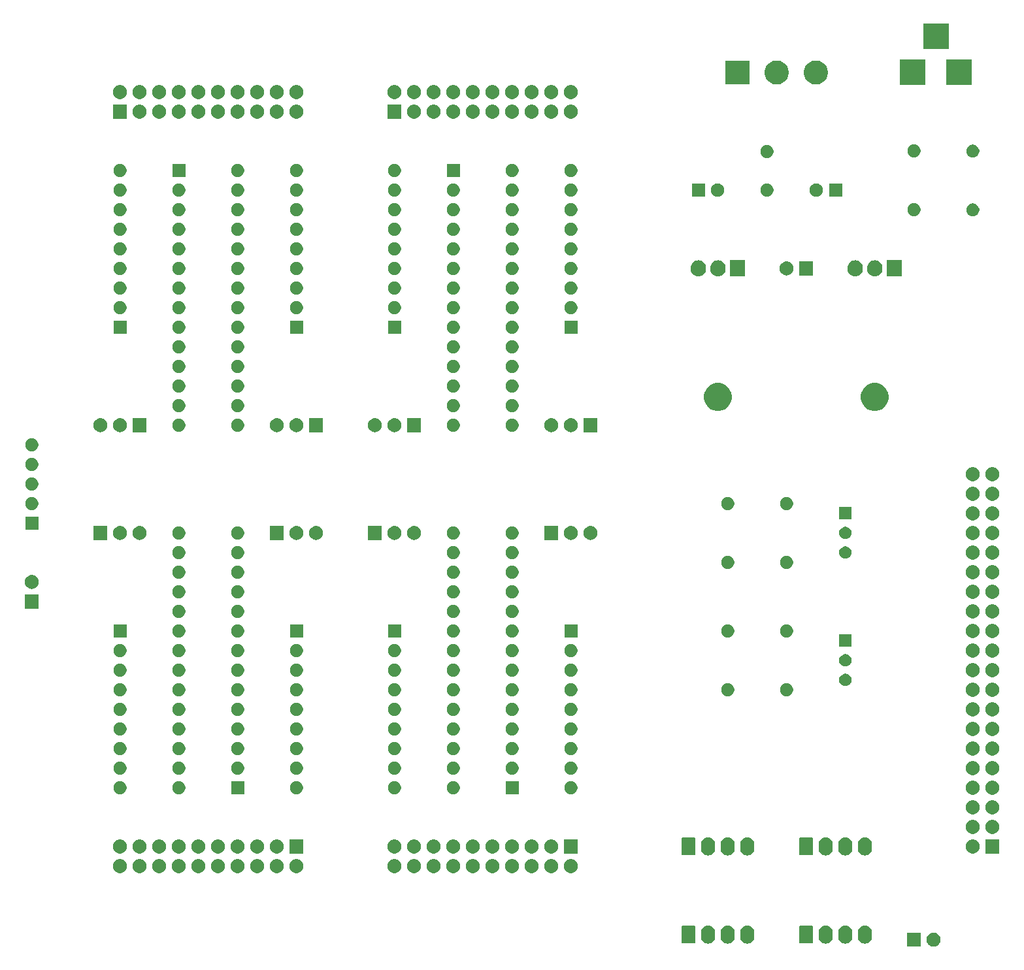
<source format=gbr>
G04 #@! TF.GenerationSoftware,KiCad,Pcbnew,(5.1.5)-3*
G04 #@! TF.CreationDate,2020-02-05T09:48:48+01:00*
G04 #@! TF.ProjectId,FGINT-V3-MASTER-64,4647494e-542d-4563-932d-4d4153544552,rev?*
G04 #@! TF.SameCoordinates,Original*
G04 #@! TF.FileFunction,Soldermask,Bot*
G04 #@! TF.FilePolarity,Negative*
%FSLAX46Y46*%
G04 Gerber Fmt 4.6, Leading zero omitted, Abs format (unit mm)*
G04 Created by KiCad (PCBNEW (5.1.5)-3) date 2020-02-05 09:48:48*
%MOMM*%
%LPD*%
G04 APERTURE LIST*
%ADD10C,0.100000*%
G04 APERTURE END LIST*
D10*
G36*
X233793512Y-154678927D02*
G01*
X233942812Y-154708624D01*
X234106784Y-154776544D01*
X234254354Y-154875147D01*
X234379853Y-155000646D01*
X234478456Y-155148216D01*
X234546376Y-155312188D01*
X234581000Y-155486259D01*
X234581000Y-155663741D01*
X234546376Y-155837812D01*
X234478456Y-156001784D01*
X234379853Y-156149354D01*
X234254354Y-156274853D01*
X234106784Y-156373456D01*
X233942812Y-156441376D01*
X233793512Y-156471073D01*
X233768742Y-156476000D01*
X233591258Y-156476000D01*
X233566488Y-156471073D01*
X233417188Y-156441376D01*
X233253216Y-156373456D01*
X233105646Y-156274853D01*
X232980147Y-156149354D01*
X232881544Y-156001784D01*
X232813624Y-155837812D01*
X232779000Y-155663741D01*
X232779000Y-155486259D01*
X232813624Y-155312188D01*
X232881544Y-155148216D01*
X232980147Y-155000646D01*
X233105646Y-154875147D01*
X233253216Y-154776544D01*
X233417188Y-154708624D01*
X233566488Y-154678927D01*
X233591258Y-154674000D01*
X233768742Y-154674000D01*
X233793512Y-154678927D01*
G37*
G36*
X232041000Y-156476000D02*
G01*
X230239000Y-156476000D01*
X230239000Y-154674000D01*
X232041000Y-154674000D01*
X232041000Y-156476000D01*
G37*
G36*
X209730547Y-153802326D02*
G01*
X209904156Y-153854990D01*
X209904158Y-153854991D01*
X210064155Y-153940511D01*
X210204397Y-154055603D01*
X210283729Y-154152271D01*
X210319489Y-154195844D01*
X210405010Y-154355843D01*
X210457674Y-154529452D01*
X210471000Y-154664756D01*
X210471000Y-155215243D01*
X210457674Y-155350548D01*
X210405010Y-155524157D01*
X210319489Y-155684156D01*
X210283729Y-155727729D01*
X210204397Y-155824397D01*
X210107729Y-155903729D01*
X210064156Y-155939489D01*
X209904157Y-156025010D01*
X209730548Y-156077674D01*
X209550000Y-156095456D01*
X209369453Y-156077674D01*
X209195844Y-156025010D01*
X209035845Y-155939489D01*
X208992272Y-155903729D01*
X208895604Y-155824397D01*
X208780513Y-155684157D01*
X208780512Y-155684155D01*
X208694990Y-155524157D01*
X208642326Y-155350548D01*
X208629000Y-155215244D01*
X208629000Y-154664757D01*
X208642326Y-154529453D01*
X208694990Y-154355844D01*
X208780511Y-154195845D01*
X208780512Y-154195844D01*
X208895603Y-154055603D01*
X209021388Y-153952375D01*
X209035844Y-153940511D01*
X209195843Y-153854990D01*
X209369452Y-153802326D01*
X209550000Y-153784544D01*
X209730547Y-153802326D01*
G37*
G36*
X204650547Y-153802326D02*
G01*
X204824156Y-153854990D01*
X204824158Y-153854991D01*
X204984155Y-153940511D01*
X205124397Y-154055603D01*
X205203729Y-154152271D01*
X205239489Y-154195844D01*
X205325010Y-154355843D01*
X205377674Y-154529452D01*
X205391000Y-154664756D01*
X205391000Y-155215243D01*
X205377674Y-155350548D01*
X205325010Y-155524157D01*
X205239489Y-155684156D01*
X205203729Y-155727729D01*
X205124397Y-155824397D01*
X205027729Y-155903729D01*
X204984156Y-155939489D01*
X204824157Y-156025010D01*
X204650548Y-156077674D01*
X204470000Y-156095456D01*
X204289453Y-156077674D01*
X204115844Y-156025010D01*
X203955845Y-155939489D01*
X203912272Y-155903729D01*
X203815604Y-155824397D01*
X203700513Y-155684157D01*
X203700512Y-155684155D01*
X203614990Y-155524157D01*
X203562326Y-155350548D01*
X203549000Y-155215244D01*
X203549000Y-154664757D01*
X203562326Y-154529453D01*
X203614990Y-154355844D01*
X203700511Y-154195845D01*
X203700512Y-154195844D01*
X203815603Y-154055603D01*
X203941388Y-153952375D01*
X203955844Y-153940511D01*
X204115843Y-153854990D01*
X204289452Y-153802326D01*
X204470000Y-153784544D01*
X204650547Y-153802326D01*
G37*
G36*
X207190547Y-153802326D02*
G01*
X207364156Y-153854990D01*
X207364158Y-153854991D01*
X207524155Y-153940511D01*
X207664397Y-154055603D01*
X207743729Y-154152271D01*
X207779489Y-154195844D01*
X207865010Y-154355843D01*
X207917674Y-154529452D01*
X207931000Y-154664756D01*
X207931000Y-155215243D01*
X207917674Y-155350548D01*
X207865010Y-155524157D01*
X207779489Y-155684156D01*
X207743729Y-155727729D01*
X207664397Y-155824397D01*
X207567729Y-155903729D01*
X207524156Y-155939489D01*
X207364157Y-156025010D01*
X207190548Y-156077674D01*
X207010000Y-156095456D01*
X206829453Y-156077674D01*
X206655844Y-156025010D01*
X206495845Y-155939489D01*
X206452272Y-155903729D01*
X206355604Y-155824397D01*
X206240513Y-155684157D01*
X206240512Y-155684155D01*
X206154990Y-155524157D01*
X206102326Y-155350548D01*
X206089000Y-155215244D01*
X206089000Y-154664757D01*
X206102326Y-154529453D01*
X206154990Y-154355844D01*
X206240511Y-154195845D01*
X206240512Y-154195844D01*
X206355603Y-154055603D01*
X206481388Y-153952375D01*
X206495844Y-153940511D01*
X206655843Y-153854990D01*
X206829452Y-153802326D01*
X207010000Y-153784544D01*
X207190547Y-153802326D01*
G37*
G36*
X222430547Y-153802326D02*
G01*
X222604156Y-153854990D01*
X222604158Y-153854991D01*
X222764155Y-153940511D01*
X222904397Y-154055603D01*
X222983729Y-154152271D01*
X223019489Y-154195844D01*
X223105010Y-154355843D01*
X223157674Y-154529452D01*
X223171000Y-154664756D01*
X223171000Y-155215243D01*
X223157674Y-155350548D01*
X223105010Y-155524157D01*
X223019489Y-155684156D01*
X222983729Y-155727729D01*
X222904397Y-155824397D01*
X222807729Y-155903729D01*
X222764156Y-155939489D01*
X222604157Y-156025010D01*
X222430548Y-156077674D01*
X222250000Y-156095456D01*
X222069453Y-156077674D01*
X221895844Y-156025010D01*
X221735845Y-155939489D01*
X221692272Y-155903729D01*
X221595604Y-155824397D01*
X221480513Y-155684157D01*
X221480512Y-155684155D01*
X221394990Y-155524157D01*
X221342326Y-155350548D01*
X221329000Y-155215244D01*
X221329000Y-154664757D01*
X221342326Y-154529453D01*
X221394990Y-154355844D01*
X221480511Y-154195845D01*
X221480512Y-154195844D01*
X221595603Y-154055603D01*
X221721388Y-153952375D01*
X221735844Y-153940511D01*
X221895843Y-153854990D01*
X222069452Y-153802326D01*
X222250000Y-153784544D01*
X222430547Y-153802326D01*
G37*
G36*
X224970547Y-153802326D02*
G01*
X225144156Y-153854990D01*
X225144158Y-153854991D01*
X225304155Y-153940511D01*
X225444397Y-154055603D01*
X225523729Y-154152271D01*
X225559489Y-154195844D01*
X225645010Y-154355843D01*
X225697674Y-154529452D01*
X225711000Y-154664756D01*
X225711000Y-155215243D01*
X225697674Y-155350548D01*
X225645010Y-155524157D01*
X225559489Y-155684156D01*
X225523729Y-155727729D01*
X225444397Y-155824397D01*
X225347729Y-155903729D01*
X225304156Y-155939489D01*
X225144157Y-156025010D01*
X224970548Y-156077674D01*
X224790000Y-156095456D01*
X224609453Y-156077674D01*
X224435844Y-156025010D01*
X224275845Y-155939489D01*
X224232272Y-155903729D01*
X224135604Y-155824397D01*
X224020513Y-155684157D01*
X224020512Y-155684155D01*
X223934990Y-155524157D01*
X223882326Y-155350548D01*
X223869000Y-155215244D01*
X223869000Y-154664757D01*
X223882326Y-154529453D01*
X223934990Y-154355844D01*
X224020511Y-154195845D01*
X224020512Y-154195844D01*
X224135603Y-154055603D01*
X224261388Y-153952375D01*
X224275844Y-153940511D01*
X224435843Y-153854990D01*
X224609452Y-153802326D01*
X224790000Y-153784544D01*
X224970547Y-153802326D01*
G37*
G36*
X219890547Y-153802326D02*
G01*
X220064156Y-153854990D01*
X220064158Y-153854991D01*
X220224155Y-153940511D01*
X220364397Y-154055603D01*
X220443729Y-154152271D01*
X220479489Y-154195844D01*
X220565010Y-154355843D01*
X220617674Y-154529452D01*
X220631000Y-154664756D01*
X220631000Y-155215243D01*
X220617674Y-155350548D01*
X220565010Y-155524157D01*
X220479489Y-155684156D01*
X220443729Y-155727729D01*
X220364397Y-155824397D01*
X220267729Y-155903729D01*
X220224156Y-155939489D01*
X220064157Y-156025010D01*
X219890548Y-156077674D01*
X219710000Y-156095456D01*
X219529453Y-156077674D01*
X219355844Y-156025010D01*
X219195845Y-155939489D01*
X219152272Y-155903729D01*
X219055604Y-155824397D01*
X218940513Y-155684157D01*
X218940512Y-155684155D01*
X218854990Y-155524157D01*
X218802326Y-155350548D01*
X218789000Y-155215244D01*
X218789000Y-154664757D01*
X218802326Y-154529453D01*
X218854990Y-154355844D01*
X218940511Y-154195845D01*
X218940512Y-154195844D01*
X219055603Y-154055603D01*
X219181388Y-153952375D01*
X219195844Y-153940511D01*
X219355843Y-153854990D01*
X219529452Y-153802326D01*
X219710000Y-153784544D01*
X219890547Y-153802326D01*
G37*
G36*
X202709561Y-153792966D02*
G01*
X202742383Y-153802923D01*
X202772632Y-153819092D01*
X202799148Y-153840852D01*
X202820908Y-153867368D01*
X202837077Y-153897617D01*
X202847034Y-153930439D01*
X202851000Y-153970713D01*
X202851000Y-155909287D01*
X202847034Y-155949561D01*
X202837077Y-155982383D01*
X202820908Y-156012632D01*
X202799148Y-156039148D01*
X202772632Y-156060908D01*
X202742383Y-156077077D01*
X202709561Y-156087034D01*
X202669287Y-156091000D01*
X201190713Y-156091000D01*
X201150439Y-156087034D01*
X201117617Y-156077077D01*
X201087368Y-156060908D01*
X201060852Y-156039148D01*
X201039092Y-156012632D01*
X201022923Y-155982383D01*
X201012966Y-155949561D01*
X201009000Y-155909287D01*
X201009000Y-153970713D01*
X201012966Y-153930439D01*
X201022923Y-153897617D01*
X201039092Y-153867368D01*
X201060852Y-153840852D01*
X201087368Y-153819092D01*
X201117617Y-153802923D01*
X201150439Y-153792966D01*
X201190713Y-153789000D01*
X202669287Y-153789000D01*
X202709561Y-153792966D01*
G37*
G36*
X217949561Y-153792966D02*
G01*
X217982383Y-153802923D01*
X218012632Y-153819092D01*
X218039148Y-153840852D01*
X218060908Y-153867368D01*
X218077077Y-153897617D01*
X218087034Y-153930439D01*
X218091000Y-153970713D01*
X218091000Y-155909287D01*
X218087034Y-155949561D01*
X218077077Y-155982383D01*
X218060908Y-156012632D01*
X218039148Y-156039148D01*
X218012632Y-156060908D01*
X217982383Y-156077077D01*
X217949561Y-156087034D01*
X217909287Y-156091000D01*
X216430713Y-156091000D01*
X216390439Y-156087034D01*
X216357617Y-156077077D01*
X216327368Y-156060908D01*
X216300852Y-156039148D01*
X216279092Y-156012632D01*
X216262923Y-155982383D01*
X216252966Y-155949561D01*
X216249000Y-155909287D01*
X216249000Y-153970713D01*
X216252966Y-153930439D01*
X216262923Y-153897617D01*
X216279092Y-153867368D01*
X216300852Y-153840852D01*
X216327368Y-153819092D01*
X216357617Y-153802923D01*
X216390439Y-153792966D01*
X216430713Y-153789000D01*
X217909287Y-153789000D01*
X217949561Y-153792966D01*
G37*
G36*
X174256778Y-145170547D02*
G01*
X174423224Y-145239491D01*
X174573022Y-145339583D01*
X174700417Y-145466978D01*
X174800509Y-145616776D01*
X174869453Y-145783222D01*
X174904600Y-145959918D01*
X174904600Y-146140082D01*
X174869453Y-146316778D01*
X174800509Y-146483224D01*
X174700417Y-146633022D01*
X174573022Y-146760417D01*
X174423224Y-146860509D01*
X174256778Y-146929453D01*
X174080082Y-146964600D01*
X173899918Y-146964600D01*
X173723222Y-146929453D01*
X173556776Y-146860509D01*
X173406978Y-146760417D01*
X173279583Y-146633022D01*
X173179491Y-146483224D01*
X173110547Y-146316778D01*
X173075400Y-146140082D01*
X173075400Y-145959918D01*
X173110547Y-145783222D01*
X173179491Y-145616776D01*
X173279583Y-145466978D01*
X173406978Y-145339583D01*
X173556776Y-145239491D01*
X173723222Y-145170547D01*
X173899918Y-145135400D01*
X174080082Y-145135400D01*
X174256778Y-145170547D01*
G37*
G36*
X143776778Y-145170547D02*
G01*
X143943224Y-145239491D01*
X144093022Y-145339583D01*
X144220417Y-145466978D01*
X144320509Y-145616776D01*
X144389453Y-145783222D01*
X144424600Y-145959918D01*
X144424600Y-146140082D01*
X144389453Y-146316778D01*
X144320509Y-146483224D01*
X144220417Y-146633022D01*
X144093022Y-146760417D01*
X143943224Y-146860509D01*
X143776778Y-146929453D01*
X143600082Y-146964600D01*
X143419918Y-146964600D01*
X143243222Y-146929453D01*
X143076776Y-146860509D01*
X142926978Y-146760417D01*
X142799583Y-146633022D01*
X142699491Y-146483224D01*
X142630547Y-146316778D01*
X142595400Y-146140082D01*
X142595400Y-145959918D01*
X142630547Y-145783222D01*
X142699491Y-145616776D01*
X142799583Y-145466978D01*
X142926978Y-145339583D01*
X143076776Y-145239491D01*
X143243222Y-145170547D01*
X143419918Y-145135400D01*
X143600082Y-145135400D01*
X143776778Y-145170547D01*
G37*
G36*
X146316778Y-145170547D02*
G01*
X146483224Y-145239491D01*
X146633022Y-145339583D01*
X146760417Y-145466978D01*
X146860509Y-145616776D01*
X146929453Y-145783222D01*
X146964600Y-145959918D01*
X146964600Y-146140082D01*
X146929453Y-146316778D01*
X146860509Y-146483224D01*
X146760417Y-146633022D01*
X146633022Y-146760417D01*
X146483224Y-146860509D01*
X146316778Y-146929453D01*
X146140082Y-146964600D01*
X145959918Y-146964600D01*
X145783222Y-146929453D01*
X145616776Y-146860509D01*
X145466978Y-146760417D01*
X145339583Y-146633022D01*
X145239491Y-146483224D01*
X145170547Y-146316778D01*
X145135400Y-146140082D01*
X145135400Y-145959918D01*
X145170547Y-145783222D01*
X145239491Y-145616776D01*
X145339583Y-145466978D01*
X145466978Y-145339583D01*
X145616776Y-145239491D01*
X145783222Y-145170547D01*
X145959918Y-145135400D01*
X146140082Y-145135400D01*
X146316778Y-145170547D01*
G37*
G36*
X148856778Y-145170547D02*
G01*
X149023224Y-145239491D01*
X149173022Y-145339583D01*
X149300417Y-145466978D01*
X149400509Y-145616776D01*
X149469453Y-145783222D01*
X149504600Y-145959918D01*
X149504600Y-146140082D01*
X149469453Y-146316778D01*
X149400509Y-146483224D01*
X149300417Y-146633022D01*
X149173022Y-146760417D01*
X149023224Y-146860509D01*
X148856778Y-146929453D01*
X148680082Y-146964600D01*
X148499918Y-146964600D01*
X148323222Y-146929453D01*
X148156776Y-146860509D01*
X148006978Y-146760417D01*
X147879583Y-146633022D01*
X147779491Y-146483224D01*
X147710547Y-146316778D01*
X147675400Y-146140082D01*
X147675400Y-145959918D01*
X147710547Y-145783222D01*
X147779491Y-145616776D01*
X147879583Y-145466978D01*
X148006978Y-145339583D01*
X148156776Y-145239491D01*
X148323222Y-145170547D01*
X148499918Y-145135400D01*
X148680082Y-145135400D01*
X148856778Y-145170547D01*
G37*
G36*
X176796778Y-145170547D02*
G01*
X176963224Y-145239491D01*
X177113022Y-145339583D01*
X177240417Y-145466978D01*
X177340509Y-145616776D01*
X177409453Y-145783222D01*
X177444600Y-145959918D01*
X177444600Y-146140082D01*
X177409453Y-146316778D01*
X177340509Y-146483224D01*
X177240417Y-146633022D01*
X177113022Y-146760417D01*
X176963224Y-146860509D01*
X176796778Y-146929453D01*
X176620082Y-146964600D01*
X176439918Y-146964600D01*
X176263222Y-146929453D01*
X176096776Y-146860509D01*
X175946978Y-146760417D01*
X175819583Y-146633022D01*
X175719491Y-146483224D01*
X175650547Y-146316778D01*
X175615400Y-146140082D01*
X175615400Y-145959918D01*
X175650547Y-145783222D01*
X175719491Y-145616776D01*
X175819583Y-145466978D01*
X175946978Y-145339583D01*
X176096776Y-145239491D01*
X176263222Y-145170547D01*
X176439918Y-145135400D01*
X176620082Y-145135400D01*
X176796778Y-145170547D01*
G37*
G36*
X171716778Y-145170547D02*
G01*
X171883224Y-145239491D01*
X172033022Y-145339583D01*
X172160417Y-145466978D01*
X172260509Y-145616776D01*
X172329453Y-145783222D01*
X172364600Y-145959918D01*
X172364600Y-146140082D01*
X172329453Y-146316778D01*
X172260509Y-146483224D01*
X172160417Y-146633022D01*
X172033022Y-146760417D01*
X171883224Y-146860509D01*
X171716778Y-146929453D01*
X171540082Y-146964600D01*
X171359918Y-146964600D01*
X171183222Y-146929453D01*
X171016776Y-146860509D01*
X170866978Y-146760417D01*
X170739583Y-146633022D01*
X170639491Y-146483224D01*
X170570547Y-146316778D01*
X170535400Y-146140082D01*
X170535400Y-145959918D01*
X170570547Y-145783222D01*
X170639491Y-145616776D01*
X170739583Y-145466978D01*
X170866978Y-145339583D01*
X171016776Y-145239491D01*
X171183222Y-145170547D01*
X171359918Y-145135400D01*
X171540082Y-145135400D01*
X171716778Y-145170547D01*
G37*
G36*
X169176778Y-145170547D02*
G01*
X169343224Y-145239491D01*
X169493022Y-145339583D01*
X169620417Y-145466978D01*
X169720509Y-145616776D01*
X169789453Y-145783222D01*
X169824600Y-145959918D01*
X169824600Y-146140082D01*
X169789453Y-146316778D01*
X169720509Y-146483224D01*
X169620417Y-146633022D01*
X169493022Y-146760417D01*
X169343224Y-146860509D01*
X169176778Y-146929453D01*
X169000082Y-146964600D01*
X168819918Y-146964600D01*
X168643222Y-146929453D01*
X168476776Y-146860509D01*
X168326978Y-146760417D01*
X168199583Y-146633022D01*
X168099491Y-146483224D01*
X168030547Y-146316778D01*
X167995400Y-146140082D01*
X167995400Y-145959918D01*
X168030547Y-145783222D01*
X168099491Y-145616776D01*
X168199583Y-145466978D01*
X168326978Y-145339583D01*
X168476776Y-145239491D01*
X168643222Y-145170547D01*
X168819918Y-145135400D01*
X169000082Y-145135400D01*
X169176778Y-145170547D01*
G37*
G36*
X166636778Y-145170547D02*
G01*
X166803224Y-145239491D01*
X166953022Y-145339583D01*
X167080417Y-145466978D01*
X167180509Y-145616776D01*
X167249453Y-145783222D01*
X167284600Y-145959918D01*
X167284600Y-146140082D01*
X167249453Y-146316778D01*
X167180509Y-146483224D01*
X167080417Y-146633022D01*
X166953022Y-146760417D01*
X166803224Y-146860509D01*
X166636778Y-146929453D01*
X166460082Y-146964600D01*
X166279918Y-146964600D01*
X166103222Y-146929453D01*
X165936776Y-146860509D01*
X165786978Y-146760417D01*
X165659583Y-146633022D01*
X165559491Y-146483224D01*
X165490547Y-146316778D01*
X165455400Y-146140082D01*
X165455400Y-145959918D01*
X165490547Y-145783222D01*
X165559491Y-145616776D01*
X165659583Y-145466978D01*
X165786978Y-145339583D01*
X165936776Y-145239491D01*
X166103222Y-145170547D01*
X166279918Y-145135400D01*
X166460082Y-145135400D01*
X166636778Y-145170547D01*
G37*
G36*
X164096778Y-145170547D02*
G01*
X164263224Y-145239491D01*
X164413022Y-145339583D01*
X164540417Y-145466978D01*
X164640509Y-145616776D01*
X164709453Y-145783222D01*
X164744600Y-145959918D01*
X164744600Y-146140082D01*
X164709453Y-146316778D01*
X164640509Y-146483224D01*
X164540417Y-146633022D01*
X164413022Y-146760417D01*
X164263224Y-146860509D01*
X164096778Y-146929453D01*
X163920082Y-146964600D01*
X163739918Y-146964600D01*
X163563222Y-146929453D01*
X163396776Y-146860509D01*
X163246978Y-146760417D01*
X163119583Y-146633022D01*
X163019491Y-146483224D01*
X162950547Y-146316778D01*
X162915400Y-146140082D01*
X162915400Y-145959918D01*
X162950547Y-145783222D01*
X163019491Y-145616776D01*
X163119583Y-145466978D01*
X163246978Y-145339583D01*
X163396776Y-145239491D01*
X163563222Y-145170547D01*
X163739918Y-145135400D01*
X163920082Y-145135400D01*
X164096778Y-145170547D01*
G37*
G36*
X151396778Y-145170547D02*
G01*
X151563224Y-145239491D01*
X151713022Y-145339583D01*
X151840417Y-145466978D01*
X151940509Y-145616776D01*
X152009453Y-145783222D01*
X152044600Y-145959918D01*
X152044600Y-146140082D01*
X152009453Y-146316778D01*
X151940509Y-146483224D01*
X151840417Y-146633022D01*
X151713022Y-146760417D01*
X151563224Y-146860509D01*
X151396778Y-146929453D01*
X151220082Y-146964600D01*
X151039918Y-146964600D01*
X150863222Y-146929453D01*
X150696776Y-146860509D01*
X150546978Y-146760417D01*
X150419583Y-146633022D01*
X150319491Y-146483224D01*
X150250547Y-146316778D01*
X150215400Y-146140082D01*
X150215400Y-145959918D01*
X150250547Y-145783222D01*
X150319491Y-145616776D01*
X150419583Y-145466978D01*
X150546978Y-145339583D01*
X150696776Y-145239491D01*
X150863222Y-145170547D01*
X151039918Y-145135400D01*
X151220082Y-145135400D01*
X151396778Y-145170547D01*
G37*
G36*
X136156778Y-145170547D02*
G01*
X136323224Y-145239491D01*
X136473022Y-145339583D01*
X136600417Y-145466978D01*
X136700509Y-145616776D01*
X136769453Y-145783222D01*
X136804600Y-145959918D01*
X136804600Y-146140082D01*
X136769453Y-146316778D01*
X136700509Y-146483224D01*
X136600417Y-146633022D01*
X136473022Y-146760417D01*
X136323224Y-146860509D01*
X136156778Y-146929453D01*
X135980082Y-146964600D01*
X135799918Y-146964600D01*
X135623222Y-146929453D01*
X135456776Y-146860509D01*
X135306978Y-146760417D01*
X135179583Y-146633022D01*
X135079491Y-146483224D01*
X135010547Y-146316778D01*
X134975400Y-146140082D01*
X134975400Y-145959918D01*
X135010547Y-145783222D01*
X135079491Y-145616776D01*
X135179583Y-145466978D01*
X135306978Y-145339583D01*
X135456776Y-145239491D01*
X135623222Y-145170547D01*
X135799918Y-145135400D01*
X135980082Y-145135400D01*
X136156778Y-145170547D01*
G37*
G36*
X133616778Y-145170547D02*
G01*
X133783224Y-145239491D01*
X133933022Y-145339583D01*
X134060417Y-145466978D01*
X134160509Y-145616776D01*
X134229453Y-145783222D01*
X134264600Y-145959918D01*
X134264600Y-146140082D01*
X134229453Y-146316778D01*
X134160509Y-146483224D01*
X134060417Y-146633022D01*
X133933022Y-146760417D01*
X133783224Y-146860509D01*
X133616778Y-146929453D01*
X133440082Y-146964600D01*
X133259918Y-146964600D01*
X133083222Y-146929453D01*
X132916776Y-146860509D01*
X132766978Y-146760417D01*
X132639583Y-146633022D01*
X132539491Y-146483224D01*
X132470547Y-146316778D01*
X132435400Y-146140082D01*
X132435400Y-145959918D01*
X132470547Y-145783222D01*
X132539491Y-145616776D01*
X132639583Y-145466978D01*
X132766978Y-145339583D01*
X132916776Y-145239491D01*
X133083222Y-145170547D01*
X133259918Y-145135400D01*
X133440082Y-145135400D01*
X133616778Y-145170547D01*
G37*
G36*
X131076778Y-145170547D02*
G01*
X131243224Y-145239491D01*
X131393022Y-145339583D01*
X131520417Y-145466978D01*
X131620509Y-145616776D01*
X131689453Y-145783222D01*
X131724600Y-145959918D01*
X131724600Y-146140082D01*
X131689453Y-146316778D01*
X131620509Y-146483224D01*
X131520417Y-146633022D01*
X131393022Y-146760417D01*
X131243224Y-146860509D01*
X131076778Y-146929453D01*
X130900082Y-146964600D01*
X130719918Y-146964600D01*
X130543222Y-146929453D01*
X130376776Y-146860509D01*
X130226978Y-146760417D01*
X130099583Y-146633022D01*
X129999491Y-146483224D01*
X129930547Y-146316778D01*
X129895400Y-146140082D01*
X129895400Y-145959918D01*
X129930547Y-145783222D01*
X129999491Y-145616776D01*
X130099583Y-145466978D01*
X130226978Y-145339583D01*
X130376776Y-145239491D01*
X130543222Y-145170547D01*
X130719918Y-145135400D01*
X130900082Y-145135400D01*
X131076778Y-145170547D01*
G37*
G36*
X141236778Y-145170547D02*
G01*
X141403224Y-145239491D01*
X141553022Y-145339583D01*
X141680417Y-145466978D01*
X141780509Y-145616776D01*
X141849453Y-145783222D01*
X141884600Y-145959918D01*
X141884600Y-146140082D01*
X141849453Y-146316778D01*
X141780509Y-146483224D01*
X141680417Y-146633022D01*
X141553022Y-146760417D01*
X141403224Y-146860509D01*
X141236778Y-146929453D01*
X141060082Y-146964600D01*
X140879918Y-146964600D01*
X140703222Y-146929453D01*
X140536776Y-146860509D01*
X140386978Y-146760417D01*
X140259583Y-146633022D01*
X140159491Y-146483224D01*
X140090547Y-146316778D01*
X140055400Y-146140082D01*
X140055400Y-145959918D01*
X140090547Y-145783222D01*
X140159491Y-145616776D01*
X140259583Y-145466978D01*
X140386978Y-145339583D01*
X140536776Y-145239491D01*
X140703222Y-145170547D01*
X140879918Y-145135400D01*
X141060082Y-145135400D01*
X141236778Y-145170547D01*
G37*
G36*
X128536778Y-145170547D02*
G01*
X128703224Y-145239491D01*
X128853022Y-145339583D01*
X128980417Y-145466978D01*
X129080509Y-145616776D01*
X129149453Y-145783222D01*
X129184600Y-145959918D01*
X129184600Y-146140082D01*
X129149453Y-146316778D01*
X129080509Y-146483224D01*
X128980417Y-146633022D01*
X128853022Y-146760417D01*
X128703224Y-146860509D01*
X128536778Y-146929453D01*
X128360082Y-146964600D01*
X128179918Y-146964600D01*
X128003222Y-146929453D01*
X127836776Y-146860509D01*
X127686978Y-146760417D01*
X127559583Y-146633022D01*
X127459491Y-146483224D01*
X127390547Y-146316778D01*
X127355400Y-146140082D01*
X127355400Y-145959918D01*
X127390547Y-145783222D01*
X127459491Y-145616776D01*
X127559583Y-145466978D01*
X127686978Y-145339583D01*
X127836776Y-145239491D01*
X128003222Y-145170547D01*
X128179918Y-145135400D01*
X128360082Y-145135400D01*
X128536778Y-145170547D01*
G37*
G36*
X186956778Y-145170547D02*
G01*
X187123224Y-145239491D01*
X187273022Y-145339583D01*
X187400417Y-145466978D01*
X187500509Y-145616776D01*
X187569453Y-145783222D01*
X187604600Y-145959918D01*
X187604600Y-146140082D01*
X187569453Y-146316778D01*
X187500509Y-146483224D01*
X187400417Y-146633022D01*
X187273022Y-146760417D01*
X187123224Y-146860509D01*
X186956778Y-146929453D01*
X186780082Y-146964600D01*
X186599918Y-146964600D01*
X186423222Y-146929453D01*
X186256776Y-146860509D01*
X186106978Y-146760417D01*
X185979583Y-146633022D01*
X185879491Y-146483224D01*
X185810547Y-146316778D01*
X185775400Y-146140082D01*
X185775400Y-145959918D01*
X185810547Y-145783222D01*
X185879491Y-145616776D01*
X185979583Y-145466978D01*
X186106978Y-145339583D01*
X186256776Y-145239491D01*
X186423222Y-145170547D01*
X186599918Y-145135400D01*
X186780082Y-145135400D01*
X186956778Y-145170547D01*
G37*
G36*
X184416778Y-145170547D02*
G01*
X184583224Y-145239491D01*
X184733022Y-145339583D01*
X184860417Y-145466978D01*
X184960509Y-145616776D01*
X185029453Y-145783222D01*
X185064600Y-145959918D01*
X185064600Y-146140082D01*
X185029453Y-146316778D01*
X184960509Y-146483224D01*
X184860417Y-146633022D01*
X184733022Y-146760417D01*
X184583224Y-146860509D01*
X184416778Y-146929453D01*
X184240082Y-146964600D01*
X184059918Y-146964600D01*
X183883222Y-146929453D01*
X183716776Y-146860509D01*
X183566978Y-146760417D01*
X183439583Y-146633022D01*
X183339491Y-146483224D01*
X183270547Y-146316778D01*
X183235400Y-146140082D01*
X183235400Y-145959918D01*
X183270547Y-145783222D01*
X183339491Y-145616776D01*
X183439583Y-145466978D01*
X183566978Y-145339583D01*
X183716776Y-145239491D01*
X183883222Y-145170547D01*
X184059918Y-145135400D01*
X184240082Y-145135400D01*
X184416778Y-145170547D01*
G37*
G36*
X181876778Y-145170547D02*
G01*
X182043224Y-145239491D01*
X182193022Y-145339583D01*
X182320417Y-145466978D01*
X182420509Y-145616776D01*
X182489453Y-145783222D01*
X182524600Y-145959918D01*
X182524600Y-146140082D01*
X182489453Y-146316778D01*
X182420509Y-146483224D01*
X182320417Y-146633022D01*
X182193022Y-146760417D01*
X182043224Y-146860509D01*
X181876778Y-146929453D01*
X181700082Y-146964600D01*
X181519918Y-146964600D01*
X181343222Y-146929453D01*
X181176776Y-146860509D01*
X181026978Y-146760417D01*
X180899583Y-146633022D01*
X180799491Y-146483224D01*
X180730547Y-146316778D01*
X180695400Y-146140082D01*
X180695400Y-145959918D01*
X180730547Y-145783222D01*
X180799491Y-145616776D01*
X180899583Y-145466978D01*
X181026978Y-145339583D01*
X181176776Y-145239491D01*
X181343222Y-145170547D01*
X181519918Y-145135400D01*
X181700082Y-145135400D01*
X181876778Y-145170547D01*
G37*
G36*
X179336778Y-145170547D02*
G01*
X179503224Y-145239491D01*
X179653022Y-145339583D01*
X179780417Y-145466978D01*
X179880509Y-145616776D01*
X179949453Y-145783222D01*
X179984600Y-145959918D01*
X179984600Y-146140082D01*
X179949453Y-146316778D01*
X179880509Y-146483224D01*
X179780417Y-146633022D01*
X179653022Y-146760417D01*
X179503224Y-146860509D01*
X179336778Y-146929453D01*
X179160082Y-146964600D01*
X178979918Y-146964600D01*
X178803222Y-146929453D01*
X178636776Y-146860509D01*
X178486978Y-146760417D01*
X178359583Y-146633022D01*
X178259491Y-146483224D01*
X178190547Y-146316778D01*
X178155400Y-146140082D01*
X178155400Y-145959918D01*
X178190547Y-145783222D01*
X178259491Y-145616776D01*
X178359583Y-145466978D01*
X178486978Y-145339583D01*
X178636776Y-145239491D01*
X178803222Y-145170547D01*
X178979918Y-145135400D01*
X179160082Y-145135400D01*
X179336778Y-145170547D01*
G37*
G36*
X138696778Y-145170547D02*
G01*
X138863224Y-145239491D01*
X139013022Y-145339583D01*
X139140417Y-145466978D01*
X139240509Y-145616776D01*
X139309453Y-145783222D01*
X139344600Y-145959918D01*
X139344600Y-146140082D01*
X139309453Y-146316778D01*
X139240509Y-146483224D01*
X139140417Y-146633022D01*
X139013022Y-146760417D01*
X138863224Y-146860509D01*
X138696778Y-146929453D01*
X138520082Y-146964600D01*
X138339918Y-146964600D01*
X138163222Y-146929453D01*
X137996776Y-146860509D01*
X137846978Y-146760417D01*
X137719583Y-146633022D01*
X137619491Y-146483224D01*
X137550547Y-146316778D01*
X137515400Y-146140082D01*
X137515400Y-145959918D01*
X137550547Y-145783222D01*
X137619491Y-145616776D01*
X137719583Y-145466978D01*
X137846978Y-145339583D01*
X137996776Y-145239491D01*
X138163222Y-145170547D01*
X138339918Y-145135400D01*
X138520082Y-145135400D01*
X138696778Y-145170547D01*
G37*
G36*
X207190547Y-142372326D02*
G01*
X207364156Y-142424990D01*
X207364158Y-142424991D01*
X207524155Y-142510511D01*
X207664397Y-142625603D01*
X207725034Y-142699491D01*
X207779489Y-142765844D01*
X207865010Y-142925843D01*
X207917674Y-143099452D01*
X207931000Y-143234756D01*
X207931000Y-143785243D01*
X207917674Y-143920548D01*
X207865010Y-144094157D01*
X207779489Y-144254156D01*
X207743729Y-144297729D01*
X207664397Y-144394397D01*
X207567729Y-144473729D01*
X207524156Y-144509489D01*
X207364157Y-144595010D01*
X207190548Y-144647674D01*
X207010000Y-144665456D01*
X206829453Y-144647674D01*
X206655844Y-144595010D01*
X206495845Y-144509489D01*
X206452272Y-144473729D01*
X206355604Y-144394397D01*
X206240513Y-144254157D01*
X206240512Y-144254155D01*
X206154990Y-144094157D01*
X206102326Y-143920548D01*
X206089000Y-143785244D01*
X206089000Y-143234757D01*
X206102326Y-143099453D01*
X206154990Y-142925844D01*
X206240511Y-142765845D01*
X206240512Y-142765844D01*
X206355603Y-142625603D01*
X206481388Y-142522375D01*
X206495844Y-142510511D01*
X206655843Y-142424990D01*
X206829452Y-142372326D01*
X207010000Y-142354544D01*
X207190547Y-142372326D01*
G37*
G36*
X204650547Y-142372326D02*
G01*
X204824156Y-142424990D01*
X204824158Y-142424991D01*
X204984155Y-142510511D01*
X205124397Y-142625603D01*
X205185034Y-142699491D01*
X205239489Y-142765844D01*
X205325010Y-142925843D01*
X205377674Y-143099452D01*
X205391000Y-143234756D01*
X205391000Y-143785243D01*
X205377674Y-143920548D01*
X205325010Y-144094157D01*
X205239489Y-144254156D01*
X205203729Y-144297729D01*
X205124397Y-144394397D01*
X205027729Y-144473729D01*
X204984156Y-144509489D01*
X204824157Y-144595010D01*
X204650548Y-144647674D01*
X204470000Y-144665456D01*
X204289453Y-144647674D01*
X204115844Y-144595010D01*
X203955845Y-144509489D01*
X203912272Y-144473729D01*
X203815604Y-144394397D01*
X203700513Y-144254157D01*
X203700512Y-144254155D01*
X203614990Y-144094157D01*
X203562326Y-143920548D01*
X203549000Y-143785244D01*
X203549000Y-143234757D01*
X203562326Y-143099453D01*
X203614990Y-142925844D01*
X203700511Y-142765845D01*
X203700512Y-142765844D01*
X203815603Y-142625603D01*
X203941388Y-142522375D01*
X203955844Y-142510511D01*
X204115843Y-142424990D01*
X204289452Y-142372326D01*
X204470000Y-142354544D01*
X204650547Y-142372326D01*
G37*
G36*
X224970547Y-142372326D02*
G01*
X225144156Y-142424990D01*
X225144158Y-142424991D01*
X225304155Y-142510511D01*
X225444397Y-142625603D01*
X225505034Y-142699491D01*
X225559489Y-142765844D01*
X225645010Y-142925843D01*
X225697674Y-143099452D01*
X225711000Y-143234756D01*
X225711000Y-143785243D01*
X225697674Y-143920548D01*
X225645010Y-144094157D01*
X225559489Y-144254156D01*
X225523729Y-144297729D01*
X225444397Y-144394397D01*
X225347729Y-144473729D01*
X225304156Y-144509489D01*
X225144157Y-144595010D01*
X224970548Y-144647674D01*
X224790000Y-144665456D01*
X224609453Y-144647674D01*
X224435844Y-144595010D01*
X224275845Y-144509489D01*
X224232272Y-144473729D01*
X224135604Y-144394397D01*
X224020513Y-144254157D01*
X224020512Y-144254155D01*
X223934990Y-144094157D01*
X223882326Y-143920548D01*
X223869000Y-143785244D01*
X223869000Y-143234757D01*
X223882326Y-143099453D01*
X223934990Y-142925844D01*
X224020511Y-142765845D01*
X224020512Y-142765844D01*
X224135603Y-142625603D01*
X224261388Y-142522375D01*
X224275844Y-142510511D01*
X224435843Y-142424990D01*
X224609452Y-142372326D01*
X224790000Y-142354544D01*
X224970547Y-142372326D01*
G37*
G36*
X209730547Y-142372326D02*
G01*
X209904156Y-142424990D01*
X209904158Y-142424991D01*
X210064155Y-142510511D01*
X210204397Y-142625603D01*
X210265034Y-142699491D01*
X210319489Y-142765844D01*
X210405010Y-142925843D01*
X210457674Y-143099452D01*
X210471000Y-143234756D01*
X210471000Y-143785243D01*
X210457674Y-143920548D01*
X210405010Y-144094157D01*
X210319489Y-144254156D01*
X210283729Y-144297729D01*
X210204397Y-144394397D01*
X210107729Y-144473729D01*
X210064156Y-144509489D01*
X209904157Y-144595010D01*
X209730548Y-144647674D01*
X209550000Y-144665456D01*
X209369453Y-144647674D01*
X209195844Y-144595010D01*
X209035845Y-144509489D01*
X208992272Y-144473729D01*
X208895604Y-144394397D01*
X208780513Y-144254157D01*
X208780512Y-144254155D01*
X208694990Y-144094157D01*
X208642326Y-143920548D01*
X208629000Y-143785244D01*
X208629000Y-143234757D01*
X208642326Y-143099453D01*
X208694990Y-142925844D01*
X208780511Y-142765845D01*
X208780512Y-142765844D01*
X208895603Y-142625603D01*
X209021388Y-142522375D01*
X209035844Y-142510511D01*
X209195843Y-142424990D01*
X209369452Y-142372326D01*
X209550000Y-142354544D01*
X209730547Y-142372326D01*
G37*
G36*
X222430547Y-142372326D02*
G01*
X222604156Y-142424990D01*
X222604158Y-142424991D01*
X222764155Y-142510511D01*
X222904397Y-142625603D01*
X222965034Y-142699491D01*
X223019489Y-142765844D01*
X223105010Y-142925843D01*
X223157674Y-143099452D01*
X223171000Y-143234756D01*
X223171000Y-143785243D01*
X223157674Y-143920548D01*
X223105010Y-144094157D01*
X223019489Y-144254156D01*
X222983729Y-144297729D01*
X222904397Y-144394397D01*
X222807729Y-144473729D01*
X222764156Y-144509489D01*
X222604157Y-144595010D01*
X222430548Y-144647674D01*
X222250000Y-144665456D01*
X222069453Y-144647674D01*
X221895844Y-144595010D01*
X221735845Y-144509489D01*
X221692272Y-144473729D01*
X221595604Y-144394397D01*
X221480513Y-144254157D01*
X221480512Y-144254155D01*
X221394990Y-144094157D01*
X221342326Y-143920548D01*
X221329000Y-143785244D01*
X221329000Y-143234757D01*
X221342326Y-143099453D01*
X221394990Y-142925844D01*
X221480511Y-142765845D01*
X221480512Y-142765844D01*
X221595603Y-142625603D01*
X221721388Y-142522375D01*
X221735844Y-142510511D01*
X221895843Y-142424990D01*
X222069452Y-142372326D01*
X222250000Y-142354544D01*
X222430547Y-142372326D01*
G37*
G36*
X219890547Y-142372326D02*
G01*
X220064156Y-142424990D01*
X220064158Y-142424991D01*
X220224155Y-142510511D01*
X220364397Y-142625603D01*
X220425034Y-142699491D01*
X220479489Y-142765844D01*
X220565010Y-142925843D01*
X220617674Y-143099452D01*
X220631000Y-143234756D01*
X220631000Y-143785243D01*
X220617674Y-143920548D01*
X220565010Y-144094157D01*
X220479489Y-144254156D01*
X220443729Y-144297729D01*
X220364397Y-144394397D01*
X220267729Y-144473729D01*
X220224156Y-144509489D01*
X220064157Y-144595010D01*
X219890548Y-144647674D01*
X219710000Y-144665456D01*
X219529453Y-144647674D01*
X219355844Y-144595010D01*
X219195845Y-144509489D01*
X219152272Y-144473729D01*
X219055604Y-144394397D01*
X218940513Y-144254157D01*
X218940512Y-144254155D01*
X218854990Y-144094157D01*
X218802326Y-143920548D01*
X218789000Y-143785244D01*
X218789000Y-143234757D01*
X218802326Y-143099453D01*
X218854990Y-142925844D01*
X218940511Y-142765845D01*
X218940512Y-142765844D01*
X219055603Y-142625603D01*
X219181388Y-142522375D01*
X219195844Y-142510511D01*
X219355843Y-142424990D01*
X219529452Y-142372326D01*
X219710000Y-142354544D01*
X219890547Y-142372326D01*
G37*
G36*
X217949561Y-142362966D02*
G01*
X217982383Y-142372923D01*
X218012632Y-142389092D01*
X218039148Y-142410852D01*
X218060908Y-142437368D01*
X218077077Y-142467617D01*
X218087034Y-142500439D01*
X218091000Y-142540713D01*
X218091000Y-144479287D01*
X218087034Y-144519561D01*
X218077077Y-144552383D01*
X218060908Y-144582632D01*
X218039148Y-144609148D01*
X218012632Y-144630908D01*
X217982383Y-144647077D01*
X217949561Y-144657034D01*
X217909287Y-144661000D01*
X216430713Y-144661000D01*
X216390439Y-144657034D01*
X216357617Y-144647077D01*
X216327368Y-144630908D01*
X216300852Y-144609148D01*
X216279092Y-144582632D01*
X216262923Y-144552383D01*
X216252966Y-144519561D01*
X216249000Y-144479287D01*
X216249000Y-142540713D01*
X216252966Y-142500439D01*
X216262923Y-142467617D01*
X216279092Y-142437368D01*
X216300852Y-142410852D01*
X216327368Y-142389092D01*
X216357617Y-142372923D01*
X216390439Y-142362966D01*
X216430713Y-142359000D01*
X217909287Y-142359000D01*
X217949561Y-142362966D01*
G37*
G36*
X202709561Y-142362966D02*
G01*
X202742383Y-142372923D01*
X202772632Y-142389092D01*
X202799148Y-142410852D01*
X202820908Y-142437368D01*
X202837077Y-142467617D01*
X202847034Y-142500439D01*
X202851000Y-142540713D01*
X202851000Y-144479287D01*
X202847034Y-144519561D01*
X202837077Y-144552383D01*
X202820908Y-144582632D01*
X202799148Y-144609148D01*
X202772632Y-144630908D01*
X202742383Y-144647077D01*
X202709561Y-144657034D01*
X202669287Y-144661000D01*
X201190713Y-144661000D01*
X201150439Y-144657034D01*
X201117617Y-144647077D01*
X201087368Y-144630908D01*
X201060852Y-144609148D01*
X201039092Y-144582632D01*
X201022923Y-144552383D01*
X201012966Y-144519561D01*
X201009000Y-144479287D01*
X201009000Y-142540713D01*
X201012966Y-142500439D01*
X201022923Y-142467617D01*
X201039092Y-142437368D01*
X201060852Y-142410852D01*
X201087368Y-142389092D01*
X201117617Y-142372923D01*
X201150439Y-142362966D01*
X201190713Y-142359000D01*
X202669287Y-142359000D01*
X202709561Y-142362966D01*
G37*
G36*
X131076778Y-142630547D02*
G01*
X131243224Y-142699491D01*
X131393022Y-142799583D01*
X131520417Y-142926978D01*
X131620509Y-143076776D01*
X131689453Y-143243222D01*
X131724600Y-143419918D01*
X131724600Y-143600082D01*
X131689453Y-143776778D01*
X131620509Y-143943224D01*
X131520417Y-144093022D01*
X131393022Y-144220417D01*
X131243224Y-144320509D01*
X131076778Y-144389453D01*
X130900082Y-144424600D01*
X130719918Y-144424600D01*
X130543222Y-144389453D01*
X130376776Y-144320509D01*
X130226978Y-144220417D01*
X130099583Y-144093022D01*
X129999491Y-143943224D01*
X129930547Y-143776778D01*
X129895400Y-143600082D01*
X129895400Y-143419918D01*
X129930547Y-143243222D01*
X129999491Y-143076776D01*
X130099583Y-142926978D01*
X130226978Y-142799583D01*
X130376776Y-142699491D01*
X130543222Y-142630547D01*
X130719918Y-142595400D01*
X130900082Y-142595400D01*
X131076778Y-142630547D01*
G37*
G36*
X146316778Y-142630547D02*
G01*
X146483224Y-142699491D01*
X146633022Y-142799583D01*
X146760417Y-142926978D01*
X146860509Y-143076776D01*
X146929453Y-143243222D01*
X146964600Y-143419918D01*
X146964600Y-143600082D01*
X146929453Y-143776778D01*
X146860509Y-143943224D01*
X146760417Y-144093022D01*
X146633022Y-144220417D01*
X146483224Y-144320509D01*
X146316778Y-144389453D01*
X146140082Y-144424600D01*
X145959918Y-144424600D01*
X145783222Y-144389453D01*
X145616776Y-144320509D01*
X145466978Y-144220417D01*
X145339583Y-144093022D01*
X145239491Y-143943224D01*
X145170547Y-143776778D01*
X145135400Y-143600082D01*
X145135400Y-143419918D01*
X145170547Y-143243222D01*
X145239491Y-143076776D01*
X145339583Y-142926978D01*
X145466978Y-142799583D01*
X145616776Y-142699491D01*
X145783222Y-142630547D01*
X145959918Y-142595400D01*
X146140082Y-142595400D01*
X146316778Y-142630547D01*
G37*
G36*
X141236778Y-142630547D02*
G01*
X141403224Y-142699491D01*
X141553022Y-142799583D01*
X141680417Y-142926978D01*
X141780509Y-143076776D01*
X141849453Y-143243222D01*
X141884600Y-143419918D01*
X141884600Y-143600082D01*
X141849453Y-143776778D01*
X141780509Y-143943224D01*
X141680417Y-144093022D01*
X141553022Y-144220417D01*
X141403224Y-144320509D01*
X141236778Y-144389453D01*
X141060082Y-144424600D01*
X140879918Y-144424600D01*
X140703222Y-144389453D01*
X140536776Y-144320509D01*
X140386978Y-144220417D01*
X140259583Y-144093022D01*
X140159491Y-143943224D01*
X140090547Y-143776778D01*
X140055400Y-143600082D01*
X140055400Y-143419918D01*
X140090547Y-143243222D01*
X140159491Y-143076776D01*
X140259583Y-142926978D01*
X140386978Y-142799583D01*
X140536776Y-142699491D01*
X140703222Y-142630547D01*
X140879918Y-142595400D01*
X141060082Y-142595400D01*
X141236778Y-142630547D01*
G37*
G36*
X148856778Y-142630547D02*
G01*
X149023224Y-142699491D01*
X149173022Y-142799583D01*
X149300417Y-142926978D01*
X149400509Y-143076776D01*
X149469453Y-143243222D01*
X149504600Y-143419918D01*
X149504600Y-143600082D01*
X149469453Y-143776778D01*
X149400509Y-143943224D01*
X149300417Y-144093022D01*
X149173022Y-144220417D01*
X149023224Y-144320509D01*
X148856778Y-144389453D01*
X148680082Y-144424600D01*
X148499918Y-144424600D01*
X148323222Y-144389453D01*
X148156776Y-144320509D01*
X148006978Y-144220417D01*
X147879583Y-144093022D01*
X147779491Y-143943224D01*
X147710547Y-143776778D01*
X147675400Y-143600082D01*
X147675400Y-143419918D01*
X147710547Y-143243222D01*
X147779491Y-143076776D01*
X147879583Y-142926978D01*
X148006978Y-142799583D01*
X148156776Y-142699491D01*
X148323222Y-142630547D01*
X148499918Y-142595400D01*
X148680082Y-142595400D01*
X148856778Y-142630547D01*
G37*
G36*
X138696778Y-142630547D02*
G01*
X138863224Y-142699491D01*
X139013022Y-142799583D01*
X139140417Y-142926978D01*
X139240509Y-143076776D01*
X139309453Y-143243222D01*
X139344600Y-143419918D01*
X139344600Y-143600082D01*
X139309453Y-143776778D01*
X139240509Y-143943224D01*
X139140417Y-144093022D01*
X139013022Y-144220417D01*
X138863224Y-144320509D01*
X138696778Y-144389453D01*
X138520082Y-144424600D01*
X138339918Y-144424600D01*
X138163222Y-144389453D01*
X137996776Y-144320509D01*
X137846978Y-144220417D01*
X137719583Y-144093022D01*
X137619491Y-143943224D01*
X137550547Y-143776778D01*
X137515400Y-143600082D01*
X137515400Y-143419918D01*
X137550547Y-143243222D01*
X137619491Y-143076776D01*
X137719583Y-142926978D01*
X137846978Y-142799583D01*
X137996776Y-142699491D01*
X138163222Y-142630547D01*
X138339918Y-142595400D01*
X138520082Y-142595400D01*
X138696778Y-142630547D01*
G37*
G36*
X152044600Y-144424600D02*
G01*
X150215400Y-144424600D01*
X150215400Y-142595400D01*
X152044600Y-142595400D01*
X152044600Y-144424600D01*
G37*
G36*
X136156778Y-142630547D02*
G01*
X136323224Y-142699491D01*
X136473022Y-142799583D01*
X136600417Y-142926978D01*
X136700509Y-143076776D01*
X136769453Y-143243222D01*
X136804600Y-143419918D01*
X136804600Y-143600082D01*
X136769453Y-143776778D01*
X136700509Y-143943224D01*
X136600417Y-144093022D01*
X136473022Y-144220417D01*
X136323224Y-144320509D01*
X136156778Y-144389453D01*
X135980082Y-144424600D01*
X135799918Y-144424600D01*
X135623222Y-144389453D01*
X135456776Y-144320509D01*
X135306978Y-144220417D01*
X135179583Y-144093022D01*
X135079491Y-143943224D01*
X135010547Y-143776778D01*
X134975400Y-143600082D01*
X134975400Y-143419918D01*
X135010547Y-143243222D01*
X135079491Y-143076776D01*
X135179583Y-142926978D01*
X135306978Y-142799583D01*
X135456776Y-142699491D01*
X135623222Y-142630547D01*
X135799918Y-142595400D01*
X135980082Y-142595400D01*
X136156778Y-142630547D01*
G37*
G36*
X187604600Y-144424600D02*
G01*
X185775400Y-144424600D01*
X185775400Y-142595400D01*
X187604600Y-142595400D01*
X187604600Y-144424600D01*
G37*
G36*
X133616778Y-142630547D02*
G01*
X133783224Y-142699491D01*
X133933022Y-142799583D01*
X134060417Y-142926978D01*
X134160509Y-143076776D01*
X134229453Y-143243222D01*
X134264600Y-143419918D01*
X134264600Y-143600082D01*
X134229453Y-143776778D01*
X134160509Y-143943224D01*
X134060417Y-144093022D01*
X133933022Y-144220417D01*
X133783224Y-144320509D01*
X133616778Y-144389453D01*
X133440082Y-144424600D01*
X133259918Y-144424600D01*
X133083222Y-144389453D01*
X132916776Y-144320509D01*
X132766978Y-144220417D01*
X132639583Y-144093022D01*
X132539491Y-143943224D01*
X132470547Y-143776778D01*
X132435400Y-143600082D01*
X132435400Y-143419918D01*
X132470547Y-143243222D01*
X132539491Y-143076776D01*
X132639583Y-142926978D01*
X132766978Y-142799583D01*
X132916776Y-142699491D01*
X133083222Y-142630547D01*
X133259918Y-142595400D01*
X133440082Y-142595400D01*
X133616778Y-142630547D01*
G37*
G36*
X184416778Y-142630547D02*
G01*
X184583224Y-142699491D01*
X184733022Y-142799583D01*
X184860417Y-142926978D01*
X184960509Y-143076776D01*
X185029453Y-143243222D01*
X185064600Y-143419918D01*
X185064600Y-143600082D01*
X185029453Y-143776778D01*
X184960509Y-143943224D01*
X184860417Y-144093022D01*
X184733022Y-144220417D01*
X184583224Y-144320509D01*
X184416778Y-144389453D01*
X184240082Y-144424600D01*
X184059918Y-144424600D01*
X183883222Y-144389453D01*
X183716776Y-144320509D01*
X183566978Y-144220417D01*
X183439583Y-144093022D01*
X183339491Y-143943224D01*
X183270547Y-143776778D01*
X183235400Y-143600082D01*
X183235400Y-143419918D01*
X183270547Y-143243222D01*
X183339491Y-143076776D01*
X183439583Y-142926978D01*
X183566978Y-142799583D01*
X183716776Y-142699491D01*
X183883222Y-142630547D01*
X184059918Y-142595400D01*
X184240082Y-142595400D01*
X184416778Y-142630547D01*
G37*
G36*
X181876778Y-142630547D02*
G01*
X182043224Y-142699491D01*
X182193022Y-142799583D01*
X182320417Y-142926978D01*
X182420509Y-143076776D01*
X182489453Y-143243222D01*
X182524600Y-143419918D01*
X182524600Y-143600082D01*
X182489453Y-143776778D01*
X182420509Y-143943224D01*
X182320417Y-144093022D01*
X182193022Y-144220417D01*
X182043224Y-144320509D01*
X181876778Y-144389453D01*
X181700082Y-144424600D01*
X181519918Y-144424600D01*
X181343222Y-144389453D01*
X181176776Y-144320509D01*
X181026978Y-144220417D01*
X180899583Y-144093022D01*
X180799491Y-143943224D01*
X180730547Y-143776778D01*
X180695400Y-143600082D01*
X180695400Y-143419918D01*
X180730547Y-143243222D01*
X180799491Y-143076776D01*
X180899583Y-142926978D01*
X181026978Y-142799583D01*
X181176776Y-142699491D01*
X181343222Y-142630547D01*
X181519918Y-142595400D01*
X181700082Y-142595400D01*
X181876778Y-142630547D01*
G37*
G36*
X128536778Y-142630547D02*
G01*
X128703224Y-142699491D01*
X128853022Y-142799583D01*
X128980417Y-142926978D01*
X129080509Y-143076776D01*
X129149453Y-143243222D01*
X129184600Y-143419918D01*
X129184600Y-143600082D01*
X129149453Y-143776778D01*
X129080509Y-143943224D01*
X128980417Y-144093022D01*
X128853022Y-144220417D01*
X128703224Y-144320509D01*
X128536778Y-144389453D01*
X128360082Y-144424600D01*
X128179918Y-144424600D01*
X128003222Y-144389453D01*
X127836776Y-144320509D01*
X127686978Y-144220417D01*
X127559583Y-144093022D01*
X127459491Y-143943224D01*
X127390547Y-143776778D01*
X127355400Y-143600082D01*
X127355400Y-143419918D01*
X127390547Y-143243222D01*
X127459491Y-143076776D01*
X127559583Y-142926978D01*
X127686978Y-142799583D01*
X127836776Y-142699491D01*
X128003222Y-142630547D01*
X128179918Y-142595400D01*
X128360082Y-142595400D01*
X128536778Y-142630547D01*
G37*
G36*
X179336778Y-142630547D02*
G01*
X179503224Y-142699491D01*
X179653022Y-142799583D01*
X179780417Y-142926978D01*
X179880509Y-143076776D01*
X179949453Y-143243222D01*
X179984600Y-143419918D01*
X179984600Y-143600082D01*
X179949453Y-143776778D01*
X179880509Y-143943224D01*
X179780417Y-144093022D01*
X179653022Y-144220417D01*
X179503224Y-144320509D01*
X179336778Y-144389453D01*
X179160082Y-144424600D01*
X178979918Y-144424600D01*
X178803222Y-144389453D01*
X178636776Y-144320509D01*
X178486978Y-144220417D01*
X178359583Y-144093022D01*
X178259491Y-143943224D01*
X178190547Y-143776778D01*
X178155400Y-143600082D01*
X178155400Y-143419918D01*
X178190547Y-143243222D01*
X178259491Y-143076776D01*
X178359583Y-142926978D01*
X178486978Y-142799583D01*
X178636776Y-142699491D01*
X178803222Y-142630547D01*
X178979918Y-142595400D01*
X179160082Y-142595400D01*
X179336778Y-142630547D01*
G37*
G36*
X171716778Y-142630547D02*
G01*
X171883224Y-142699491D01*
X172033022Y-142799583D01*
X172160417Y-142926978D01*
X172260509Y-143076776D01*
X172329453Y-143243222D01*
X172364600Y-143419918D01*
X172364600Y-143600082D01*
X172329453Y-143776778D01*
X172260509Y-143943224D01*
X172160417Y-144093022D01*
X172033022Y-144220417D01*
X171883224Y-144320509D01*
X171716778Y-144389453D01*
X171540082Y-144424600D01*
X171359918Y-144424600D01*
X171183222Y-144389453D01*
X171016776Y-144320509D01*
X170866978Y-144220417D01*
X170739583Y-144093022D01*
X170639491Y-143943224D01*
X170570547Y-143776778D01*
X170535400Y-143600082D01*
X170535400Y-143419918D01*
X170570547Y-143243222D01*
X170639491Y-143076776D01*
X170739583Y-142926978D01*
X170866978Y-142799583D01*
X171016776Y-142699491D01*
X171183222Y-142630547D01*
X171359918Y-142595400D01*
X171540082Y-142595400D01*
X171716778Y-142630547D01*
G37*
G36*
X164096778Y-142630547D02*
G01*
X164263224Y-142699491D01*
X164413022Y-142799583D01*
X164540417Y-142926978D01*
X164640509Y-143076776D01*
X164709453Y-143243222D01*
X164744600Y-143419918D01*
X164744600Y-143600082D01*
X164709453Y-143776778D01*
X164640509Y-143943224D01*
X164540417Y-144093022D01*
X164413022Y-144220417D01*
X164263224Y-144320509D01*
X164096778Y-144389453D01*
X163920082Y-144424600D01*
X163739918Y-144424600D01*
X163563222Y-144389453D01*
X163396776Y-144320509D01*
X163246978Y-144220417D01*
X163119583Y-144093022D01*
X163019491Y-143943224D01*
X162950547Y-143776778D01*
X162915400Y-143600082D01*
X162915400Y-143419918D01*
X162950547Y-143243222D01*
X163019491Y-143076776D01*
X163119583Y-142926978D01*
X163246978Y-142799583D01*
X163396776Y-142699491D01*
X163563222Y-142630547D01*
X163739918Y-142595400D01*
X163920082Y-142595400D01*
X164096778Y-142630547D01*
G37*
G36*
X166636778Y-142630547D02*
G01*
X166803224Y-142699491D01*
X166953022Y-142799583D01*
X167080417Y-142926978D01*
X167180509Y-143076776D01*
X167249453Y-143243222D01*
X167284600Y-143419918D01*
X167284600Y-143600082D01*
X167249453Y-143776778D01*
X167180509Y-143943224D01*
X167080417Y-144093022D01*
X166953022Y-144220417D01*
X166803224Y-144320509D01*
X166636778Y-144389453D01*
X166460082Y-144424600D01*
X166279918Y-144424600D01*
X166103222Y-144389453D01*
X165936776Y-144320509D01*
X165786978Y-144220417D01*
X165659583Y-144093022D01*
X165559491Y-143943224D01*
X165490547Y-143776778D01*
X165455400Y-143600082D01*
X165455400Y-143419918D01*
X165490547Y-143243222D01*
X165559491Y-143076776D01*
X165659583Y-142926978D01*
X165786978Y-142799583D01*
X165936776Y-142699491D01*
X166103222Y-142630547D01*
X166279918Y-142595400D01*
X166460082Y-142595400D01*
X166636778Y-142630547D01*
G37*
G36*
X169176778Y-142630547D02*
G01*
X169343224Y-142699491D01*
X169493022Y-142799583D01*
X169620417Y-142926978D01*
X169720509Y-143076776D01*
X169789453Y-143243222D01*
X169824600Y-143419918D01*
X169824600Y-143600082D01*
X169789453Y-143776778D01*
X169720509Y-143943224D01*
X169620417Y-144093022D01*
X169493022Y-144220417D01*
X169343224Y-144320509D01*
X169176778Y-144389453D01*
X169000082Y-144424600D01*
X168819918Y-144424600D01*
X168643222Y-144389453D01*
X168476776Y-144320509D01*
X168326978Y-144220417D01*
X168199583Y-144093022D01*
X168099491Y-143943224D01*
X168030547Y-143776778D01*
X167995400Y-143600082D01*
X167995400Y-143419918D01*
X168030547Y-143243222D01*
X168099491Y-143076776D01*
X168199583Y-142926978D01*
X168326978Y-142799583D01*
X168476776Y-142699491D01*
X168643222Y-142630547D01*
X168819918Y-142595400D01*
X169000082Y-142595400D01*
X169176778Y-142630547D01*
G37*
G36*
X242214600Y-144424600D02*
G01*
X240385400Y-144424600D01*
X240385400Y-142595400D01*
X242214600Y-142595400D01*
X242214600Y-144424600D01*
G37*
G36*
X239026778Y-142630547D02*
G01*
X239193224Y-142699491D01*
X239343022Y-142799583D01*
X239470417Y-142926978D01*
X239570509Y-143076776D01*
X239639453Y-143243222D01*
X239674600Y-143419918D01*
X239674600Y-143600082D01*
X239639453Y-143776778D01*
X239570509Y-143943224D01*
X239470417Y-144093022D01*
X239343022Y-144220417D01*
X239193224Y-144320509D01*
X239026778Y-144389453D01*
X238850082Y-144424600D01*
X238669918Y-144424600D01*
X238493222Y-144389453D01*
X238326776Y-144320509D01*
X238176978Y-144220417D01*
X238049583Y-144093022D01*
X237949491Y-143943224D01*
X237880547Y-143776778D01*
X237845400Y-143600082D01*
X237845400Y-143419918D01*
X237880547Y-143243222D01*
X237949491Y-143076776D01*
X238049583Y-142926978D01*
X238176978Y-142799583D01*
X238326776Y-142699491D01*
X238493222Y-142630547D01*
X238669918Y-142595400D01*
X238850082Y-142595400D01*
X239026778Y-142630547D01*
G37*
G36*
X174256778Y-142630547D02*
G01*
X174423224Y-142699491D01*
X174573022Y-142799583D01*
X174700417Y-142926978D01*
X174800509Y-143076776D01*
X174869453Y-143243222D01*
X174904600Y-143419918D01*
X174904600Y-143600082D01*
X174869453Y-143776778D01*
X174800509Y-143943224D01*
X174700417Y-144093022D01*
X174573022Y-144220417D01*
X174423224Y-144320509D01*
X174256778Y-144389453D01*
X174080082Y-144424600D01*
X173899918Y-144424600D01*
X173723222Y-144389453D01*
X173556776Y-144320509D01*
X173406978Y-144220417D01*
X173279583Y-144093022D01*
X173179491Y-143943224D01*
X173110547Y-143776778D01*
X173075400Y-143600082D01*
X173075400Y-143419918D01*
X173110547Y-143243222D01*
X173179491Y-143076776D01*
X173279583Y-142926978D01*
X173406978Y-142799583D01*
X173556776Y-142699491D01*
X173723222Y-142630547D01*
X173899918Y-142595400D01*
X174080082Y-142595400D01*
X174256778Y-142630547D01*
G37*
G36*
X176796778Y-142630547D02*
G01*
X176963224Y-142699491D01*
X177113022Y-142799583D01*
X177240417Y-142926978D01*
X177340509Y-143076776D01*
X177409453Y-143243222D01*
X177444600Y-143419918D01*
X177444600Y-143600082D01*
X177409453Y-143776778D01*
X177340509Y-143943224D01*
X177240417Y-144093022D01*
X177113022Y-144220417D01*
X176963224Y-144320509D01*
X176796778Y-144389453D01*
X176620082Y-144424600D01*
X176439918Y-144424600D01*
X176263222Y-144389453D01*
X176096776Y-144320509D01*
X175946978Y-144220417D01*
X175819583Y-144093022D01*
X175719491Y-143943224D01*
X175650547Y-143776778D01*
X175615400Y-143600082D01*
X175615400Y-143419918D01*
X175650547Y-143243222D01*
X175719491Y-143076776D01*
X175819583Y-142926978D01*
X175946978Y-142799583D01*
X176096776Y-142699491D01*
X176263222Y-142630547D01*
X176439918Y-142595400D01*
X176620082Y-142595400D01*
X176796778Y-142630547D01*
G37*
G36*
X143776778Y-142630547D02*
G01*
X143943224Y-142699491D01*
X144093022Y-142799583D01*
X144220417Y-142926978D01*
X144320509Y-143076776D01*
X144389453Y-143243222D01*
X144424600Y-143419918D01*
X144424600Y-143600082D01*
X144389453Y-143776778D01*
X144320509Y-143943224D01*
X144220417Y-144093022D01*
X144093022Y-144220417D01*
X143943224Y-144320509D01*
X143776778Y-144389453D01*
X143600082Y-144424600D01*
X143419918Y-144424600D01*
X143243222Y-144389453D01*
X143076776Y-144320509D01*
X142926978Y-144220417D01*
X142799583Y-144093022D01*
X142699491Y-143943224D01*
X142630547Y-143776778D01*
X142595400Y-143600082D01*
X142595400Y-143419918D01*
X142630547Y-143243222D01*
X142699491Y-143076776D01*
X142799583Y-142926978D01*
X142926978Y-142799583D01*
X143076776Y-142699491D01*
X143243222Y-142630547D01*
X143419918Y-142595400D01*
X143600082Y-142595400D01*
X143776778Y-142630547D01*
G37*
G36*
X239026778Y-140090547D02*
G01*
X239193224Y-140159491D01*
X239343022Y-140259583D01*
X239470417Y-140386978D01*
X239570509Y-140536776D01*
X239639453Y-140703222D01*
X239674600Y-140879918D01*
X239674600Y-141060082D01*
X239639453Y-141236778D01*
X239570509Y-141403224D01*
X239470417Y-141553022D01*
X239343022Y-141680417D01*
X239193224Y-141780509D01*
X239026778Y-141849453D01*
X238850082Y-141884600D01*
X238669918Y-141884600D01*
X238493222Y-141849453D01*
X238326776Y-141780509D01*
X238176978Y-141680417D01*
X238049583Y-141553022D01*
X237949491Y-141403224D01*
X237880547Y-141236778D01*
X237845400Y-141060082D01*
X237845400Y-140879918D01*
X237880547Y-140703222D01*
X237949491Y-140536776D01*
X238049583Y-140386978D01*
X238176978Y-140259583D01*
X238326776Y-140159491D01*
X238493222Y-140090547D01*
X238669918Y-140055400D01*
X238850082Y-140055400D01*
X239026778Y-140090547D01*
G37*
G36*
X241566778Y-140090547D02*
G01*
X241733224Y-140159491D01*
X241883022Y-140259583D01*
X242010417Y-140386978D01*
X242110509Y-140536776D01*
X242179453Y-140703222D01*
X242214600Y-140879918D01*
X242214600Y-141060082D01*
X242179453Y-141236778D01*
X242110509Y-141403224D01*
X242010417Y-141553022D01*
X241883022Y-141680417D01*
X241733224Y-141780509D01*
X241566778Y-141849453D01*
X241390082Y-141884600D01*
X241209918Y-141884600D01*
X241033222Y-141849453D01*
X240866776Y-141780509D01*
X240716978Y-141680417D01*
X240589583Y-141553022D01*
X240489491Y-141403224D01*
X240420547Y-141236778D01*
X240385400Y-141060082D01*
X240385400Y-140879918D01*
X240420547Y-140703222D01*
X240489491Y-140536776D01*
X240589583Y-140386978D01*
X240716978Y-140259583D01*
X240866776Y-140159491D01*
X241033222Y-140090547D01*
X241209918Y-140055400D01*
X241390082Y-140055400D01*
X241566778Y-140090547D01*
G37*
G36*
X241566778Y-137550547D02*
G01*
X241733224Y-137619491D01*
X241883022Y-137719583D01*
X242010417Y-137846978D01*
X242110509Y-137996776D01*
X242179453Y-138163222D01*
X242214600Y-138339918D01*
X242214600Y-138520082D01*
X242179453Y-138696778D01*
X242110509Y-138863224D01*
X242010417Y-139013022D01*
X241883022Y-139140417D01*
X241733224Y-139240509D01*
X241566778Y-139309453D01*
X241390082Y-139344600D01*
X241209918Y-139344600D01*
X241033222Y-139309453D01*
X240866776Y-139240509D01*
X240716978Y-139140417D01*
X240589583Y-139013022D01*
X240489491Y-138863224D01*
X240420547Y-138696778D01*
X240385400Y-138520082D01*
X240385400Y-138339918D01*
X240420547Y-138163222D01*
X240489491Y-137996776D01*
X240589583Y-137846978D01*
X240716978Y-137719583D01*
X240866776Y-137619491D01*
X241033222Y-137550547D01*
X241209918Y-137515400D01*
X241390082Y-137515400D01*
X241566778Y-137550547D01*
G37*
G36*
X239026778Y-137550547D02*
G01*
X239193224Y-137619491D01*
X239343022Y-137719583D01*
X239470417Y-137846978D01*
X239570509Y-137996776D01*
X239639453Y-138163222D01*
X239674600Y-138339918D01*
X239674600Y-138520082D01*
X239639453Y-138696778D01*
X239570509Y-138863224D01*
X239470417Y-139013022D01*
X239343022Y-139140417D01*
X239193224Y-139240509D01*
X239026778Y-139309453D01*
X238850082Y-139344600D01*
X238669918Y-139344600D01*
X238493222Y-139309453D01*
X238326776Y-139240509D01*
X238176978Y-139140417D01*
X238049583Y-139013022D01*
X237949491Y-138863224D01*
X237880547Y-138696778D01*
X237845400Y-138520082D01*
X237845400Y-138339918D01*
X237880547Y-138163222D01*
X237949491Y-137996776D01*
X238049583Y-137846978D01*
X238176978Y-137719583D01*
X238326776Y-137619491D01*
X238493222Y-137550547D01*
X238669918Y-137515400D01*
X238850082Y-137515400D01*
X239026778Y-137550547D01*
G37*
G36*
X241566778Y-135010547D02*
G01*
X241733224Y-135079491D01*
X241883022Y-135179583D01*
X242010417Y-135306978D01*
X242110509Y-135456776D01*
X242179453Y-135623222D01*
X242214600Y-135799918D01*
X242214600Y-135980082D01*
X242179453Y-136156778D01*
X242110509Y-136323224D01*
X242010417Y-136473022D01*
X241883022Y-136600417D01*
X241733224Y-136700509D01*
X241566778Y-136769453D01*
X241390082Y-136804600D01*
X241209918Y-136804600D01*
X241033222Y-136769453D01*
X240866776Y-136700509D01*
X240716978Y-136600417D01*
X240589583Y-136473022D01*
X240489491Y-136323224D01*
X240420547Y-136156778D01*
X240385400Y-135980082D01*
X240385400Y-135799918D01*
X240420547Y-135623222D01*
X240489491Y-135456776D01*
X240589583Y-135306978D01*
X240716978Y-135179583D01*
X240866776Y-135079491D01*
X241033222Y-135010547D01*
X241209918Y-134975400D01*
X241390082Y-134975400D01*
X241566778Y-135010547D01*
G37*
G36*
X239026778Y-135010547D02*
G01*
X239193224Y-135079491D01*
X239343022Y-135179583D01*
X239470417Y-135306978D01*
X239570509Y-135456776D01*
X239639453Y-135623222D01*
X239674600Y-135799918D01*
X239674600Y-135980082D01*
X239639453Y-136156778D01*
X239570509Y-136323224D01*
X239470417Y-136473022D01*
X239343022Y-136600417D01*
X239193224Y-136700509D01*
X239026778Y-136769453D01*
X238850082Y-136804600D01*
X238669918Y-136804600D01*
X238493222Y-136769453D01*
X238326776Y-136700509D01*
X238176978Y-136600417D01*
X238049583Y-136473022D01*
X237949491Y-136323224D01*
X237880547Y-136156778D01*
X237845400Y-135980082D01*
X237845400Y-135799918D01*
X237880547Y-135623222D01*
X237949491Y-135456776D01*
X238049583Y-135306978D01*
X238176978Y-135179583D01*
X238326776Y-135079491D01*
X238493222Y-135010547D01*
X238669918Y-134975400D01*
X238850082Y-134975400D01*
X239026778Y-135010547D01*
G37*
G36*
X164078228Y-135071703D02*
G01*
X164233100Y-135135853D01*
X164372481Y-135228985D01*
X164491015Y-135347519D01*
X164584147Y-135486900D01*
X164648297Y-135641772D01*
X164681000Y-135806184D01*
X164681000Y-135973816D01*
X164648297Y-136138228D01*
X164584147Y-136293100D01*
X164491015Y-136432481D01*
X164372481Y-136551015D01*
X164233100Y-136644147D01*
X164078228Y-136708297D01*
X163913816Y-136741000D01*
X163746184Y-136741000D01*
X163581772Y-136708297D01*
X163426900Y-136644147D01*
X163287519Y-136551015D01*
X163168985Y-136432481D01*
X163075853Y-136293100D01*
X163011703Y-136138228D01*
X162979000Y-135973816D01*
X162979000Y-135806184D01*
X163011703Y-135641772D01*
X163075853Y-135486900D01*
X163168985Y-135347519D01*
X163287519Y-135228985D01*
X163426900Y-135135853D01*
X163581772Y-135071703D01*
X163746184Y-135039000D01*
X163913816Y-135039000D01*
X164078228Y-135071703D01*
G37*
G36*
X186938228Y-135071703D02*
G01*
X187093100Y-135135853D01*
X187232481Y-135228985D01*
X187351015Y-135347519D01*
X187444147Y-135486900D01*
X187508297Y-135641772D01*
X187541000Y-135806184D01*
X187541000Y-135973816D01*
X187508297Y-136138228D01*
X187444147Y-136293100D01*
X187351015Y-136432481D01*
X187232481Y-136551015D01*
X187093100Y-136644147D01*
X186938228Y-136708297D01*
X186773816Y-136741000D01*
X186606184Y-136741000D01*
X186441772Y-136708297D01*
X186286900Y-136644147D01*
X186147519Y-136551015D01*
X186028985Y-136432481D01*
X185935853Y-136293100D01*
X185871703Y-136138228D01*
X185839000Y-135973816D01*
X185839000Y-135806184D01*
X185871703Y-135641772D01*
X185935853Y-135486900D01*
X186028985Y-135347519D01*
X186147519Y-135228985D01*
X186286900Y-135135853D01*
X186441772Y-135071703D01*
X186606184Y-135039000D01*
X186773816Y-135039000D01*
X186938228Y-135071703D01*
G37*
G36*
X128518228Y-135071703D02*
G01*
X128673100Y-135135853D01*
X128812481Y-135228985D01*
X128931015Y-135347519D01*
X129024147Y-135486900D01*
X129088297Y-135641772D01*
X129121000Y-135806184D01*
X129121000Y-135973816D01*
X129088297Y-136138228D01*
X129024147Y-136293100D01*
X128931015Y-136432481D01*
X128812481Y-136551015D01*
X128673100Y-136644147D01*
X128518228Y-136708297D01*
X128353816Y-136741000D01*
X128186184Y-136741000D01*
X128021772Y-136708297D01*
X127866900Y-136644147D01*
X127727519Y-136551015D01*
X127608985Y-136432481D01*
X127515853Y-136293100D01*
X127451703Y-136138228D01*
X127419000Y-135973816D01*
X127419000Y-135806184D01*
X127451703Y-135641772D01*
X127515853Y-135486900D01*
X127608985Y-135347519D01*
X127727519Y-135228985D01*
X127866900Y-135135853D01*
X128021772Y-135071703D01*
X128186184Y-135039000D01*
X128353816Y-135039000D01*
X128518228Y-135071703D01*
G37*
G36*
X171698228Y-135071703D02*
G01*
X171853100Y-135135853D01*
X171992481Y-135228985D01*
X172111015Y-135347519D01*
X172204147Y-135486900D01*
X172268297Y-135641772D01*
X172301000Y-135806184D01*
X172301000Y-135973816D01*
X172268297Y-136138228D01*
X172204147Y-136293100D01*
X172111015Y-136432481D01*
X171992481Y-136551015D01*
X171853100Y-136644147D01*
X171698228Y-136708297D01*
X171533816Y-136741000D01*
X171366184Y-136741000D01*
X171201772Y-136708297D01*
X171046900Y-136644147D01*
X170907519Y-136551015D01*
X170788985Y-136432481D01*
X170695853Y-136293100D01*
X170631703Y-136138228D01*
X170599000Y-135973816D01*
X170599000Y-135806184D01*
X170631703Y-135641772D01*
X170695853Y-135486900D01*
X170788985Y-135347519D01*
X170907519Y-135228985D01*
X171046900Y-135135853D01*
X171201772Y-135071703D01*
X171366184Y-135039000D01*
X171533816Y-135039000D01*
X171698228Y-135071703D01*
G37*
G36*
X151378228Y-135071703D02*
G01*
X151533100Y-135135853D01*
X151672481Y-135228985D01*
X151791015Y-135347519D01*
X151884147Y-135486900D01*
X151948297Y-135641772D01*
X151981000Y-135806184D01*
X151981000Y-135973816D01*
X151948297Y-136138228D01*
X151884147Y-136293100D01*
X151791015Y-136432481D01*
X151672481Y-136551015D01*
X151533100Y-136644147D01*
X151378228Y-136708297D01*
X151213816Y-136741000D01*
X151046184Y-136741000D01*
X150881772Y-136708297D01*
X150726900Y-136644147D01*
X150587519Y-136551015D01*
X150468985Y-136432481D01*
X150375853Y-136293100D01*
X150311703Y-136138228D01*
X150279000Y-135973816D01*
X150279000Y-135806184D01*
X150311703Y-135641772D01*
X150375853Y-135486900D01*
X150468985Y-135347519D01*
X150587519Y-135228985D01*
X150726900Y-135135853D01*
X150881772Y-135071703D01*
X151046184Y-135039000D01*
X151213816Y-135039000D01*
X151378228Y-135071703D01*
G37*
G36*
X179921000Y-136741000D02*
G01*
X178219000Y-136741000D01*
X178219000Y-135039000D01*
X179921000Y-135039000D01*
X179921000Y-136741000D01*
G37*
G36*
X136138228Y-135071703D02*
G01*
X136293100Y-135135853D01*
X136432481Y-135228985D01*
X136551015Y-135347519D01*
X136644147Y-135486900D01*
X136708297Y-135641772D01*
X136741000Y-135806184D01*
X136741000Y-135973816D01*
X136708297Y-136138228D01*
X136644147Y-136293100D01*
X136551015Y-136432481D01*
X136432481Y-136551015D01*
X136293100Y-136644147D01*
X136138228Y-136708297D01*
X135973816Y-136741000D01*
X135806184Y-136741000D01*
X135641772Y-136708297D01*
X135486900Y-136644147D01*
X135347519Y-136551015D01*
X135228985Y-136432481D01*
X135135853Y-136293100D01*
X135071703Y-136138228D01*
X135039000Y-135973816D01*
X135039000Y-135806184D01*
X135071703Y-135641772D01*
X135135853Y-135486900D01*
X135228985Y-135347519D01*
X135347519Y-135228985D01*
X135486900Y-135135853D01*
X135641772Y-135071703D01*
X135806184Y-135039000D01*
X135973816Y-135039000D01*
X136138228Y-135071703D01*
G37*
G36*
X144361000Y-136741000D02*
G01*
X142659000Y-136741000D01*
X142659000Y-135039000D01*
X144361000Y-135039000D01*
X144361000Y-136741000D01*
G37*
G36*
X241566778Y-132470547D02*
G01*
X241733224Y-132539491D01*
X241883022Y-132639583D01*
X242010417Y-132766978D01*
X242110509Y-132916776D01*
X242179453Y-133083222D01*
X242214600Y-133259918D01*
X242214600Y-133440082D01*
X242179453Y-133616778D01*
X242110509Y-133783224D01*
X242010417Y-133933022D01*
X241883022Y-134060417D01*
X241733224Y-134160509D01*
X241566778Y-134229453D01*
X241390082Y-134264600D01*
X241209918Y-134264600D01*
X241033222Y-134229453D01*
X240866776Y-134160509D01*
X240716978Y-134060417D01*
X240589583Y-133933022D01*
X240489491Y-133783224D01*
X240420547Y-133616778D01*
X240385400Y-133440082D01*
X240385400Y-133259918D01*
X240420547Y-133083222D01*
X240489491Y-132916776D01*
X240589583Y-132766978D01*
X240716978Y-132639583D01*
X240866776Y-132539491D01*
X241033222Y-132470547D01*
X241209918Y-132435400D01*
X241390082Y-132435400D01*
X241566778Y-132470547D01*
G37*
G36*
X239026778Y-132470547D02*
G01*
X239193224Y-132539491D01*
X239343022Y-132639583D01*
X239470417Y-132766978D01*
X239570509Y-132916776D01*
X239639453Y-133083222D01*
X239674600Y-133259918D01*
X239674600Y-133440082D01*
X239639453Y-133616778D01*
X239570509Y-133783224D01*
X239470417Y-133933022D01*
X239343022Y-134060417D01*
X239193224Y-134160509D01*
X239026778Y-134229453D01*
X238850082Y-134264600D01*
X238669918Y-134264600D01*
X238493222Y-134229453D01*
X238326776Y-134160509D01*
X238176978Y-134060417D01*
X238049583Y-133933022D01*
X237949491Y-133783224D01*
X237880547Y-133616778D01*
X237845400Y-133440082D01*
X237845400Y-133259918D01*
X237880547Y-133083222D01*
X237949491Y-132916776D01*
X238049583Y-132766978D01*
X238176978Y-132639583D01*
X238326776Y-132539491D01*
X238493222Y-132470547D01*
X238669918Y-132435400D01*
X238850082Y-132435400D01*
X239026778Y-132470547D01*
G37*
G36*
X143758228Y-132531703D02*
G01*
X143913100Y-132595853D01*
X144052481Y-132688985D01*
X144171015Y-132807519D01*
X144264147Y-132946900D01*
X144328297Y-133101772D01*
X144361000Y-133266184D01*
X144361000Y-133433816D01*
X144328297Y-133598228D01*
X144264147Y-133753100D01*
X144171015Y-133892481D01*
X144052481Y-134011015D01*
X143913100Y-134104147D01*
X143758228Y-134168297D01*
X143593816Y-134201000D01*
X143426184Y-134201000D01*
X143261772Y-134168297D01*
X143106900Y-134104147D01*
X142967519Y-134011015D01*
X142848985Y-133892481D01*
X142755853Y-133753100D01*
X142691703Y-133598228D01*
X142659000Y-133433816D01*
X142659000Y-133266184D01*
X142691703Y-133101772D01*
X142755853Y-132946900D01*
X142848985Y-132807519D01*
X142967519Y-132688985D01*
X143106900Y-132595853D01*
X143261772Y-132531703D01*
X143426184Y-132499000D01*
X143593816Y-132499000D01*
X143758228Y-132531703D01*
G37*
G36*
X171698228Y-132531703D02*
G01*
X171853100Y-132595853D01*
X171992481Y-132688985D01*
X172111015Y-132807519D01*
X172204147Y-132946900D01*
X172268297Y-133101772D01*
X172301000Y-133266184D01*
X172301000Y-133433816D01*
X172268297Y-133598228D01*
X172204147Y-133753100D01*
X172111015Y-133892481D01*
X171992481Y-134011015D01*
X171853100Y-134104147D01*
X171698228Y-134168297D01*
X171533816Y-134201000D01*
X171366184Y-134201000D01*
X171201772Y-134168297D01*
X171046900Y-134104147D01*
X170907519Y-134011015D01*
X170788985Y-133892481D01*
X170695853Y-133753100D01*
X170631703Y-133598228D01*
X170599000Y-133433816D01*
X170599000Y-133266184D01*
X170631703Y-133101772D01*
X170695853Y-132946900D01*
X170788985Y-132807519D01*
X170907519Y-132688985D01*
X171046900Y-132595853D01*
X171201772Y-132531703D01*
X171366184Y-132499000D01*
X171533816Y-132499000D01*
X171698228Y-132531703D01*
G37*
G36*
X136138228Y-132531703D02*
G01*
X136293100Y-132595853D01*
X136432481Y-132688985D01*
X136551015Y-132807519D01*
X136644147Y-132946900D01*
X136708297Y-133101772D01*
X136741000Y-133266184D01*
X136741000Y-133433816D01*
X136708297Y-133598228D01*
X136644147Y-133753100D01*
X136551015Y-133892481D01*
X136432481Y-134011015D01*
X136293100Y-134104147D01*
X136138228Y-134168297D01*
X135973816Y-134201000D01*
X135806184Y-134201000D01*
X135641772Y-134168297D01*
X135486900Y-134104147D01*
X135347519Y-134011015D01*
X135228985Y-133892481D01*
X135135853Y-133753100D01*
X135071703Y-133598228D01*
X135039000Y-133433816D01*
X135039000Y-133266184D01*
X135071703Y-133101772D01*
X135135853Y-132946900D01*
X135228985Y-132807519D01*
X135347519Y-132688985D01*
X135486900Y-132595853D01*
X135641772Y-132531703D01*
X135806184Y-132499000D01*
X135973816Y-132499000D01*
X136138228Y-132531703D01*
G37*
G36*
X128518228Y-132531703D02*
G01*
X128673100Y-132595853D01*
X128812481Y-132688985D01*
X128931015Y-132807519D01*
X129024147Y-132946900D01*
X129088297Y-133101772D01*
X129121000Y-133266184D01*
X129121000Y-133433816D01*
X129088297Y-133598228D01*
X129024147Y-133753100D01*
X128931015Y-133892481D01*
X128812481Y-134011015D01*
X128673100Y-134104147D01*
X128518228Y-134168297D01*
X128353816Y-134201000D01*
X128186184Y-134201000D01*
X128021772Y-134168297D01*
X127866900Y-134104147D01*
X127727519Y-134011015D01*
X127608985Y-133892481D01*
X127515853Y-133753100D01*
X127451703Y-133598228D01*
X127419000Y-133433816D01*
X127419000Y-133266184D01*
X127451703Y-133101772D01*
X127515853Y-132946900D01*
X127608985Y-132807519D01*
X127727519Y-132688985D01*
X127866900Y-132595853D01*
X128021772Y-132531703D01*
X128186184Y-132499000D01*
X128353816Y-132499000D01*
X128518228Y-132531703D01*
G37*
G36*
X151378228Y-132531703D02*
G01*
X151533100Y-132595853D01*
X151672481Y-132688985D01*
X151791015Y-132807519D01*
X151884147Y-132946900D01*
X151948297Y-133101772D01*
X151981000Y-133266184D01*
X151981000Y-133433816D01*
X151948297Y-133598228D01*
X151884147Y-133753100D01*
X151791015Y-133892481D01*
X151672481Y-134011015D01*
X151533100Y-134104147D01*
X151378228Y-134168297D01*
X151213816Y-134201000D01*
X151046184Y-134201000D01*
X150881772Y-134168297D01*
X150726900Y-134104147D01*
X150587519Y-134011015D01*
X150468985Y-133892481D01*
X150375853Y-133753100D01*
X150311703Y-133598228D01*
X150279000Y-133433816D01*
X150279000Y-133266184D01*
X150311703Y-133101772D01*
X150375853Y-132946900D01*
X150468985Y-132807519D01*
X150587519Y-132688985D01*
X150726900Y-132595853D01*
X150881772Y-132531703D01*
X151046184Y-132499000D01*
X151213816Y-132499000D01*
X151378228Y-132531703D01*
G37*
G36*
X186938228Y-132531703D02*
G01*
X187093100Y-132595853D01*
X187232481Y-132688985D01*
X187351015Y-132807519D01*
X187444147Y-132946900D01*
X187508297Y-133101772D01*
X187541000Y-133266184D01*
X187541000Y-133433816D01*
X187508297Y-133598228D01*
X187444147Y-133753100D01*
X187351015Y-133892481D01*
X187232481Y-134011015D01*
X187093100Y-134104147D01*
X186938228Y-134168297D01*
X186773816Y-134201000D01*
X186606184Y-134201000D01*
X186441772Y-134168297D01*
X186286900Y-134104147D01*
X186147519Y-134011015D01*
X186028985Y-133892481D01*
X185935853Y-133753100D01*
X185871703Y-133598228D01*
X185839000Y-133433816D01*
X185839000Y-133266184D01*
X185871703Y-133101772D01*
X185935853Y-132946900D01*
X186028985Y-132807519D01*
X186147519Y-132688985D01*
X186286900Y-132595853D01*
X186441772Y-132531703D01*
X186606184Y-132499000D01*
X186773816Y-132499000D01*
X186938228Y-132531703D01*
G37*
G36*
X164078228Y-132531703D02*
G01*
X164233100Y-132595853D01*
X164372481Y-132688985D01*
X164491015Y-132807519D01*
X164584147Y-132946900D01*
X164648297Y-133101772D01*
X164681000Y-133266184D01*
X164681000Y-133433816D01*
X164648297Y-133598228D01*
X164584147Y-133753100D01*
X164491015Y-133892481D01*
X164372481Y-134011015D01*
X164233100Y-134104147D01*
X164078228Y-134168297D01*
X163913816Y-134201000D01*
X163746184Y-134201000D01*
X163581772Y-134168297D01*
X163426900Y-134104147D01*
X163287519Y-134011015D01*
X163168985Y-133892481D01*
X163075853Y-133753100D01*
X163011703Y-133598228D01*
X162979000Y-133433816D01*
X162979000Y-133266184D01*
X163011703Y-133101772D01*
X163075853Y-132946900D01*
X163168985Y-132807519D01*
X163287519Y-132688985D01*
X163426900Y-132595853D01*
X163581772Y-132531703D01*
X163746184Y-132499000D01*
X163913816Y-132499000D01*
X164078228Y-132531703D01*
G37*
G36*
X179318228Y-132531703D02*
G01*
X179473100Y-132595853D01*
X179612481Y-132688985D01*
X179731015Y-132807519D01*
X179824147Y-132946900D01*
X179888297Y-133101772D01*
X179921000Y-133266184D01*
X179921000Y-133433816D01*
X179888297Y-133598228D01*
X179824147Y-133753100D01*
X179731015Y-133892481D01*
X179612481Y-134011015D01*
X179473100Y-134104147D01*
X179318228Y-134168297D01*
X179153816Y-134201000D01*
X178986184Y-134201000D01*
X178821772Y-134168297D01*
X178666900Y-134104147D01*
X178527519Y-134011015D01*
X178408985Y-133892481D01*
X178315853Y-133753100D01*
X178251703Y-133598228D01*
X178219000Y-133433816D01*
X178219000Y-133266184D01*
X178251703Y-133101772D01*
X178315853Y-132946900D01*
X178408985Y-132807519D01*
X178527519Y-132688985D01*
X178666900Y-132595853D01*
X178821772Y-132531703D01*
X178986184Y-132499000D01*
X179153816Y-132499000D01*
X179318228Y-132531703D01*
G37*
G36*
X241566778Y-129930547D02*
G01*
X241733224Y-129999491D01*
X241883022Y-130099583D01*
X242010417Y-130226978D01*
X242110509Y-130376776D01*
X242179453Y-130543222D01*
X242214600Y-130719918D01*
X242214600Y-130900082D01*
X242179453Y-131076778D01*
X242110509Y-131243224D01*
X242010417Y-131393022D01*
X241883022Y-131520417D01*
X241733224Y-131620509D01*
X241566778Y-131689453D01*
X241390082Y-131724600D01*
X241209918Y-131724600D01*
X241033222Y-131689453D01*
X240866776Y-131620509D01*
X240716978Y-131520417D01*
X240589583Y-131393022D01*
X240489491Y-131243224D01*
X240420547Y-131076778D01*
X240385400Y-130900082D01*
X240385400Y-130719918D01*
X240420547Y-130543222D01*
X240489491Y-130376776D01*
X240589583Y-130226978D01*
X240716978Y-130099583D01*
X240866776Y-129999491D01*
X241033222Y-129930547D01*
X241209918Y-129895400D01*
X241390082Y-129895400D01*
X241566778Y-129930547D01*
G37*
G36*
X239026778Y-129930547D02*
G01*
X239193224Y-129999491D01*
X239343022Y-130099583D01*
X239470417Y-130226978D01*
X239570509Y-130376776D01*
X239639453Y-130543222D01*
X239674600Y-130719918D01*
X239674600Y-130900082D01*
X239639453Y-131076778D01*
X239570509Y-131243224D01*
X239470417Y-131393022D01*
X239343022Y-131520417D01*
X239193224Y-131620509D01*
X239026778Y-131689453D01*
X238850082Y-131724600D01*
X238669918Y-131724600D01*
X238493222Y-131689453D01*
X238326776Y-131620509D01*
X238176978Y-131520417D01*
X238049583Y-131393022D01*
X237949491Y-131243224D01*
X237880547Y-131076778D01*
X237845400Y-130900082D01*
X237845400Y-130719918D01*
X237880547Y-130543222D01*
X237949491Y-130376776D01*
X238049583Y-130226978D01*
X238176978Y-130099583D01*
X238326776Y-129999491D01*
X238493222Y-129930547D01*
X238669918Y-129895400D01*
X238850082Y-129895400D01*
X239026778Y-129930547D01*
G37*
G36*
X128518228Y-129991703D02*
G01*
X128673100Y-130055853D01*
X128812481Y-130148985D01*
X128931015Y-130267519D01*
X129024147Y-130406900D01*
X129088297Y-130561772D01*
X129121000Y-130726184D01*
X129121000Y-130893816D01*
X129088297Y-131058228D01*
X129024147Y-131213100D01*
X128931015Y-131352481D01*
X128812481Y-131471015D01*
X128673100Y-131564147D01*
X128518228Y-131628297D01*
X128353816Y-131661000D01*
X128186184Y-131661000D01*
X128021772Y-131628297D01*
X127866900Y-131564147D01*
X127727519Y-131471015D01*
X127608985Y-131352481D01*
X127515853Y-131213100D01*
X127451703Y-131058228D01*
X127419000Y-130893816D01*
X127419000Y-130726184D01*
X127451703Y-130561772D01*
X127515853Y-130406900D01*
X127608985Y-130267519D01*
X127727519Y-130148985D01*
X127866900Y-130055853D01*
X128021772Y-129991703D01*
X128186184Y-129959000D01*
X128353816Y-129959000D01*
X128518228Y-129991703D01*
G37*
G36*
X151378228Y-129991703D02*
G01*
X151533100Y-130055853D01*
X151672481Y-130148985D01*
X151791015Y-130267519D01*
X151884147Y-130406900D01*
X151948297Y-130561772D01*
X151981000Y-130726184D01*
X151981000Y-130893816D01*
X151948297Y-131058228D01*
X151884147Y-131213100D01*
X151791015Y-131352481D01*
X151672481Y-131471015D01*
X151533100Y-131564147D01*
X151378228Y-131628297D01*
X151213816Y-131661000D01*
X151046184Y-131661000D01*
X150881772Y-131628297D01*
X150726900Y-131564147D01*
X150587519Y-131471015D01*
X150468985Y-131352481D01*
X150375853Y-131213100D01*
X150311703Y-131058228D01*
X150279000Y-130893816D01*
X150279000Y-130726184D01*
X150311703Y-130561772D01*
X150375853Y-130406900D01*
X150468985Y-130267519D01*
X150587519Y-130148985D01*
X150726900Y-130055853D01*
X150881772Y-129991703D01*
X151046184Y-129959000D01*
X151213816Y-129959000D01*
X151378228Y-129991703D01*
G37*
G36*
X186938228Y-129991703D02*
G01*
X187093100Y-130055853D01*
X187232481Y-130148985D01*
X187351015Y-130267519D01*
X187444147Y-130406900D01*
X187508297Y-130561772D01*
X187541000Y-130726184D01*
X187541000Y-130893816D01*
X187508297Y-131058228D01*
X187444147Y-131213100D01*
X187351015Y-131352481D01*
X187232481Y-131471015D01*
X187093100Y-131564147D01*
X186938228Y-131628297D01*
X186773816Y-131661000D01*
X186606184Y-131661000D01*
X186441772Y-131628297D01*
X186286900Y-131564147D01*
X186147519Y-131471015D01*
X186028985Y-131352481D01*
X185935853Y-131213100D01*
X185871703Y-131058228D01*
X185839000Y-130893816D01*
X185839000Y-130726184D01*
X185871703Y-130561772D01*
X185935853Y-130406900D01*
X186028985Y-130267519D01*
X186147519Y-130148985D01*
X186286900Y-130055853D01*
X186441772Y-129991703D01*
X186606184Y-129959000D01*
X186773816Y-129959000D01*
X186938228Y-129991703D01*
G37*
G36*
X164078228Y-129991703D02*
G01*
X164233100Y-130055853D01*
X164372481Y-130148985D01*
X164491015Y-130267519D01*
X164584147Y-130406900D01*
X164648297Y-130561772D01*
X164681000Y-130726184D01*
X164681000Y-130893816D01*
X164648297Y-131058228D01*
X164584147Y-131213100D01*
X164491015Y-131352481D01*
X164372481Y-131471015D01*
X164233100Y-131564147D01*
X164078228Y-131628297D01*
X163913816Y-131661000D01*
X163746184Y-131661000D01*
X163581772Y-131628297D01*
X163426900Y-131564147D01*
X163287519Y-131471015D01*
X163168985Y-131352481D01*
X163075853Y-131213100D01*
X163011703Y-131058228D01*
X162979000Y-130893816D01*
X162979000Y-130726184D01*
X163011703Y-130561772D01*
X163075853Y-130406900D01*
X163168985Y-130267519D01*
X163287519Y-130148985D01*
X163426900Y-130055853D01*
X163581772Y-129991703D01*
X163746184Y-129959000D01*
X163913816Y-129959000D01*
X164078228Y-129991703D01*
G37*
G36*
X179318228Y-129991703D02*
G01*
X179473100Y-130055853D01*
X179612481Y-130148985D01*
X179731015Y-130267519D01*
X179824147Y-130406900D01*
X179888297Y-130561772D01*
X179921000Y-130726184D01*
X179921000Y-130893816D01*
X179888297Y-131058228D01*
X179824147Y-131213100D01*
X179731015Y-131352481D01*
X179612481Y-131471015D01*
X179473100Y-131564147D01*
X179318228Y-131628297D01*
X179153816Y-131661000D01*
X178986184Y-131661000D01*
X178821772Y-131628297D01*
X178666900Y-131564147D01*
X178527519Y-131471015D01*
X178408985Y-131352481D01*
X178315853Y-131213100D01*
X178251703Y-131058228D01*
X178219000Y-130893816D01*
X178219000Y-130726184D01*
X178251703Y-130561772D01*
X178315853Y-130406900D01*
X178408985Y-130267519D01*
X178527519Y-130148985D01*
X178666900Y-130055853D01*
X178821772Y-129991703D01*
X178986184Y-129959000D01*
X179153816Y-129959000D01*
X179318228Y-129991703D01*
G37*
G36*
X171698228Y-129991703D02*
G01*
X171853100Y-130055853D01*
X171992481Y-130148985D01*
X172111015Y-130267519D01*
X172204147Y-130406900D01*
X172268297Y-130561772D01*
X172301000Y-130726184D01*
X172301000Y-130893816D01*
X172268297Y-131058228D01*
X172204147Y-131213100D01*
X172111015Y-131352481D01*
X171992481Y-131471015D01*
X171853100Y-131564147D01*
X171698228Y-131628297D01*
X171533816Y-131661000D01*
X171366184Y-131661000D01*
X171201772Y-131628297D01*
X171046900Y-131564147D01*
X170907519Y-131471015D01*
X170788985Y-131352481D01*
X170695853Y-131213100D01*
X170631703Y-131058228D01*
X170599000Y-130893816D01*
X170599000Y-130726184D01*
X170631703Y-130561772D01*
X170695853Y-130406900D01*
X170788985Y-130267519D01*
X170907519Y-130148985D01*
X171046900Y-130055853D01*
X171201772Y-129991703D01*
X171366184Y-129959000D01*
X171533816Y-129959000D01*
X171698228Y-129991703D01*
G37*
G36*
X143758228Y-129991703D02*
G01*
X143913100Y-130055853D01*
X144052481Y-130148985D01*
X144171015Y-130267519D01*
X144264147Y-130406900D01*
X144328297Y-130561772D01*
X144361000Y-130726184D01*
X144361000Y-130893816D01*
X144328297Y-131058228D01*
X144264147Y-131213100D01*
X144171015Y-131352481D01*
X144052481Y-131471015D01*
X143913100Y-131564147D01*
X143758228Y-131628297D01*
X143593816Y-131661000D01*
X143426184Y-131661000D01*
X143261772Y-131628297D01*
X143106900Y-131564147D01*
X142967519Y-131471015D01*
X142848985Y-131352481D01*
X142755853Y-131213100D01*
X142691703Y-131058228D01*
X142659000Y-130893816D01*
X142659000Y-130726184D01*
X142691703Y-130561772D01*
X142755853Y-130406900D01*
X142848985Y-130267519D01*
X142967519Y-130148985D01*
X143106900Y-130055853D01*
X143261772Y-129991703D01*
X143426184Y-129959000D01*
X143593816Y-129959000D01*
X143758228Y-129991703D01*
G37*
G36*
X136138228Y-129991703D02*
G01*
X136293100Y-130055853D01*
X136432481Y-130148985D01*
X136551015Y-130267519D01*
X136644147Y-130406900D01*
X136708297Y-130561772D01*
X136741000Y-130726184D01*
X136741000Y-130893816D01*
X136708297Y-131058228D01*
X136644147Y-131213100D01*
X136551015Y-131352481D01*
X136432481Y-131471015D01*
X136293100Y-131564147D01*
X136138228Y-131628297D01*
X135973816Y-131661000D01*
X135806184Y-131661000D01*
X135641772Y-131628297D01*
X135486900Y-131564147D01*
X135347519Y-131471015D01*
X135228985Y-131352481D01*
X135135853Y-131213100D01*
X135071703Y-131058228D01*
X135039000Y-130893816D01*
X135039000Y-130726184D01*
X135071703Y-130561772D01*
X135135853Y-130406900D01*
X135228985Y-130267519D01*
X135347519Y-130148985D01*
X135486900Y-130055853D01*
X135641772Y-129991703D01*
X135806184Y-129959000D01*
X135973816Y-129959000D01*
X136138228Y-129991703D01*
G37*
G36*
X239026778Y-127390547D02*
G01*
X239193224Y-127459491D01*
X239343022Y-127559583D01*
X239470417Y-127686978D01*
X239570509Y-127836776D01*
X239639453Y-128003222D01*
X239674600Y-128179918D01*
X239674600Y-128360082D01*
X239639453Y-128536778D01*
X239570509Y-128703224D01*
X239470417Y-128853022D01*
X239343022Y-128980417D01*
X239193224Y-129080509D01*
X239026778Y-129149453D01*
X238850082Y-129184600D01*
X238669918Y-129184600D01*
X238493222Y-129149453D01*
X238326776Y-129080509D01*
X238176978Y-128980417D01*
X238049583Y-128853022D01*
X237949491Y-128703224D01*
X237880547Y-128536778D01*
X237845400Y-128360082D01*
X237845400Y-128179918D01*
X237880547Y-128003222D01*
X237949491Y-127836776D01*
X238049583Y-127686978D01*
X238176978Y-127559583D01*
X238326776Y-127459491D01*
X238493222Y-127390547D01*
X238669918Y-127355400D01*
X238850082Y-127355400D01*
X239026778Y-127390547D01*
G37*
G36*
X241566778Y-127390547D02*
G01*
X241733224Y-127459491D01*
X241883022Y-127559583D01*
X242010417Y-127686978D01*
X242110509Y-127836776D01*
X242179453Y-128003222D01*
X242214600Y-128179918D01*
X242214600Y-128360082D01*
X242179453Y-128536778D01*
X242110509Y-128703224D01*
X242010417Y-128853022D01*
X241883022Y-128980417D01*
X241733224Y-129080509D01*
X241566778Y-129149453D01*
X241390082Y-129184600D01*
X241209918Y-129184600D01*
X241033222Y-129149453D01*
X240866776Y-129080509D01*
X240716978Y-128980417D01*
X240589583Y-128853022D01*
X240489491Y-128703224D01*
X240420547Y-128536778D01*
X240385400Y-128360082D01*
X240385400Y-128179918D01*
X240420547Y-128003222D01*
X240489491Y-127836776D01*
X240589583Y-127686978D01*
X240716978Y-127559583D01*
X240866776Y-127459491D01*
X241033222Y-127390547D01*
X241209918Y-127355400D01*
X241390082Y-127355400D01*
X241566778Y-127390547D01*
G37*
G36*
X151378228Y-127451703D02*
G01*
X151533100Y-127515853D01*
X151672481Y-127608985D01*
X151791015Y-127727519D01*
X151884147Y-127866900D01*
X151948297Y-128021772D01*
X151981000Y-128186184D01*
X151981000Y-128353816D01*
X151948297Y-128518228D01*
X151884147Y-128673100D01*
X151791015Y-128812481D01*
X151672481Y-128931015D01*
X151533100Y-129024147D01*
X151378228Y-129088297D01*
X151213816Y-129121000D01*
X151046184Y-129121000D01*
X150881772Y-129088297D01*
X150726900Y-129024147D01*
X150587519Y-128931015D01*
X150468985Y-128812481D01*
X150375853Y-128673100D01*
X150311703Y-128518228D01*
X150279000Y-128353816D01*
X150279000Y-128186184D01*
X150311703Y-128021772D01*
X150375853Y-127866900D01*
X150468985Y-127727519D01*
X150587519Y-127608985D01*
X150726900Y-127515853D01*
X150881772Y-127451703D01*
X151046184Y-127419000D01*
X151213816Y-127419000D01*
X151378228Y-127451703D01*
G37*
G36*
X136138228Y-127451703D02*
G01*
X136293100Y-127515853D01*
X136432481Y-127608985D01*
X136551015Y-127727519D01*
X136644147Y-127866900D01*
X136708297Y-128021772D01*
X136741000Y-128186184D01*
X136741000Y-128353816D01*
X136708297Y-128518228D01*
X136644147Y-128673100D01*
X136551015Y-128812481D01*
X136432481Y-128931015D01*
X136293100Y-129024147D01*
X136138228Y-129088297D01*
X135973816Y-129121000D01*
X135806184Y-129121000D01*
X135641772Y-129088297D01*
X135486900Y-129024147D01*
X135347519Y-128931015D01*
X135228985Y-128812481D01*
X135135853Y-128673100D01*
X135071703Y-128518228D01*
X135039000Y-128353816D01*
X135039000Y-128186184D01*
X135071703Y-128021772D01*
X135135853Y-127866900D01*
X135228985Y-127727519D01*
X135347519Y-127608985D01*
X135486900Y-127515853D01*
X135641772Y-127451703D01*
X135806184Y-127419000D01*
X135973816Y-127419000D01*
X136138228Y-127451703D01*
G37*
G36*
X143758228Y-127451703D02*
G01*
X143913100Y-127515853D01*
X144052481Y-127608985D01*
X144171015Y-127727519D01*
X144264147Y-127866900D01*
X144328297Y-128021772D01*
X144361000Y-128186184D01*
X144361000Y-128353816D01*
X144328297Y-128518228D01*
X144264147Y-128673100D01*
X144171015Y-128812481D01*
X144052481Y-128931015D01*
X143913100Y-129024147D01*
X143758228Y-129088297D01*
X143593816Y-129121000D01*
X143426184Y-129121000D01*
X143261772Y-129088297D01*
X143106900Y-129024147D01*
X142967519Y-128931015D01*
X142848985Y-128812481D01*
X142755853Y-128673100D01*
X142691703Y-128518228D01*
X142659000Y-128353816D01*
X142659000Y-128186184D01*
X142691703Y-128021772D01*
X142755853Y-127866900D01*
X142848985Y-127727519D01*
X142967519Y-127608985D01*
X143106900Y-127515853D01*
X143261772Y-127451703D01*
X143426184Y-127419000D01*
X143593816Y-127419000D01*
X143758228Y-127451703D01*
G37*
G36*
X179318228Y-127451703D02*
G01*
X179473100Y-127515853D01*
X179612481Y-127608985D01*
X179731015Y-127727519D01*
X179824147Y-127866900D01*
X179888297Y-128021772D01*
X179921000Y-128186184D01*
X179921000Y-128353816D01*
X179888297Y-128518228D01*
X179824147Y-128673100D01*
X179731015Y-128812481D01*
X179612481Y-128931015D01*
X179473100Y-129024147D01*
X179318228Y-129088297D01*
X179153816Y-129121000D01*
X178986184Y-129121000D01*
X178821772Y-129088297D01*
X178666900Y-129024147D01*
X178527519Y-128931015D01*
X178408985Y-128812481D01*
X178315853Y-128673100D01*
X178251703Y-128518228D01*
X178219000Y-128353816D01*
X178219000Y-128186184D01*
X178251703Y-128021772D01*
X178315853Y-127866900D01*
X178408985Y-127727519D01*
X178527519Y-127608985D01*
X178666900Y-127515853D01*
X178821772Y-127451703D01*
X178986184Y-127419000D01*
X179153816Y-127419000D01*
X179318228Y-127451703D01*
G37*
G36*
X186938228Y-127451703D02*
G01*
X187093100Y-127515853D01*
X187232481Y-127608985D01*
X187351015Y-127727519D01*
X187444147Y-127866900D01*
X187508297Y-128021772D01*
X187541000Y-128186184D01*
X187541000Y-128353816D01*
X187508297Y-128518228D01*
X187444147Y-128673100D01*
X187351015Y-128812481D01*
X187232481Y-128931015D01*
X187093100Y-129024147D01*
X186938228Y-129088297D01*
X186773816Y-129121000D01*
X186606184Y-129121000D01*
X186441772Y-129088297D01*
X186286900Y-129024147D01*
X186147519Y-128931015D01*
X186028985Y-128812481D01*
X185935853Y-128673100D01*
X185871703Y-128518228D01*
X185839000Y-128353816D01*
X185839000Y-128186184D01*
X185871703Y-128021772D01*
X185935853Y-127866900D01*
X186028985Y-127727519D01*
X186147519Y-127608985D01*
X186286900Y-127515853D01*
X186441772Y-127451703D01*
X186606184Y-127419000D01*
X186773816Y-127419000D01*
X186938228Y-127451703D01*
G37*
G36*
X164078228Y-127451703D02*
G01*
X164233100Y-127515853D01*
X164372481Y-127608985D01*
X164491015Y-127727519D01*
X164584147Y-127866900D01*
X164648297Y-128021772D01*
X164681000Y-128186184D01*
X164681000Y-128353816D01*
X164648297Y-128518228D01*
X164584147Y-128673100D01*
X164491015Y-128812481D01*
X164372481Y-128931015D01*
X164233100Y-129024147D01*
X164078228Y-129088297D01*
X163913816Y-129121000D01*
X163746184Y-129121000D01*
X163581772Y-129088297D01*
X163426900Y-129024147D01*
X163287519Y-128931015D01*
X163168985Y-128812481D01*
X163075853Y-128673100D01*
X163011703Y-128518228D01*
X162979000Y-128353816D01*
X162979000Y-128186184D01*
X163011703Y-128021772D01*
X163075853Y-127866900D01*
X163168985Y-127727519D01*
X163287519Y-127608985D01*
X163426900Y-127515853D01*
X163581772Y-127451703D01*
X163746184Y-127419000D01*
X163913816Y-127419000D01*
X164078228Y-127451703D01*
G37*
G36*
X128518228Y-127451703D02*
G01*
X128673100Y-127515853D01*
X128812481Y-127608985D01*
X128931015Y-127727519D01*
X129024147Y-127866900D01*
X129088297Y-128021772D01*
X129121000Y-128186184D01*
X129121000Y-128353816D01*
X129088297Y-128518228D01*
X129024147Y-128673100D01*
X128931015Y-128812481D01*
X128812481Y-128931015D01*
X128673100Y-129024147D01*
X128518228Y-129088297D01*
X128353816Y-129121000D01*
X128186184Y-129121000D01*
X128021772Y-129088297D01*
X127866900Y-129024147D01*
X127727519Y-128931015D01*
X127608985Y-128812481D01*
X127515853Y-128673100D01*
X127451703Y-128518228D01*
X127419000Y-128353816D01*
X127419000Y-128186184D01*
X127451703Y-128021772D01*
X127515853Y-127866900D01*
X127608985Y-127727519D01*
X127727519Y-127608985D01*
X127866900Y-127515853D01*
X128021772Y-127451703D01*
X128186184Y-127419000D01*
X128353816Y-127419000D01*
X128518228Y-127451703D01*
G37*
G36*
X171698228Y-127451703D02*
G01*
X171853100Y-127515853D01*
X171992481Y-127608985D01*
X172111015Y-127727519D01*
X172204147Y-127866900D01*
X172268297Y-128021772D01*
X172301000Y-128186184D01*
X172301000Y-128353816D01*
X172268297Y-128518228D01*
X172204147Y-128673100D01*
X172111015Y-128812481D01*
X171992481Y-128931015D01*
X171853100Y-129024147D01*
X171698228Y-129088297D01*
X171533816Y-129121000D01*
X171366184Y-129121000D01*
X171201772Y-129088297D01*
X171046900Y-129024147D01*
X170907519Y-128931015D01*
X170788985Y-128812481D01*
X170695853Y-128673100D01*
X170631703Y-128518228D01*
X170599000Y-128353816D01*
X170599000Y-128186184D01*
X170631703Y-128021772D01*
X170695853Y-127866900D01*
X170788985Y-127727519D01*
X170907519Y-127608985D01*
X171046900Y-127515853D01*
X171201772Y-127451703D01*
X171366184Y-127419000D01*
X171533816Y-127419000D01*
X171698228Y-127451703D01*
G37*
G36*
X241566778Y-124850547D02*
G01*
X241733224Y-124919491D01*
X241883022Y-125019583D01*
X242010417Y-125146978D01*
X242110509Y-125296776D01*
X242179453Y-125463222D01*
X242214600Y-125639918D01*
X242214600Y-125820082D01*
X242179453Y-125996778D01*
X242110509Y-126163224D01*
X242010417Y-126313022D01*
X241883022Y-126440417D01*
X241733224Y-126540509D01*
X241566778Y-126609453D01*
X241390082Y-126644600D01*
X241209918Y-126644600D01*
X241033222Y-126609453D01*
X240866776Y-126540509D01*
X240716978Y-126440417D01*
X240589583Y-126313022D01*
X240489491Y-126163224D01*
X240420547Y-125996778D01*
X240385400Y-125820082D01*
X240385400Y-125639918D01*
X240420547Y-125463222D01*
X240489491Y-125296776D01*
X240589583Y-125146978D01*
X240716978Y-125019583D01*
X240866776Y-124919491D01*
X241033222Y-124850547D01*
X241209918Y-124815400D01*
X241390082Y-124815400D01*
X241566778Y-124850547D01*
G37*
G36*
X239026778Y-124850547D02*
G01*
X239193224Y-124919491D01*
X239343022Y-125019583D01*
X239470417Y-125146978D01*
X239570509Y-125296776D01*
X239639453Y-125463222D01*
X239674600Y-125639918D01*
X239674600Y-125820082D01*
X239639453Y-125996778D01*
X239570509Y-126163224D01*
X239470417Y-126313022D01*
X239343022Y-126440417D01*
X239193224Y-126540509D01*
X239026778Y-126609453D01*
X238850082Y-126644600D01*
X238669918Y-126644600D01*
X238493222Y-126609453D01*
X238326776Y-126540509D01*
X238176978Y-126440417D01*
X238049583Y-126313022D01*
X237949491Y-126163224D01*
X237880547Y-125996778D01*
X237845400Y-125820082D01*
X237845400Y-125639918D01*
X237880547Y-125463222D01*
X237949491Y-125296776D01*
X238049583Y-125146978D01*
X238176978Y-125019583D01*
X238326776Y-124919491D01*
X238493222Y-124850547D01*
X238669918Y-124815400D01*
X238850082Y-124815400D01*
X239026778Y-124850547D01*
G37*
G36*
X179318228Y-124911703D02*
G01*
X179473100Y-124975853D01*
X179612481Y-125068985D01*
X179731015Y-125187519D01*
X179824147Y-125326900D01*
X179888297Y-125481772D01*
X179921000Y-125646184D01*
X179921000Y-125813816D01*
X179888297Y-125978228D01*
X179824147Y-126133100D01*
X179731015Y-126272481D01*
X179612481Y-126391015D01*
X179473100Y-126484147D01*
X179318228Y-126548297D01*
X179153816Y-126581000D01*
X178986184Y-126581000D01*
X178821772Y-126548297D01*
X178666900Y-126484147D01*
X178527519Y-126391015D01*
X178408985Y-126272481D01*
X178315853Y-126133100D01*
X178251703Y-125978228D01*
X178219000Y-125813816D01*
X178219000Y-125646184D01*
X178251703Y-125481772D01*
X178315853Y-125326900D01*
X178408985Y-125187519D01*
X178527519Y-125068985D01*
X178666900Y-124975853D01*
X178821772Y-124911703D01*
X178986184Y-124879000D01*
X179153816Y-124879000D01*
X179318228Y-124911703D01*
G37*
G36*
X164078228Y-124911703D02*
G01*
X164233100Y-124975853D01*
X164372481Y-125068985D01*
X164491015Y-125187519D01*
X164584147Y-125326900D01*
X164648297Y-125481772D01*
X164681000Y-125646184D01*
X164681000Y-125813816D01*
X164648297Y-125978228D01*
X164584147Y-126133100D01*
X164491015Y-126272481D01*
X164372481Y-126391015D01*
X164233100Y-126484147D01*
X164078228Y-126548297D01*
X163913816Y-126581000D01*
X163746184Y-126581000D01*
X163581772Y-126548297D01*
X163426900Y-126484147D01*
X163287519Y-126391015D01*
X163168985Y-126272481D01*
X163075853Y-126133100D01*
X163011703Y-125978228D01*
X162979000Y-125813816D01*
X162979000Y-125646184D01*
X163011703Y-125481772D01*
X163075853Y-125326900D01*
X163168985Y-125187519D01*
X163287519Y-125068985D01*
X163426900Y-124975853D01*
X163581772Y-124911703D01*
X163746184Y-124879000D01*
X163913816Y-124879000D01*
X164078228Y-124911703D01*
G37*
G36*
X136138228Y-124911703D02*
G01*
X136293100Y-124975853D01*
X136432481Y-125068985D01*
X136551015Y-125187519D01*
X136644147Y-125326900D01*
X136708297Y-125481772D01*
X136741000Y-125646184D01*
X136741000Y-125813816D01*
X136708297Y-125978228D01*
X136644147Y-126133100D01*
X136551015Y-126272481D01*
X136432481Y-126391015D01*
X136293100Y-126484147D01*
X136138228Y-126548297D01*
X135973816Y-126581000D01*
X135806184Y-126581000D01*
X135641772Y-126548297D01*
X135486900Y-126484147D01*
X135347519Y-126391015D01*
X135228985Y-126272481D01*
X135135853Y-126133100D01*
X135071703Y-125978228D01*
X135039000Y-125813816D01*
X135039000Y-125646184D01*
X135071703Y-125481772D01*
X135135853Y-125326900D01*
X135228985Y-125187519D01*
X135347519Y-125068985D01*
X135486900Y-124975853D01*
X135641772Y-124911703D01*
X135806184Y-124879000D01*
X135973816Y-124879000D01*
X136138228Y-124911703D01*
G37*
G36*
X128518228Y-124911703D02*
G01*
X128673100Y-124975853D01*
X128812481Y-125068985D01*
X128931015Y-125187519D01*
X129024147Y-125326900D01*
X129088297Y-125481772D01*
X129121000Y-125646184D01*
X129121000Y-125813816D01*
X129088297Y-125978228D01*
X129024147Y-126133100D01*
X128931015Y-126272481D01*
X128812481Y-126391015D01*
X128673100Y-126484147D01*
X128518228Y-126548297D01*
X128353816Y-126581000D01*
X128186184Y-126581000D01*
X128021772Y-126548297D01*
X127866900Y-126484147D01*
X127727519Y-126391015D01*
X127608985Y-126272481D01*
X127515853Y-126133100D01*
X127451703Y-125978228D01*
X127419000Y-125813816D01*
X127419000Y-125646184D01*
X127451703Y-125481772D01*
X127515853Y-125326900D01*
X127608985Y-125187519D01*
X127727519Y-125068985D01*
X127866900Y-124975853D01*
X128021772Y-124911703D01*
X128186184Y-124879000D01*
X128353816Y-124879000D01*
X128518228Y-124911703D01*
G37*
G36*
X186938228Y-124911703D02*
G01*
X187093100Y-124975853D01*
X187232481Y-125068985D01*
X187351015Y-125187519D01*
X187444147Y-125326900D01*
X187508297Y-125481772D01*
X187541000Y-125646184D01*
X187541000Y-125813816D01*
X187508297Y-125978228D01*
X187444147Y-126133100D01*
X187351015Y-126272481D01*
X187232481Y-126391015D01*
X187093100Y-126484147D01*
X186938228Y-126548297D01*
X186773816Y-126581000D01*
X186606184Y-126581000D01*
X186441772Y-126548297D01*
X186286900Y-126484147D01*
X186147519Y-126391015D01*
X186028985Y-126272481D01*
X185935853Y-126133100D01*
X185871703Y-125978228D01*
X185839000Y-125813816D01*
X185839000Y-125646184D01*
X185871703Y-125481772D01*
X185935853Y-125326900D01*
X186028985Y-125187519D01*
X186147519Y-125068985D01*
X186286900Y-124975853D01*
X186441772Y-124911703D01*
X186606184Y-124879000D01*
X186773816Y-124879000D01*
X186938228Y-124911703D01*
G37*
G36*
X143758228Y-124911703D02*
G01*
X143913100Y-124975853D01*
X144052481Y-125068985D01*
X144171015Y-125187519D01*
X144264147Y-125326900D01*
X144328297Y-125481772D01*
X144361000Y-125646184D01*
X144361000Y-125813816D01*
X144328297Y-125978228D01*
X144264147Y-126133100D01*
X144171015Y-126272481D01*
X144052481Y-126391015D01*
X143913100Y-126484147D01*
X143758228Y-126548297D01*
X143593816Y-126581000D01*
X143426184Y-126581000D01*
X143261772Y-126548297D01*
X143106900Y-126484147D01*
X142967519Y-126391015D01*
X142848985Y-126272481D01*
X142755853Y-126133100D01*
X142691703Y-125978228D01*
X142659000Y-125813816D01*
X142659000Y-125646184D01*
X142691703Y-125481772D01*
X142755853Y-125326900D01*
X142848985Y-125187519D01*
X142967519Y-125068985D01*
X143106900Y-124975853D01*
X143261772Y-124911703D01*
X143426184Y-124879000D01*
X143593816Y-124879000D01*
X143758228Y-124911703D01*
G37*
G36*
X171698228Y-124911703D02*
G01*
X171853100Y-124975853D01*
X171992481Y-125068985D01*
X172111015Y-125187519D01*
X172204147Y-125326900D01*
X172268297Y-125481772D01*
X172301000Y-125646184D01*
X172301000Y-125813816D01*
X172268297Y-125978228D01*
X172204147Y-126133100D01*
X172111015Y-126272481D01*
X171992481Y-126391015D01*
X171853100Y-126484147D01*
X171698228Y-126548297D01*
X171533816Y-126581000D01*
X171366184Y-126581000D01*
X171201772Y-126548297D01*
X171046900Y-126484147D01*
X170907519Y-126391015D01*
X170788985Y-126272481D01*
X170695853Y-126133100D01*
X170631703Y-125978228D01*
X170599000Y-125813816D01*
X170599000Y-125646184D01*
X170631703Y-125481772D01*
X170695853Y-125326900D01*
X170788985Y-125187519D01*
X170907519Y-125068985D01*
X171046900Y-124975853D01*
X171201772Y-124911703D01*
X171366184Y-124879000D01*
X171533816Y-124879000D01*
X171698228Y-124911703D01*
G37*
G36*
X151378228Y-124911703D02*
G01*
X151533100Y-124975853D01*
X151672481Y-125068985D01*
X151791015Y-125187519D01*
X151884147Y-125326900D01*
X151948297Y-125481772D01*
X151981000Y-125646184D01*
X151981000Y-125813816D01*
X151948297Y-125978228D01*
X151884147Y-126133100D01*
X151791015Y-126272481D01*
X151672481Y-126391015D01*
X151533100Y-126484147D01*
X151378228Y-126548297D01*
X151213816Y-126581000D01*
X151046184Y-126581000D01*
X150881772Y-126548297D01*
X150726900Y-126484147D01*
X150587519Y-126391015D01*
X150468985Y-126272481D01*
X150375853Y-126133100D01*
X150311703Y-125978228D01*
X150279000Y-125813816D01*
X150279000Y-125646184D01*
X150311703Y-125481772D01*
X150375853Y-125326900D01*
X150468985Y-125187519D01*
X150587519Y-125068985D01*
X150726900Y-124975853D01*
X150881772Y-124911703D01*
X151046184Y-124879000D01*
X151213816Y-124879000D01*
X151378228Y-124911703D01*
G37*
G36*
X241566778Y-122310547D02*
G01*
X241733224Y-122379491D01*
X241883022Y-122479583D01*
X242010417Y-122606978D01*
X242110509Y-122756776D01*
X242179453Y-122923222D01*
X242214600Y-123099918D01*
X242214600Y-123280082D01*
X242179453Y-123456778D01*
X242110509Y-123623224D01*
X242010417Y-123773022D01*
X241883022Y-123900417D01*
X241733224Y-124000509D01*
X241566778Y-124069453D01*
X241390082Y-124104600D01*
X241209918Y-124104600D01*
X241033222Y-124069453D01*
X240866776Y-124000509D01*
X240716978Y-123900417D01*
X240589583Y-123773022D01*
X240489491Y-123623224D01*
X240420547Y-123456778D01*
X240385400Y-123280082D01*
X240385400Y-123099918D01*
X240420547Y-122923222D01*
X240489491Y-122756776D01*
X240589583Y-122606978D01*
X240716978Y-122479583D01*
X240866776Y-122379491D01*
X241033222Y-122310547D01*
X241209918Y-122275400D01*
X241390082Y-122275400D01*
X241566778Y-122310547D01*
G37*
G36*
X239026778Y-122310547D02*
G01*
X239193224Y-122379491D01*
X239343022Y-122479583D01*
X239470417Y-122606978D01*
X239570509Y-122756776D01*
X239639453Y-122923222D01*
X239674600Y-123099918D01*
X239674600Y-123280082D01*
X239639453Y-123456778D01*
X239570509Y-123623224D01*
X239470417Y-123773022D01*
X239343022Y-123900417D01*
X239193224Y-124000509D01*
X239026778Y-124069453D01*
X238850082Y-124104600D01*
X238669918Y-124104600D01*
X238493222Y-124069453D01*
X238326776Y-124000509D01*
X238176978Y-123900417D01*
X238049583Y-123773022D01*
X237949491Y-123623224D01*
X237880547Y-123456778D01*
X237845400Y-123280082D01*
X237845400Y-123099918D01*
X237880547Y-122923222D01*
X237949491Y-122756776D01*
X238049583Y-122606978D01*
X238176978Y-122479583D01*
X238326776Y-122379491D01*
X238493222Y-122310547D01*
X238669918Y-122275400D01*
X238850082Y-122275400D01*
X239026778Y-122310547D01*
G37*
G36*
X151378228Y-122371703D02*
G01*
X151533100Y-122435853D01*
X151672481Y-122528985D01*
X151791015Y-122647519D01*
X151884147Y-122786900D01*
X151948297Y-122941772D01*
X151981000Y-123106184D01*
X151981000Y-123273816D01*
X151948297Y-123438228D01*
X151884147Y-123593100D01*
X151791015Y-123732481D01*
X151672481Y-123851015D01*
X151533100Y-123944147D01*
X151378228Y-124008297D01*
X151213816Y-124041000D01*
X151046184Y-124041000D01*
X150881772Y-124008297D01*
X150726900Y-123944147D01*
X150587519Y-123851015D01*
X150468985Y-123732481D01*
X150375853Y-123593100D01*
X150311703Y-123438228D01*
X150279000Y-123273816D01*
X150279000Y-123106184D01*
X150311703Y-122941772D01*
X150375853Y-122786900D01*
X150468985Y-122647519D01*
X150587519Y-122528985D01*
X150726900Y-122435853D01*
X150881772Y-122371703D01*
X151046184Y-122339000D01*
X151213816Y-122339000D01*
X151378228Y-122371703D01*
G37*
G36*
X128518228Y-122371703D02*
G01*
X128673100Y-122435853D01*
X128812481Y-122528985D01*
X128931015Y-122647519D01*
X129024147Y-122786900D01*
X129088297Y-122941772D01*
X129121000Y-123106184D01*
X129121000Y-123273816D01*
X129088297Y-123438228D01*
X129024147Y-123593100D01*
X128931015Y-123732481D01*
X128812481Y-123851015D01*
X128673100Y-123944147D01*
X128518228Y-124008297D01*
X128353816Y-124041000D01*
X128186184Y-124041000D01*
X128021772Y-124008297D01*
X127866900Y-123944147D01*
X127727519Y-123851015D01*
X127608985Y-123732481D01*
X127515853Y-123593100D01*
X127451703Y-123438228D01*
X127419000Y-123273816D01*
X127419000Y-123106184D01*
X127451703Y-122941772D01*
X127515853Y-122786900D01*
X127608985Y-122647519D01*
X127727519Y-122528985D01*
X127866900Y-122435853D01*
X128021772Y-122371703D01*
X128186184Y-122339000D01*
X128353816Y-122339000D01*
X128518228Y-122371703D01*
G37*
G36*
X136138228Y-122371703D02*
G01*
X136293100Y-122435853D01*
X136432481Y-122528985D01*
X136551015Y-122647519D01*
X136644147Y-122786900D01*
X136708297Y-122941772D01*
X136741000Y-123106184D01*
X136741000Y-123273816D01*
X136708297Y-123438228D01*
X136644147Y-123593100D01*
X136551015Y-123732481D01*
X136432481Y-123851015D01*
X136293100Y-123944147D01*
X136138228Y-124008297D01*
X135973816Y-124041000D01*
X135806184Y-124041000D01*
X135641772Y-124008297D01*
X135486900Y-123944147D01*
X135347519Y-123851015D01*
X135228985Y-123732481D01*
X135135853Y-123593100D01*
X135071703Y-123438228D01*
X135039000Y-123273816D01*
X135039000Y-123106184D01*
X135071703Y-122941772D01*
X135135853Y-122786900D01*
X135228985Y-122647519D01*
X135347519Y-122528985D01*
X135486900Y-122435853D01*
X135641772Y-122371703D01*
X135806184Y-122339000D01*
X135973816Y-122339000D01*
X136138228Y-122371703D01*
G37*
G36*
X143758228Y-122371703D02*
G01*
X143913100Y-122435853D01*
X144052481Y-122528985D01*
X144171015Y-122647519D01*
X144264147Y-122786900D01*
X144328297Y-122941772D01*
X144361000Y-123106184D01*
X144361000Y-123273816D01*
X144328297Y-123438228D01*
X144264147Y-123593100D01*
X144171015Y-123732481D01*
X144052481Y-123851015D01*
X143913100Y-123944147D01*
X143758228Y-124008297D01*
X143593816Y-124041000D01*
X143426184Y-124041000D01*
X143261772Y-124008297D01*
X143106900Y-123944147D01*
X142967519Y-123851015D01*
X142848985Y-123732481D01*
X142755853Y-123593100D01*
X142691703Y-123438228D01*
X142659000Y-123273816D01*
X142659000Y-123106184D01*
X142691703Y-122941772D01*
X142755853Y-122786900D01*
X142848985Y-122647519D01*
X142967519Y-122528985D01*
X143106900Y-122435853D01*
X143261772Y-122371703D01*
X143426184Y-122339000D01*
X143593816Y-122339000D01*
X143758228Y-122371703D01*
G37*
G36*
X164078228Y-122371703D02*
G01*
X164233100Y-122435853D01*
X164372481Y-122528985D01*
X164491015Y-122647519D01*
X164584147Y-122786900D01*
X164648297Y-122941772D01*
X164681000Y-123106184D01*
X164681000Y-123273816D01*
X164648297Y-123438228D01*
X164584147Y-123593100D01*
X164491015Y-123732481D01*
X164372481Y-123851015D01*
X164233100Y-123944147D01*
X164078228Y-124008297D01*
X163913816Y-124041000D01*
X163746184Y-124041000D01*
X163581772Y-124008297D01*
X163426900Y-123944147D01*
X163287519Y-123851015D01*
X163168985Y-123732481D01*
X163075853Y-123593100D01*
X163011703Y-123438228D01*
X162979000Y-123273816D01*
X162979000Y-123106184D01*
X163011703Y-122941772D01*
X163075853Y-122786900D01*
X163168985Y-122647519D01*
X163287519Y-122528985D01*
X163426900Y-122435853D01*
X163581772Y-122371703D01*
X163746184Y-122339000D01*
X163913816Y-122339000D01*
X164078228Y-122371703D01*
G37*
G36*
X214878228Y-122371703D02*
G01*
X215033100Y-122435853D01*
X215172481Y-122528985D01*
X215291015Y-122647519D01*
X215384147Y-122786900D01*
X215448297Y-122941772D01*
X215481000Y-123106184D01*
X215481000Y-123273816D01*
X215448297Y-123438228D01*
X215384147Y-123593100D01*
X215291015Y-123732481D01*
X215172481Y-123851015D01*
X215033100Y-123944147D01*
X214878228Y-124008297D01*
X214713816Y-124041000D01*
X214546184Y-124041000D01*
X214381772Y-124008297D01*
X214226900Y-123944147D01*
X214087519Y-123851015D01*
X213968985Y-123732481D01*
X213875853Y-123593100D01*
X213811703Y-123438228D01*
X213779000Y-123273816D01*
X213779000Y-123106184D01*
X213811703Y-122941772D01*
X213875853Y-122786900D01*
X213968985Y-122647519D01*
X214087519Y-122528985D01*
X214226900Y-122435853D01*
X214381772Y-122371703D01*
X214546184Y-122339000D01*
X214713816Y-122339000D01*
X214878228Y-122371703D01*
G37*
G36*
X207258228Y-122371703D02*
G01*
X207413100Y-122435853D01*
X207552481Y-122528985D01*
X207671015Y-122647519D01*
X207764147Y-122786900D01*
X207828297Y-122941772D01*
X207861000Y-123106184D01*
X207861000Y-123273816D01*
X207828297Y-123438228D01*
X207764147Y-123593100D01*
X207671015Y-123732481D01*
X207552481Y-123851015D01*
X207413100Y-123944147D01*
X207258228Y-124008297D01*
X207093816Y-124041000D01*
X206926184Y-124041000D01*
X206761772Y-124008297D01*
X206606900Y-123944147D01*
X206467519Y-123851015D01*
X206348985Y-123732481D01*
X206255853Y-123593100D01*
X206191703Y-123438228D01*
X206159000Y-123273816D01*
X206159000Y-123106184D01*
X206191703Y-122941772D01*
X206255853Y-122786900D01*
X206348985Y-122647519D01*
X206467519Y-122528985D01*
X206606900Y-122435853D01*
X206761772Y-122371703D01*
X206926184Y-122339000D01*
X207093816Y-122339000D01*
X207258228Y-122371703D01*
G37*
G36*
X171698228Y-122371703D02*
G01*
X171853100Y-122435853D01*
X171992481Y-122528985D01*
X172111015Y-122647519D01*
X172204147Y-122786900D01*
X172268297Y-122941772D01*
X172301000Y-123106184D01*
X172301000Y-123273816D01*
X172268297Y-123438228D01*
X172204147Y-123593100D01*
X172111015Y-123732481D01*
X171992481Y-123851015D01*
X171853100Y-123944147D01*
X171698228Y-124008297D01*
X171533816Y-124041000D01*
X171366184Y-124041000D01*
X171201772Y-124008297D01*
X171046900Y-123944147D01*
X170907519Y-123851015D01*
X170788985Y-123732481D01*
X170695853Y-123593100D01*
X170631703Y-123438228D01*
X170599000Y-123273816D01*
X170599000Y-123106184D01*
X170631703Y-122941772D01*
X170695853Y-122786900D01*
X170788985Y-122647519D01*
X170907519Y-122528985D01*
X171046900Y-122435853D01*
X171201772Y-122371703D01*
X171366184Y-122339000D01*
X171533816Y-122339000D01*
X171698228Y-122371703D01*
G37*
G36*
X179318228Y-122371703D02*
G01*
X179473100Y-122435853D01*
X179612481Y-122528985D01*
X179731015Y-122647519D01*
X179824147Y-122786900D01*
X179888297Y-122941772D01*
X179921000Y-123106184D01*
X179921000Y-123273816D01*
X179888297Y-123438228D01*
X179824147Y-123593100D01*
X179731015Y-123732481D01*
X179612481Y-123851015D01*
X179473100Y-123944147D01*
X179318228Y-124008297D01*
X179153816Y-124041000D01*
X178986184Y-124041000D01*
X178821772Y-124008297D01*
X178666900Y-123944147D01*
X178527519Y-123851015D01*
X178408985Y-123732481D01*
X178315853Y-123593100D01*
X178251703Y-123438228D01*
X178219000Y-123273816D01*
X178219000Y-123106184D01*
X178251703Y-122941772D01*
X178315853Y-122786900D01*
X178408985Y-122647519D01*
X178527519Y-122528985D01*
X178666900Y-122435853D01*
X178821772Y-122371703D01*
X178986184Y-122339000D01*
X179153816Y-122339000D01*
X179318228Y-122371703D01*
G37*
G36*
X186938228Y-122371703D02*
G01*
X187093100Y-122435853D01*
X187232481Y-122528985D01*
X187351015Y-122647519D01*
X187444147Y-122786900D01*
X187508297Y-122941772D01*
X187541000Y-123106184D01*
X187541000Y-123273816D01*
X187508297Y-123438228D01*
X187444147Y-123593100D01*
X187351015Y-123732481D01*
X187232481Y-123851015D01*
X187093100Y-123944147D01*
X186938228Y-124008297D01*
X186773816Y-124041000D01*
X186606184Y-124041000D01*
X186441772Y-124008297D01*
X186286900Y-123944147D01*
X186147519Y-123851015D01*
X186028985Y-123732481D01*
X185935853Y-123593100D01*
X185871703Y-123438228D01*
X185839000Y-123273816D01*
X185839000Y-123106184D01*
X185871703Y-122941772D01*
X185935853Y-122786900D01*
X186028985Y-122647519D01*
X186147519Y-122528985D01*
X186286900Y-122435853D01*
X186441772Y-122371703D01*
X186606184Y-122339000D01*
X186773816Y-122339000D01*
X186938228Y-122371703D01*
G37*
G36*
X222483642Y-121149781D02*
G01*
X222586728Y-121192481D01*
X222629416Y-121210163D01*
X222760608Y-121297822D01*
X222872178Y-121409392D01*
X222959837Y-121540584D01*
X222959838Y-121540586D01*
X223020219Y-121686358D01*
X223051000Y-121841107D01*
X223051000Y-121998893D01*
X223020219Y-122153642D01*
X222969785Y-122275400D01*
X222959837Y-122299416D01*
X222872178Y-122430608D01*
X222760608Y-122542178D01*
X222629416Y-122629837D01*
X222629415Y-122629838D01*
X222629414Y-122629838D01*
X222483642Y-122690219D01*
X222328893Y-122721000D01*
X222171107Y-122721000D01*
X222016358Y-122690219D01*
X221870586Y-122629838D01*
X221870585Y-122629838D01*
X221870584Y-122629837D01*
X221739392Y-122542178D01*
X221627822Y-122430608D01*
X221540163Y-122299416D01*
X221530215Y-122275400D01*
X221479781Y-122153642D01*
X221449000Y-121998893D01*
X221449000Y-121841107D01*
X221479781Y-121686358D01*
X221540162Y-121540586D01*
X221540163Y-121540584D01*
X221627822Y-121409392D01*
X221739392Y-121297822D01*
X221870584Y-121210163D01*
X221913272Y-121192481D01*
X222016358Y-121149781D01*
X222171107Y-121119000D01*
X222328893Y-121119000D01*
X222483642Y-121149781D01*
G37*
G36*
X239026778Y-119770547D02*
G01*
X239193224Y-119839491D01*
X239343022Y-119939583D01*
X239470417Y-120066978D01*
X239570509Y-120216776D01*
X239639453Y-120383222D01*
X239674600Y-120559918D01*
X239674600Y-120740082D01*
X239639453Y-120916778D01*
X239570509Y-121083224D01*
X239470417Y-121233022D01*
X239343022Y-121360417D01*
X239193224Y-121460509D01*
X239026778Y-121529453D01*
X238850082Y-121564600D01*
X238669918Y-121564600D01*
X238493222Y-121529453D01*
X238326776Y-121460509D01*
X238176978Y-121360417D01*
X238049583Y-121233022D01*
X237949491Y-121083224D01*
X237880547Y-120916778D01*
X237845400Y-120740082D01*
X237845400Y-120559918D01*
X237880547Y-120383222D01*
X237949491Y-120216776D01*
X238049583Y-120066978D01*
X238176978Y-119939583D01*
X238326776Y-119839491D01*
X238493222Y-119770547D01*
X238669918Y-119735400D01*
X238850082Y-119735400D01*
X239026778Y-119770547D01*
G37*
G36*
X241566778Y-119770547D02*
G01*
X241733224Y-119839491D01*
X241883022Y-119939583D01*
X242010417Y-120066978D01*
X242110509Y-120216776D01*
X242179453Y-120383222D01*
X242214600Y-120559918D01*
X242214600Y-120740082D01*
X242179453Y-120916778D01*
X242110509Y-121083224D01*
X242010417Y-121233022D01*
X241883022Y-121360417D01*
X241733224Y-121460509D01*
X241566778Y-121529453D01*
X241390082Y-121564600D01*
X241209918Y-121564600D01*
X241033222Y-121529453D01*
X240866776Y-121460509D01*
X240716978Y-121360417D01*
X240589583Y-121233022D01*
X240489491Y-121083224D01*
X240420547Y-120916778D01*
X240385400Y-120740082D01*
X240385400Y-120559918D01*
X240420547Y-120383222D01*
X240489491Y-120216776D01*
X240589583Y-120066978D01*
X240716978Y-119939583D01*
X240866776Y-119839491D01*
X241033222Y-119770547D01*
X241209918Y-119735400D01*
X241390082Y-119735400D01*
X241566778Y-119770547D01*
G37*
G36*
X186938228Y-119831703D02*
G01*
X187093100Y-119895853D01*
X187232481Y-119988985D01*
X187351015Y-120107519D01*
X187444147Y-120246900D01*
X187508297Y-120401772D01*
X187541000Y-120566184D01*
X187541000Y-120733816D01*
X187508297Y-120898228D01*
X187444147Y-121053100D01*
X187351015Y-121192481D01*
X187232481Y-121311015D01*
X187093100Y-121404147D01*
X186938228Y-121468297D01*
X186773816Y-121501000D01*
X186606184Y-121501000D01*
X186441772Y-121468297D01*
X186286900Y-121404147D01*
X186147519Y-121311015D01*
X186028985Y-121192481D01*
X185935853Y-121053100D01*
X185871703Y-120898228D01*
X185839000Y-120733816D01*
X185839000Y-120566184D01*
X185871703Y-120401772D01*
X185935853Y-120246900D01*
X186028985Y-120107519D01*
X186147519Y-119988985D01*
X186286900Y-119895853D01*
X186441772Y-119831703D01*
X186606184Y-119799000D01*
X186773816Y-119799000D01*
X186938228Y-119831703D01*
G37*
G36*
X128518228Y-119831703D02*
G01*
X128673100Y-119895853D01*
X128812481Y-119988985D01*
X128931015Y-120107519D01*
X129024147Y-120246900D01*
X129088297Y-120401772D01*
X129121000Y-120566184D01*
X129121000Y-120733816D01*
X129088297Y-120898228D01*
X129024147Y-121053100D01*
X128931015Y-121192481D01*
X128812481Y-121311015D01*
X128673100Y-121404147D01*
X128518228Y-121468297D01*
X128353816Y-121501000D01*
X128186184Y-121501000D01*
X128021772Y-121468297D01*
X127866900Y-121404147D01*
X127727519Y-121311015D01*
X127608985Y-121192481D01*
X127515853Y-121053100D01*
X127451703Y-120898228D01*
X127419000Y-120733816D01*
X127419000Y-120566184D01*
X127451703Y-120401772D01*
X127515853Y-120246900D01*
X127608985Y-120107519D01*
X127727519Y-119988985D01*
X127866900Y-119895853D01*
X128021772Y-119831703D01*
X128186184Y-119799000D01*
X128353816Y-119799000D01*
X128518228Y-119831703D01*
G37*
G36*
X136138228Y-119831703D02*
G01*
X136293100Y-119895853D01*
X136432481Y-119988985D01*
X136551015Y-120107519D01*
X136644147Y-120246900D01*
X136708297Y-120401772D01*
X136741000Y-120566184D01*
X136741000Y-120733816D01*
X136708297Y-120898228D01*
X136644147Y-121053100D01*
X136551015Y-121192481D01*
X136432481Y-121311015D01*
X136293100Y-121404147D01*
X136138228Y-121468297D01*
X135973816Y-121501000D01*
X135806184Y-121501000D01*
X135641772Y-121468297D01*
X135486900Y-121404147D01*
X135347519Y-121311015D01*
X135228985Y-121192481D01*
X135135853Y-121053100D01*
X135071703Y-120898228D01*
X135039000Y-120733816D01*
X135039000Y-120566184D01*
X135071703Y-120401772D01*
X135135853Y-120246900D01*
X135228985Y-120107519D01*
X135347519Y-119988985D01*
X135486900Y-119895853D01*
X135641772Y-119831703D01*
X135806184Y-119799000D01*
X135973816Y-119799000D01*
X136138228Y-119831703D01*
G37*
G36*
X143758228Y-119831703D02*
G01*
X143913100Y-119895853D01*
X144052481Y-119988985D01*
X144171015Y-120107519D01*
X144264147Y-120246900D01*
X144328297Y-120401772D01*
X144361000Y-120566184D01*
X144361000Y-120733816D01*
X144328297Y-120898228D01*
X144264147Y-121053100D01*
X144171015Y-121192481D01*
X144052481Y-121311015D01*
X143913100Y-121404147D01*
X143758228Y-121468297D01*
X143593816Y-121501000D01*
X143426184Y-121501000D01*
X143261772Y-121468297D01*
X143106900Y-121404147D01*
X142967519Y-121311015D01*
X142848985Y-121192481D01*
X142755853Y-121053100D01*
X142691703Y-120898228D01*
X142659000Y-120733816D01*
X142659000Y-120566184D01*
X142691703Y-120401772D01*
X142755853Y-120246900D01*
X142848985Y-120107519D01*
X142967519Y-119988985D01*
X143106900Y-119895853D01*
X143261772Y-119831703D01*
X143426184Y-119799000D01*
X143593816Y-119799000D01*
X143758228Y-119831703D01*
G37*
G36*
X164078228Y-119831703D02*
G01*
X164233100Y-119895853D01*
X164372481Y-119988985D01*
X164491015Y-120107519D01*
X164584147Y-120246900D01*
X164648297Y-120401772D01*
X164681000Y-120566184D01*
X164681000Y-120733816D01*
X164648297Y-120898228D01*
X164584147Y-121053100D01*
X164491015Y-121192481D01*
X164372481Y-121311015D01*
X164233100Y-121404147D01*
X164078228Y-121468297D01*
X163913816Y-121501000D01*
X163746184Y-121501000D01*
X163581772Y-121468297D01*
X163426900Y-121404147D01*
X163287519Y-121311015D01*
X163168985Y-121192481D01*
X163075853Y-121053100D01*
X163011703Y-120898228D01*
X162979000Y-120733816D01*
X162979000Y-120566184D01*
X163011703Y-120401772D01*
X163075853Y-120246900D01*
X163168985Y-120107519D01*
X163287519Y-119988985D01*
X163426900Y-119895853D01*
X163581772Y-119831703D01*
X163746184Y-119799000D01*
X163913816Y-119799000D01*
X164078228Y-119831703D01*
G37*
G36*
X171698228Y-119831703D02*
G01*
X171853100Y-119895853D01*
X171992481Y-119988985D01*
X172111015Y-120107519D01*
X172204147Y-120246900D01*
X172268297Y-120401772D01*
X172301000Y-120566184D01*
X172301000Y-120733816D01*
X172268297Y-120898228D01*
X172204147Y-121053100D01*
X172111015Y-121192481D01*
X171992481Y-121311015D01*
X171853100Y-121404147D01*
X171698228Y-121468297D01*
X171533816Y-121501000D01*
X171366184Y-121501000D01*
X171201772Y-121468297D01*
X171046900Y-121404147D01*
X170907519Y-121311015D01*
X170788985Y-121192481D01*
X170695853Y-121053100D01*
X170631703Y-120898228D01*
X170599000Y-120733816D01*
X170599000Y-120566184D01*
X170631703Y-120401772D01*
X170695853Y-120246900D01*
X170788985Y-120107519D01*
X170907519Y-119988985D01*
X171046900Y-119895853D01*
X171201772Y-119831703D01*
X171366184Y-119799000D01*
X171533816Y-119799000D01*
X171698228Y-119831703D01*
G37*
G36*
X151378228Y-119831703D02*
G01*
X151533100Y-119895853D01*
X151672481Y-119988985D01*
X151791015Y-120107519D01*
X151884147Y-120246900D01*
X151948297Y-120401772D01*
X151981000Y-120566184D01*
X151981000Y-120733816D01*
X151948297Y-120898228D01*
X151884147Y-121053100D01*
X151791015Y-121192481D01*
X151672481Y-121311015D01*
X151533100Y-121404147D01*
X151378228Y-121468297D01*
X151213816Y-121501000D01*
X151046184Y-121501000D01*
X150881772Y-121468297D01*
X150726900Y-121404147D01*
X150587519Y-121311015D01*
X150468985Y-121192481D01*
X150375853Y-121053100D01*
X150311703Y-120898228D01*
X150279000Y-120733816D01*
X150279000Y-120566184D01*
X150311703Y-120401772D01*
X150375853Y-120246900D01*
X150468985Y-120107519D01*
X150587519Y-119988985D01*
X150726900Y-119895853D01*
X150881772Y-119831703D01*
X151046184Y-119799000D01*
X151213816Y-119799000D01*
X151378228Y-119831703D01*
G37*
G36*
X179318228Y-119831703D02*
G01*
X179473100Y-119895853D01*
X179612481Y-119988985D01*
X179731015Y-120107519D01*
X179824147Y-120246900D01*
X179888297Y-120401772D01*
X179921000Y-120566184D01*
X179921000Y-120733816D01*
X179888297Y-120898228D01*
X179824147Y-121053100D01*
X179731015Y-121192481D01*
X179612481Y-121311015D01*
X179473100Y-121404147D01*
X179318228Y-121468297D01*
X179153816Y-121501000D01*
X178986184Y-121501000D01*
X178821772Y-121468297D01*
X178666900Y-121404147D01*
X178527519Y-121311015D01*
X178408985Y-121192481D01*
X178315853Y-121053100D01*
X178251703Y-120898228D01*
X178219000Y-120733816D01*
X178219000Y-120566184D01*
X178251703Y-120401772D01*
X178315853Y-120246900D01*
X178408985Y-120107519D01*
X178527519Y-119988985D01*
X178666900Y-119895853D01*
X178821772Y-119831703D01*
X178986184Y-119799000D01*
X179153816Y-119799000D01*
X179318228Y-119831703D01*
G37*
G36*
X222483642Y-118609781D02*
G01*
X222586728Y-118652481D01*
X222629416Y-118670163D01*
X222760608Y-118757822D01*
X222872178Y-118869392D01*
X222959837Y-119000584D01*
X222959838Y-119000586D01*
X223020219Y-119146358D01*
X223051000Y-119301107D01*
X223051000Y-119458893D01*
X223020219Y-119613642D01*
X222969785Y-119735400D01*
X222959837Y-119759416D01*
X222872178Y-119890608D01*
X222760608Y-120002178D01*
X222629416Y-120089837D01*
X222629415Y-120089838D01*
X222629414Y-120089838D01*
X222483642Y-120150219D01*
X222328893Y-120181000D01*
X222171107Y-120181000D01*
X222016358Y-120150219D01*
X221870586Y-120089838D01*
X221870585Y-120089838D01*
X221870584Y-120089837D01*
X221739392Y-120002178D01*
X221627822Y-119890608D01*
X221540163Y-119759416D01*
X221530215Y-119735400D01*
X221479781Y-119613642D01*
X221449000Y-119458893D01*
X221449000Y-119301107D01*
X221479781Y-119146358D01*
X221540162Y-119000586D01*
X221540163Y-119000584D01*
X221627822Y-118869392D01*
X221739392Y-118757822D01*
X221870584Y-118670163D01*
X221913272Y-118652481D01*
X222016358Y-118609781D01*
X222171107Y-118579000D01*
X222328893Y-118579000D01*
X222483642Y-118609781D01*
G37*
G36*
X241566778Y-117230547D02*
G01*
X241733224Y-117299491D01*
X241883022Y-117399583D01*
X242010417Y-117526978D01*
X242110509Y-117676776D01*
X242179453Y-117843222D01*
X242214600Y-118019918D01*
X242214600Y-118200082D01*
X242179453Y-118376778D01*
X242110509Y-118543224D01*
X242010417Y-118693022D01*
X241883022Y-118820417D01*
X241733224Y-118920509D01*
X241566778Y-118989453D01*
X241390082Y-119024600D01*
X241209918Y-119024600D01*
X241033222Y-118989453D01*
X240866776Y-118920509D01*
X240716978Y-118820417D01*
X240589583Y-118693022D01*
X240489491Y-118543224D01*
X240420547Y-118376778D01*
X240385400Y-118200082D01*
X240385400Y-118019918D01*
X240420547Y-117843222D01*
X240489491Y-117676776D01*
X240589583Y-117526978D01*
X240716978Y-117399583D01*
X240866776Y-117299491D01*
X241033222Y-117230547D01*
X241209918Y-117195400D01*
X241390082Y-117195400D01*
X241566778Y-117230547D01*
G37*
G36*
X239026778Y-117230547D02*
G01*
X239193224Y-117299491D01*
X239343022Y-117399583D01*
X239470417Y-117526978D01*
X239570509Y-117676776D01*
X239639453Y-117843222D01*
X239674600Y-118019918D01*
X239674600Y-118200082D01*
X239639453Y-118376778D01*
X239570509Y-118543224D01*
X239470417Y-118693022D01*
X239343022Y-118820417D01*
X239193224Y-118920509D01*
X239026778Y-118989453D01*
X238850082Y-119024600D01*
X238669918Y-119024600D01*
X238493222Y-118989453D01*
X238326776Y-118920509D01*
X238176978Y-118820417D01*
X238049583Y-118693022D01*
X237949491Y-118543224D01*
X237880547Y-118376778D01*
X237845400Y-118200082D01*
X237845400Y-118019918D01*
X237880547Y-117843222D01*
X237949491Y-117676776D01*
X238049583Y-117526978D01*
X238176978Y-117399583D01*
X238326776Y-117299491D01*
X238493222Y-117230547D01*
X238669918Y-117195400D01*
X238850082Y-117195400D01*
X239026778Y-117230547D01*
G37*
G36*
X143758228Y-117291703D02*
G01*
X143913100Y-117355853D01*
X144052481Y-117448985D01*
X144171015Y-117567519D01*
X144264147Y-117706900D01*
X144328297Y-117861772D01*
X144361000Y-118026184D01*
X144361000Y-118193816D01*
X144328297Y-118358228D01*
X144264147Y-118513100D01*
X144171015Y-118652481D01*
X144052481Y-118771015D01*
X143913100Y-118864147D01*
X143758228Y-118928297D01*
X143593816Y-118961000D01*
X143426184Y-118961000D01*
X143261772Y-118928297D01*
X143106900Y-118864147D01*
X142967519Y-118771015D01*
X142848985Y-118652481D01*
X142755853Y-118513100D01*
X142691703Y-118358228D01*
X142659000Y-118193816D01*
X142659000Y-118026184D01*
X142691703Y-117861772D01*
X142755853Y-117706900D01*
X142848985Y-117567519D01*
X142967519Y-117448985D01*
X143106900Y-117355853D01*
X143261772Y-117291703D01*
X143426184Y-117259000D01*
X143593816Y-117259000D01*
X143758228Y-117291703D01*
G37*
G36*
X151378228Y-117291703D02*
G01*
X151533100Y-117355853D01*
X151672481Y-117448985D01*
X151791015Y-117567519D01*
X151884147Y-117706900D01*
X151948297Y-117861772D01*
X151981000Y-118026184D01*
X151981000Y-118193816D01*
X151948297Y-118358228D01*
X151884147Y-118513100D01*
X151791015Y-118652481D01*
X151672481Y-118771015D01*
X151533100Y-118864147D01*
X151378228Y-118928297D01*
X151213816Y-118961000D01*
X151046184Y-118961000D01*
X150881772Y-118928297D01*
X150726900Y-118864147D01*
X150587519Y-118771015D01*
X150468985Y-118652481D01*
X150375853Y-118513100D01*
X150311703Y-118358228D01*
X150279000Y-118193816D01*
X150279000Y-118026184D01*
X150311703Y-117861772D01*
X150375853Y-117706900D01*
X150468985Y-117567519D01*
X150587519Y-117448985D01*
X150726900Y-117355853D01*
X150881772Y-117291703D01*
X151046184Y-117259000D01*
X151213816Y-117259000D01*
X151378228Y-117291703D01*
G37*
G36*
X179318228Y-117291703D02*
G01*
X179473100Y-117355853D01*
X179612481Y-117448985D01*
X179731015Y-117567519D01*
X179824147Y-117706900D01*
X179888297Y-117861772D01*
X179921000Y-118026184D01*
X179921000Y-118193816D01*
X179888297Y-118358228D01*
X179824147Y-118513100D01*
X179731015Y-118652481D01*
X179612481Y-118771015D01*
X179473100Y-118864147D01*
X179318228Y-118928297D01*
X179153816Y-118961000D01*
X178986184Y-118961000D01*
X178821772Y-118928297D01*
X178666900Y-118864147D01*
X178527519Y-118771015D01*
X178408985Y-118652481D01*
X178315853Y-118513100D01*
X178251703Y-118358228D01*
X178219000Y-118193816D01*
X178219000Y-118026184D01*
X178251703Y-117861772D01*
X178315853Y-117706900D01*
X178408985Y-117567519D01*
X178527519Y-117448985D01*
X178666900Y-117355853D01*
X178821772Y-117291703D01*
X178986184Y-117259000D01*
X179153816Y-117259000D01*
X179318228Y-117291703D01*
G37*
G36*
X171698228Y-117291703D02*
G01*
X171853100Y-117355853D01*
X171992481Y-117448985D01*
X172111015Y-117567519D01*
X172204147Y-117706900D01*
X172268297Y-117861772D01*
X172301000Y-118026184D01*
X172301000Y-118193816D01*
X172268297Y-118358228D01*
X172204147Y-118513100D01*
X172111015Y-118652481D01*
X171992481Y-118771015D01*
X171853100Y-118864147D01*
X171698228Y-118928297D01*
X171533816Y-118961000D01*
X171366184Y-118961000D01*
X171201772Y-118928297D01*
X171046900Y-118864147D01*
X170907519Y-118771015D01*
X170788985Y-118652481D01*
X170695853Y-118513100D01*
X170631703Y-118358228D01*
X170599000Y-118193816D01*
X170599000Y-118026184D01*
X170631703Y-117861772D01*
X170695853Y-117706900D01*
X170788985Y-117567519D01*
X170907519Y-117448985D01*
X171046900Y-117355853D01*
X171201772Y-117291703D01*
X171366184Y-117259000D01*
X171533816Y-117259000D01*
X171698228Y-117291703D01*
G37*
G36*
X128518228Y-117291703D02*
G01*
X128673100Y-117355853D01*
X128812481Y-117448985D01*
X128931015Y-117567519D01*
X129024147Y-117706900D01*
X129088297Y-117861772D01*
X129121000Y-118026184D01*
X129121000Y-118193816D01*
X129088297Y-118358228D01*
X129024147Y-118513100D01*
X128931015Y-118652481D01*
X128812481Y-118771015D01*
X128673100Y-118864147D01*
X128518228Y-118928297D01*
X128353816Y-118961000D01*
X128186184Y-118961000D01*
X128021772Y-118928297D01*
X127866900Y-118864147D01*
X127727519Y-118771015D01*
X127608985Y-118652481D01*
X127515853Y-118513100D01*
X127451703Y-118358228D01*
X127419000Y-118193816D01*
X127419000Y-118026184D01*
X127451703Y-117861772D01*
X127515853Y-117706900D01*
X127608985Y-117567519D01*
X127727519Y-117448985D01*
X127866900Y-117355853D01*
X128021772Y-117291703D01*
X128186184Y-117259000D01*
X128353816Y-117259000D01*
X128518228Y-117291703D01*
G37*
G36*
X164078228Y-117291703D02*
G01*
X164233100Y-117355853D01*
X164372481Y-117448985D01*
X164491015Y-117567519D01*
X164584147Y-117706900D01*
X164648297Y-117861772D01*
X164681000Y-118026184D01*
X164681000Y-118193816D01*
X164648297Y-118358228D01*
X164584147Y-118513100D01*
X164491015Y-118652481D01*
X164372481Y-118771015D01*
X164233100Y-118864147D01*
X164078228Y-118928297D01*
X163913816Y-118961000D01*
X163746184Y-118961000D01*
X163581772Y-118928297D01*
X163426900Y-118864147D01*
X163287519Y-118771015D01*
X163168985Y-118652481D01*
X163075853Y-118513100D01*
X163011703Y-118358228D01*
X162979000Y-118193816D01*
X162979000Y-118026184D01*
X163011703Y-117861772D01*
X163075853Y-117706900D01*
X163168985Y-117567519D01*
X163287519Y-117448985D01*
X163426900Y-117355853D01*
X163581772Y-117291703D01*
X163746184Y-117259000D01*
X163913816Y-117259000D01*
X164078228Y-117291703D01*
G37*
G36*
X136138228Y-117291703D02*
G01*
X136293100Y-117355853D01*
X136432481Y-117448985D01*
X136551015Y-117567519D01*
X136644147Y-117706900D01*
X136708297Y-117861772D01*
X136741000Y-118026184D01*
X136741000Y-118193816D01*
X136708297Y-118358228D01*
X136644147Y-118513100D01*
X136551015Y-118652481D01*
X136432481Y-118771015D01*
X136293100Y-118864147D01*
X136138228Y-118928297D01*
X135973816Y-118961000D01*
X135806184Y-118961000D01*
X135641772Y-118928297D01*
X135486900Y-118864147D01*
X135347519Y-118771015D01*
X135228985Y-118652481D01*
X135135853Y-118513100D01*
X135071703Y-118358228D01*
X135039000Y-118193816D01*
X135039000Y-118026184D01*
X135071703Y-117861772D01*
X135135853Y-117706900D01*
X135228985Y-117567519D01*
X135347519Y-117448985D01*
X135486900Y-117355853D01*
X135641772Y-117291703D01*
X135806184Y-117259000D01*
X135973816Y-117259000D01*
X136138228Y-117291703D01*
G37*
G36*
X186938228Y-117291703D02*
G01*
X187093100Y-117355853D01*
X187232481Y-117448985D01*
X187351015Y-117567519D01*
X187444147Y-117706900D01*
X187508297Y-117861772D01*
X187541000Y-118026184D01*
X187541000Y-118193816D01*
X187508297Y-118358228D01*
X187444147Y-118513100D01*
X187351015Y-118652481D01*
X187232481Y-118771015D01*
X187093100Y-118864147D01*
X186938228Y-118928297D01*
X186773816Y-118961000D01*
X186606184Y-118961000D01*
X186441772Y-118928297D01*
X186286900Y-118864147D01*
X186147519Y-118771015D01*
X186028985Y-118652481D01*
X185935853Y-118513100D01*
X185871703Y-118358228D01*
X185839000Y-118193816D01*
X185839000Y-118026184D01*
X185871703Y-117861772D01*
X185935853Y-117706900D01*
X186028985Y-117567519D01*
X186147519Y-117448985D01*
X186286900Y-117355853D01*
X186441772Y-117291703D01*
X186606184Y-117259000D01*
X186773816Y-117259000D01*
X186938228Y-117291703D01*
G37*
G36*
X223051000Y-117641000D02*
G01*
X221449000Y-117641000D01*
X221449000Y-116039000D01*
X223051000Y-116039000D01*
X223051000Y-117641000D01*
G37*
G36*
X241566778Y-114690547D02*
G01*
X241733224Y-114759491D01*
X241883022Y-114859583D01*
X242010417Y-114986978D01*
X242110509Y-115136776D01*
X242179453Y-115303222D01*
X242214600Y-115479918D01*
X242214600Y-115660082D01*
X242179453Y-115836778D01*
X242110509Y-116003224D01*
X242010417Y-116153022D01*
X241883022Y-116280417D01*
X241733224Y-116380509D01*
X241566778Y-116449453D01*
X241390082Y-116484600D01*
X241209918Y-116484600D01*
X241033222Y-116449453D01*
X240866776Y-116380509D01*
X240716978Y-116280417D01*
X240589583Y-116153022D01*
X240489491Y-116003224D01*
X240420547Y-115836778D01*
X240385400Y-115660082D01*
X240385400Y-115479918D01*
X240420547Y-115303222D01*
X240489491Y-115136776D01*
X240589583Y-114986978D01*
X240716978Y-114859583D01*
X240866776Y-114759491D01*
X241033222Y-114690547D01*
X241209918Y-114655400D01*
X241390082Y-114655400D01*
X241566778Y-114690547D01*
G37*
G36*
X239026778Y-114690547D02*
G01*
X239193224Y-114759491D01*
X239343022Y-114859583D01*
X239470417Y-114986978D01*
X239570509Y-115136776D01*
X239639453Y-115303222D01*
X239674600Y-115479918D01*
X239674600Y-115660082D01*
X239639453Y-115836778D01*
X239570509Y-116003224D01*
X239470417Y-116153022D01*
X239343022Y-116280417D01*
X239193224Y-116380509D01*
X239026778Y-116449453D01*
X238850082Y-116484600D01*
X238669918Y-116484600D01*
X238493222Y-116449453D01*
X238326776Y-116380509D01*
X238176978Y-116280417D01*
X238049583Y-116153022D01*
X237949491Y-116003224D01*
X237880547Y-115836778D01*
X237845400Y-115660082D01*
X237845400Y-115479918D01*
X237880547Y-115303222D01*
X237949491Y-115136776D01*
X238049583Y-114986978D01*
X238176978Y-114859583D01*
X238326776Y-114759491D01*
X238493222Y-114690547D01*
X238669918Y-114655400D01*
X238850082Y-114655400D01*
X239026778Y-114690547D01*
G37*
G36*
X171698228Y-114751703D02*
G01*
X171853100Y-114815853D01*
X171992481Y-114908985D01*
X172111015Y-115027519D01*
X172204147Y-115166900D01*
X172268297Y-115321772D01*
X172301000Y-115486184D01*
X172301000Y-115653816D01*
X172268297Y-115818228D01*
X172204147Y-115973100D01*
X172111015Y-116112481D01*
X171992481Y-116231015D01*
X171853100Y-116324147D01*
X171698228Y-116388297D01*
X171533816Y-116421000D01*
X171366184Y-116421000D01*
X171201772Y-116388297D01*
X171046900Y-116324147D01*
X170907519Y-116231015D01*
X170788985Y-116112481D01*
X170695853Y-115973100D01*
X170631703Y-115818228D01*
X170599000Y-115653816D01*
X170599000Y-115486184D01*
X170631703Y-115321772D01*
X170695853Y-115166900D01*
X170788985Y-115027519D01*
X170907519Y-114908985D01*
X171046900Y-114815853D01*
X171201772Y-114751703D01*
X171366184Y-114719000D01*
X171533816Y-114719000D01*
X171698228Y-114751703D01*
G37*
G36*
X214878228Y-114751703D02*
G01*
X215033100Y-114815853D01*
X215172481Y-114908985D01*
X215291015Y-115027519D01*
X215384147Y-115166900D01*
X215448297Y-115321772D01*
X215481000Y-115486184D01*
X215481000Y-115653816D01*
X215448297Y-115818228D01*
X215384147Y-115973100D01*
X215291015Y-116112481D01*
X215172481Y-116231015D01*
X215033100Y-116324147D01*
X214878228Y-116388297D01*
X214713816Y-116421000D01*
X214546184Y-116421000D01*
X214381772Y-116388297D01*
X214226900Y-116324147D01*
X214087519Y-116231015D01*
X213968985Y-116112481D01*
X213875853Y-115973100D01*
X213811703Y-115818228D01*
X213779000Y-115653816D01*
X213779000Y-115486184D01*
X213811703Y-115321772D01*
X213875853Y-115166900D01*
X213968985Y-115027519D01*
X214087519Y-114908985D01*
X214226900Y-114815853D01*
X214381772Y-114751703D01*
X214546184Y-114719000D01*
X214713816Y-114719000D01*
X214878228Y-114751703D01*
G37*
G36*
X207258228Y-114751703D02*
G01*
X207413100Y-114815853D01*
X207552481Y-114908985D01*
X207671015Y-115027519D01*
X207764147Y-115166900D01*
X207828297Y-115321772D01*
X207861000Y-115486184D01*
X207861000Y-115653816D01*
X207828297Y-115818228D01*
X207764147Y-115973100D01*
X207671015Y-116112481D01*
X207552481Y-116231015D01*
X207413100Y-116324147D01*
X207258228Y-116388297D01*
X207093816Y-116421000D01*
X206926184Y-116421000D01*
X206761772Y-116388297D01*
X206606900Y-116324147D01*
X206467519Y-116231015D01*
X206348985Y-116112481D01*
X206255853Y-115973100D01*
X206191703Y-115818228D01*
X206159000Y-115653816D01*
X206159000Y-115486184D01*
X206191703Y-115321772D01*
X206255853Y-115166900D01*
X206348985Y-115027519D01*
X206467519Y-114908985D01*
X206606900Y-114815853D01*
X206761772Y-114751703D01*
X206926184Y-114719000D01*
X207093816Y-114719000D01*
X207258228Y-114751703D01*
G37*
G36*
X179318228Y-114751703D02*
G01*
X179473100Y-114815853D01*
X179612481Y-114908985D01*
X179731015Y-115027519D01*
X179824147Y-115166900D01*
X179888297Y-115321772D01*
X179921000Y-115486184D01*
X179921000Y-115653816D01*
X179888297Y-115818228D01*
X179824147Y-115973100D01*
X179731015Y-116112481D01*
X179612481Y-116231015D01*
X179473100Y-116324147D01*
X179318228Y-116388297D01*
X179153816Y-116421000D01*
X178986184Y-116421000D01*
X178821772Y-116388297D01*
X178666900Y-116324147D01*
X178527519Y-116231015D01*
X178408985Y-116112481D01*
X178315853Y-115973100D01*
X178251703Y-115818228D01*
X178219000Y-115653816D01*
X178219000Y-115486184D01*
X178251703Y-115321772D01*
X178315853Y-115166900D01*
X178408985Y-115027519D01*
X178527519Y-114908985D01*
X178666900Y-114815853D01*
X178821772Y-114751703D01*
X178986184Y-114719000D01*
X179153816Y-114719000D01*
X179318228Y-114751703D01*
G37*
G36*
X151981000Y-116421000D02*
G01*
X150279000Y-116421000D01*
X150279000Y-114719000D01*
X151981000Y-114719000D01*
X151981000Y-116421000D01*
G37*
G36*
X129121000Y-116421000D02*
G01*
X127419000Y-116421000D01*
X127419000Y-114719000D01*
X129121000Y-114719000D01*
X129121000Y-116421000D01*
G37*
G36*
X187541000Y-116421000D02*
G01*
X185839000Y-116421000D01*
X185839000Y-114719000D01*
X187541000Y-114719000D01*
X187541000Y-116421000D01*
G37*
G36*
X164681000Y-116421000D02*
G01*
X162979000Y-116421000D01*
X162979000Y-114719000D01*
X164681000Y-114719000D01*
X164681000Y-116421000D01*
G37*
G36*
X136138228Y-114751703D02*
G01*
X136293100Y-114815853D01*
X136432481Y-114908985D01*
X136551015Y-115027519D01*
X136644147Y-115166900D01*
X136708297Y-115321772D01*
X136741000Y-115486184D01*
X136741000Y-115653816D01*
X136708297Y-115818228D01*
X136644147Y-115973100D01*
X136551015Y-116112481D01*
X136432481Y-116231015D01*
X136293100Y-116324147D01*
X136138228Y-116388297D01*
X135973816Y-116421000D01*
X135806184Y-116421000D01*
X135641772Y-116388297D01*
X135486900Y-116324147D01*
X135347519Y-116231015D01*
X135228985Y-116112481D01*
X135135853Y-115973100D01*
X135071703Y-115818228D01*
X135039000Y-115653816D01*
X135039000Y-115486184D01*
X135071703Y-115321772D01*
X135135853Y-115166900D01*
X135228985Y-115027519D01*
X135347519Y-114908985D01*
X135486900Y-114815853D01*
X135641772Y-114751703D01*
X135806184Y-114719000D01*
X135973816Y-114719000D01*
X136138228Y-114751703D01*
G37*
G36*
X143758228Y-114751703D02*
G01*
X143913100Y-114815853D01*
X144052481Y-114908985D01*
X144171015Y-115027519D01*
X144264147Y-115166900D01*
X144328297Y-115321772D01*
X144361000Y-115486184D01*
X144361000Y-115653816D01*
X144328297Y-115818228D01*
X144264147Y-115973100D01*
X144171015Y-116112481D01*
X144052481Y-116231015D01*
X143913100Y-116324147D01*
X143758228Y-116388297D01*
X143593816Y-116421000D01*
X143426184Y-116421000D01*
X143261772Y-116388297D01*
X143106900Y-116324147D01*
X142967519Y-116231015D01*
X142848985Y-116112481D01*
X142755853Y-115973100D01*
X142691703Y-115818228D01*
X142659000Y-115653816D01*
X142659000Y-115486184D01*
X142691703Y-115321772D01*
X142755853Y-115166900D01*
X142848985Y-115027519D01*
X142967519Y-114908985D01*
X143106900Y-114815853D01*
X143261772Y-114751703D01*
X143426184Y-114719000D01*
X143593816Y-114719000D01*
X143758228Y-114751703D01*
G37*
G36*
X239026778Y-112150547D02*
G01*
X239193224Y-112219491D01*
X239343022Y-112319583D01*
X239470417Y-112446978D01*
X239570509Y-112596776D01*
X239639453Y-112763222D01*
X239674600Y-112939918D01*
X239674600Y-113120082D01*
X239639453Y-113296778D01*
X239570509Y-113463224D01*
X239470417Y-113613022D01*
X239343022Y-113740417D01*
X239193224Y-113840509D01*
X239026778Y-113909453D01*
X238850082Y-113944600D01*
X238669918Y-113944600D01*
X238493222Y-113909453D01*
X238326776Y-113840509D01*
X238176978Y-113740417D01*
X238049583Y-113613022D01*
X237949491Y-113463224D01*
X237880547Y-113296778D01*
X237845400Y-113120082D01*
X237845400Y-112939918D01*
X237880547Y-112763222D01*
X237949491Y-112596776D01*
X238049583Y-112446978D01*
X238176978Y-112319583D01*
X238326776Y-112219491D01*
X238493222Y-112150547D01*
X238669918Y-112115400D01*
X238850082Y-112115400D01*
X239026778Y-112150547D01*
G37*
G36*
X241566778Y-112150547D02*
G01*
X241733224Y-112219491D01*
X241883022Y-112319583D01*
X242010417Y-112446978D01*
X242110509Y-112596776D01*
X242179453Y-112763222D01*
X242214600Y-112939918D01*
X242214600Y-113120082D01*
X242179453Y-113296778D01*
X242110509Y-113463224D01*
X242010417Y-113613022D01*
X241883022Y-113740417D01*
X241733224Y-113840509D01*
X241566778Y-113909453D01*
X241390082Y-113944600D01*
X241209918Y-113944600D01*
X241033222Y-113909453D01*
X240866776Y-113840509D01*
X240716978Y-113740417D01*
X240589583Y-113613022D01*
X240489491Y-113463224D01*
X240420547Y-113296778D01*
X240385400Y-113120082D01*
X240385400Y-112939918D01*
X240420547Y-112763222D01*
X240489491Y-112596776D01*
X240589583Y-112446978D01*
X240716978Y-112319583D01*
X240866776Y-112219491D01*
X241033222Y-112150547D01*
X241209918Y-112115400D01*
X241390082Y-112115400D01*
X241566778Y-112150547D01*
G37*
G36*
X179318228Y-112211703D02*
G01*
X179473100Y-112275853D01*
X179612481Y-112368985D01*
X179731015Y-112487519D01*
X179824147Y-112626900D01*
X179888297Y-112781772D01*
X179921000Y-112946184D01*
X179921000Y-113113816D01*
X179888297Y-113278228D01*
X179824147Y-113433100D01*
X179731015Y-113572481D01*
X179612481Y-113691015D01*
X179473100Y-113784147D01*
X179318228Y-113848297D01*
X179153816Y-113881000D01*
X178986184Y-113881000D01*
X178821772Y-113848297D01*
X178666900Y-113784147D01*
X178527519Y-113691015D01*
X178408985Y-113572481D01*
X178315853Y-113433100D01*
X178251703Y-113278228D01*
X178219000Y-113113816D01*
X178219000Y-112946184D01*
X178251703Y-112781772D01*
X178315853Y-112626900D01*
X178408985Y-112487519D01*
X178527519Y-112368985D01*
X178666900Y-112275853D01*
X178821772Y-112211703D01*
X178986184Y-112179000D01*
X179153816Y-112179000D01*
X179318228Y-112211703D01*
G37*
G36*
X171698228Y-112211703D02*
G01*
X171853100Y-112275853D01*
X171992481Y-112368985D01*
X172111015Y-112487519D01*
X172204147Y-112626900D01*
X172268297Y-112781772D01*
X172301000Y-112946184D01*
X172301000Y-113113816D01*
X172268297Y-113278228D01*
X172204147Y-113433100D01*
X172111015Y-113572481D01*
X171992481Y-113691015D01*
X171853100Y-113784147D01*
X171698228Y-113848297D01*
X171533816Y-113881000D01*
X171366184Y-113881000D01*
X171201772Y-113848297D01*
X171046900Y-113784147D01*
X170907519Y-113691015D01*
X170788985Y-113572481D01*
X170695853Y-113433100D01*
X170631703Y-113278228D01*
X170599000Y-113113816D01*
X170599000Y-112946184D01*
X170631703Y-112781772D01*
X170695853Y-112626900D01*
X170788985Y-112487519D01*
X170907519Y-112368985D01*
X171046900Y-112275853D01*
X171201772Y-112211703D01*
X171366184Y-112179000D01*
X171533816Y-112179000D01*
X171698228Y-112211703D01*
G37*
G36*
X143758228Y-112211703D02*
G01*
X143913100Y-112275853D01*
X144052481Y-112368985D01*
X144171015Y-112487519D01*
X144264147Y-112626900D01*
X144328297Y-112781772D01*
X144361000Y-112946184D01*
X144361000Y-113113816D01*
X144328297Y-113278228D01*
X144264147Y-113433100D01*
X144171015Y-113572481D01*
X144052481Y-113691015D01*
X143913100Y-113784147D01*
X143758228Y-113848297D01*
X143593816Y-113881000D01*
X143426184Y-113881000D01*
X143261772Y-113848297D01*
X143106900Y-113784147D01*
X142967519Y-113691015D01*
X142848985Y-113572481D01*
X142755853Y-113433100D01*
X142691703Y-113278228D01*
X142659000Y-113113816D01*
X142659000Y-112946184D01*
X142691703Y-112781772D01*
X142755853Y-112626900D01*
X142848985Y-112487519D01*
X142967519Y-112368985D01*
X143106900Y-112275853D01*
X143261772Y-112211703D01*
X143426184Y-112179000D01*
X143593816Y-112179000D01*
X143758228Y-112211703D01*
G37*
G36*
X136138228Y-112211703D02*
G01*
X136293100Y-112275853D01*
X136432481Y-112368985D01*
X136551015Y-112487519D01*
X136644147Y-112626900D01*
X136708297Y-112781772D01*
X136741000Y-112946184D01*
X136741000Y-113113816D01*
X136708297Y-113278228D01*
X136644147Y-113433100D01*
X136551015Y-113572481D01*
X136432481Y-113691015D01*
X136293100Y-113784147D01*
X136138228Y-113848297D01*
X135973816Y-113881000D01*
X135806184Y-113881000D01*
X135641772Y-113848297D01*
X135486900Y-113784147D01*
X135347519Y-113691015D01*
X135228985Y-113572481D01*
X135135853Y-113433100D01*
X135071703Y-113278228D01*
X135039000Y-113113816D01*
X135039000Y-112946184D01*
X135071703Y-112781772D01*
X135135853Y-112626900D01*
X135228985Y-112487519D01*
X135347519Y-112368985D01*
X135486900Y-112275853D01*
X135641772Y-112211703D01*
X135806184Y-112179000D01*
X135973816Y-112179000D01*
X136138228Y-112211703D01*
G37*
G36*
X117741000Y-112661000D02*
G01*
X115939000Y-112661000D01*
X115939000Y-110859000D01*
X117741000Y-110859000D01*
X117741000Y-112661000D01*
G37*
G36*
X241566778Y-109610547D02*
G01*
X241733224Y-109679491D01*
X241883022Y-109779583D01*
X242010417Y-109906978D01*
X242110509Y-110056776D01*
X242179453Y-110223222D01*
X242214600Y-110399918D01*
X242214600Y-110580082D01*
X242179453Y-110756778D01*
X242110509Y-110923224D01*
X242010417Y-111073022D01*
X241883022Y-111200417D01*
X241733224Y-111300509D01*
X241566778Y-111369453D01*
X241390082Y-111404600D01*
X241209918Y-111404600D01*
X241033222Y-111369453D01*
X240866776Y-111300509D01*
X240716978Y-111200417D01*
X240589583Y-111073022D01*
X240489491Y-110923224D01*
X240420547Y-110756778D01*
X240385400Y-110580082D01*
X240385400Y-110399918D01*
X240420547Y-110223222D01*
X240489491Y-110056776D01*
X240589583Y-109906978D01*
X240716978Y-109779583D01*
X240866776Y-109679491D01*
X241033222Y-109610547D01*
X241209918Y-109575400D01*
X241390082Y-109575400D01*
X241566778Y-109610547D01*
G37*
G36*
X239026778Y-109610547D02*
G01*
X239193224Y-109679491D01*
X239343022Y-109779583D01*
X239470417Y-109906978D01*
X239570509Y-110056776D01*
X239639453Y-110223222D01*
X239674600Y-110399918D01*
X239674600Y-110580082D01*
X239639453Y-110756778D01*
X239570509Y-110923224D01*
X239470417Y-111073022D01*
X239343022Y-111200417D01*
X239193224Y-111300509D01*
X239026778Y-111369453D01*
X238850082Y-111404600D01*
X238669918Y-111404600D01*
X238493222Y-111369453D01*
X238326776Y-111300509D01*
X238176978Y-111200417D01*
X238049583Y-111073022D01*
X237949491Y-110923224D01*
X237880547Y-110756778D01*
X237845400Y-110580082D01*
X237845400Y-110399918D01*
X237880547Y-110223222D01*
X237949491Y-110056776D01*
X238049583Y-109906978D01*
X238176978Y-109779583D01*
X238326776Y-109679491D01*
X238493222Y-109610547D01*
X238669918Y-109575400D01*
X238850082Y-109575400D01*
X239026778Y-109610547D01*
G37*
G36*
X136138228Y-109671703D02*
G01*
X136293100Y-109735853D01*
X136432481Y-109828985D01*
X136551015Y-109947519D01*
X136644147Y-110086900D01*
X136708297Y-110241772D01*
X136741000Y-110406184D01*
X136741000Y-110573816D01*
X136708297Y-110738228D01*
X136644147Y-110893100D01*
X136551015Y-111032481D01*
X136432481Y-111151015D01*
X136293100Y-111244147D01*
X136138228Y-111308297D01*
X135973816Y-111341000D01*
X135806184Y-111341000D01*
X135641772Y-111308297D01*
X135486900Y-111244147D01*
X135347519Y-111151015D01*
X135228985Y-111032481D01*
X135135853Y-110893100D01*
X135071703Y-110738228D01*
X135039000Y-110573816D01*
X135039000Y-110406184D01*
X135071703Y-110241772D01*
X135135853Y-110086900D01*
X135228985Y-109947519D01*
X135347519Y-109828985D01*
X135486900Y-109735853D01*
X135641772Y-109671703D01*
X135806184Y-109639000D01*
X135973816Y-109639000D01*
X136138228Y-109671703D01*
G37*
G36*
X171698228Y-109671703D02*
G01*
X171853100Y-109735853D01*
X171992481Y-109828985D01*
X172111015Y-109947519D01*
X172204147Y-110086900D01*
X172268297Y-110241772D01*
X172301000Y-110406184D01*
X172301000Y-110573816D01*
X172268297Y-110738228D01*
X172204147Y-110893100D01*
X172111015Y-111032481D01*
X171992481Y-111151015D01*
X171853100Y-111244147D01*
X171698228Y-111308297D01*
X171533816Y-111341000D01*
X171366184Y-111341000D01*
X171201772Y-111308297D01*
X171046900Y-111244147D01*
X170907519Y-111151015D01*
X170788985Y-111032481D01*
X170695853Y-110893100D01*
X170631703Y-110738228D01*
X170599000Y-110573816D01*
X170599000Y-110406184D01*
X170631703Y-110241772D01*
X170695853Y-110086900D01*
X170788985Y-109947519D01*
X170907519Y-109828985D01*
X171046900Y-109735853D01*
X171201772Y-109671703D01*
X171366184Y-109639000D01*
X171533816Y-109639000D01*
X171698228Y-109671703D01*
G37*
G36*
X179318228Y-109671703D02*
G01*
X179473100Y-109735853D01*
X179612481Y-109828985D01*
X179731015Y-109947519D01*
X179824147Y-110086900D01*
X179888297Y-110241772D01*
X179921000Y-110406184D01*
X179921000Y-110573816D01*
X179888297Y-110738228D01*
X179824147Y-110893100D01*
X179731015Y-111032481D01*
X179612481Y-111151015D01*
X179473100Y-111244147D01*
X179318228Y-111308297D01*
X179153816Y-111341000D01*
X178986184Y-111341000D01*
X178821772Y-111308297D01*
X178666900Y-111244147D01*
X178527519Y-111151015D01*
X178408985Y-111032481D01*
X178315853Y-110893100D01*
X178251703Y-110738228D01*
X178219000Y-110573816D01*
X178219000Y-110406184D01*
X178251703Y-110241772D01*
X178315853Y-110086900D01*
X178408985Y-109947519D01*
X178527519Y-109828985D01*
X178666900Y-109735853D01*
X178821772Y-109671703D01*
X178986184Y-109639000D01*
X179153816Y-109639000D01*
X179318228Y-109671703D01*
G37*
G36*
X143758228Y-109671703D02*
G01*
X143913100Y-109735853D01*
X144052481Y-109828985D01*
X144171015Y-109947519D01*
X144264147Y-110086900D01*
X144328297Y-110241772D01*
X144361000Y-110406184D01*
X144361000Y-110573816D01*
X144328297Y-110738228D01*
X144264147Y-110893100D01*
X144171015Y-111032481D01*
X144052481Y-111151015D01*
X143913100Y-111244147D01*
X143758228Y-111308297D01*
X143593816Y-111341000D01*
X143426184Y-111341000D01*
X143261772Y-111308297D01*
X143106900Y-111244147D01*
X142967519Y-111151015D01*
X142848985Y-111032481D01*
X142755853Y-110893100D01*
X142691703Y-110738228D01*
X142659000Y-110573816D01*
X142659000Y-110406184D01*
X142691703Y-110241772D01*
X142755853Y-110086900D01*
X142848985Y-109947519D01*
X142967519Y-109828985D01*
X143106900Y-109735853D01*
X143261772Y-109671703D01*
X143426184Y-109639000D01*
X143593816Y-109639000D01*
X143758228Y-109671703D01*
G37*
G36*
X116953512Y-108323927D02*
G01*
X117102812Y-108353624D01*
X117266784Y-108421544D01*
X117414354Y-108520147D01*
X117539853Y-108645646D01*
X117638456Y-108793216D01*
X117706376Y-108957188D01*
X117741000Y-109131259D01*
X117741000Y-109308741D01*
X117706376Y-109482812D01*
X117638456Y-109646784D01*
X117539853Y-109794354D01*
X117414354Y-109919853D01*
X117266784Y-110018456D01*
X117102812Y-110086376D01*
X116953512Y-110116073D01*
X116928742Y-110121000D01*
X116751258Y-110121000D01*
X116726488Y-110116073D01*
X116577188Y-110086376D01*
X116413216Y-110018456D01*
X116265646Y-109919853D01*
X116140147Y-109794354D01*
X116041544Y-109646784D01*
X115973624Y-109482812D01*
X115939000Y-109308741D01*
X115939000Y-109131259D01*
X115973624Y-108957188D01*
X116041544Y-108793216D01*
X116140147Y-108645646D01*
X116265646Y-108520147D01*
X116413216Y-108421544D01*
X116577188Y-108353624D01*
X116726488Y-108323927D01*
X116751258Y-108319000D01*
X116928742Y-108319000D01*
X116953512Y-108323927D01*
G37*
G36*
X241566778Y-107070547D02*
G01*
X241733224Y-107139491D01*
X241883022Y-107239583D01*
X242010417Y-107366978D01*
X242110509Y-107516776D01*
X242179453Y-107683222D01*
X242214600Y-107859918D01*
X242214600Y-108040082D01*
X242179453Y-108216778D01*
X242110509Y-108383224D01*
X242010417Y-108533022D01*
X241883022Y-108660417D01*
X241733224Y-108760509D01*
X241566778Y-108829453D01*
X241390082Y-108864600D01*
X241209918Y-108864600D01*
X241033222Y-108829453D01*
X240866776Y-108760509D01*
X240716978Y-108660417D01*
X240589583Y-108533022D01*
X240489491Y-108383224D01*
X240420547Y-108216778D01*
X240385400Y-108040082D01*
X240385400Y-107859918D01*
X240420547Y-107683222D01*
X240489491Y-107516776D01*
X240589583Y-107366978D01*
X240716978Y-107239583D01*
X240866776Y-107139491D01*
X241033222Y-107070547D01*
X241209918Y-107035400D01*
X241390082Y-107035400D01*
X241566778Y-107070547D01*
G37*
G36*
X239026778Y-107070547D02*
G01*
X239193224Y-107139491D01*
X239343022Y-107239583D01*
X239470417Y-107366978D01*
X239570509Y-107516776D01*
X239639453Y-107683222D01*
X239674600Y-107859918D01*
X239674600Y-108040082D01*
X239639453Y-108216778D01*
X239570509Y-108383224D01*
X239470417Y-108533022D01*
X239343022Y-108660417D01*
X239193224Y-108760509D01*
X239026778Y-108829453D01*
X238850082Y-108864600D01*
X238669918Y-108864600D01*
X238493222Y-108829453D01*
X238326776Y-108760509D01*
X238176978Y-108660417D01*
X238049583Y-108533022D01*
X237949491Y-108383224D01*
X237880547Y-108216778D01*
X237845400Y-108040082D01*
X237845400Y-107859918D01*
X237880547Y-107683222D01*
X237949491Y-107516776D01*
X238049583Y-107366978D01*
X238176978Y-107239583D01*
X238326776Y-107139491D01*
X238493222Y-107070547D01*
X238669918Y-107035400D01*
X238850082Y-107035400D01*
X239026778Y-107070547D01*
G37*
G36*
X143758228Y-107131703D02*
G01*
X143913100Y-107195853D01*
X144052481Y-107288985D01*
X144171015Y-107407519D01*
X144264147Y-107546900D01*
X144328297Y-107701772D01*
X144361000Y-107866184D01*
X144361000Y-108033816D01*
X144328297Y-108198228D01*
X144264147Y-108353100D01*
X144171015Y-108492481D01*
X144052481Y-108611015D01*
X143913100Y-108704147D01*
X143758228Y-108768297D01*
X143593816Y-108801000D01*
X143426184Y-108801000D01*
X143261772Y-108768297D01*
X143106900Y-108704147D01*
X142967519Y-108611015D01*
X142848985Y-108492481D01*
X142755853Y-108353100D01*
X142691703Y-108198228D01*
X142659000Y-108033816D01*
X142659000Y-107866184D01*
X142691703Y-107701772D01*
X142755853Y-107546900D01*
X142848985Y-107407519D01*
X142967519Y-107288985D01*
X143106900Y-107195853D01*
X143261772Y-107131703D01*
X143426184Y-107099000D01*
X143593816Y-107099000D01*
X143758228Y-107131703D01*
G37*
G36*
X179318228Y-107131703D02*
G01*
X179473100Y-107195853D01*
X179612481Y-107288985D01*
X179731015Y-107407519D01*
X179824147Y-107546900D01*
X179888297Y-107701772D01*
X179921000Y-107866184D01*
X179921000Y-108033816D01*
X179888297Y-108198228D01*
X179824147Y-108353100D01*
X179731015Y-108492481D01*
X179612481Y-108611015D01*
X179473100Y-108704147D01*
X179318228Y-108768297D01*
X179153816Y-108801000D01*
X178986184Y-108801000D01*
X178821772Y-108768297D01*
X178666900Y-108704147D01*
X178527519Y-108611015D01*
X178408985Y-108492481D01*
X178315853Y-108353100D01*
X178251703Y-108198228D01*
X178219000Y-108033816D01*
X178219000Y-107866184D01*
X178251703Y-107701772D01*
X178315853Y-107546900D01*
X178408985Y-107407519D01*
X178527519Y-107288985D01*
X178666900Y-107195853D01*
X178821772Y-107131703D01*
X178986184Y-107099000D01*
X179153816Y-107099000D01*
X179318228Y-107131703D01*
G37*
G36*
X171698228Y-107131703D02*
G01*
X171853100Y-107195853D01*
X171992481Y-107288985D01*
X172111015Y-107407519D01*
X172204147Y-107546900D01*
X172268297Y-107701772D01*
X172301000Y-107866184D01*
X172301000Y-108033816D01*
X172268297Y-108198228D01*
X172204147Y-108353100D01*
X172111015Y-108492481D01*
X171992481Y-108611015D01*
X171853100Y-108704147D01*
X171698228Y-108768297D01*
X171533816Y-108801000D01*
X171366184Y-108801000D01*
X171201772Y-108768297D01*
X171046900Y-108704147D01*
X170907519Y-108611015D01*
X170788985Y-108492481D01*
X170695853Y-108353100D01*
X170631703Y-108198228D01*
X170599000Y-108033816D01*
X170599000Y-107866184D01*
X170631703Y-107701772D01*
X170695853Y-107546900D01*
X170788985Y-107407519D01*
X170907519Y-107288985D01*
X171046900Y-107195853D01*
X171201772Y-107131703D01*
X171366184Y-107099000D01*
X171533816Y-107099000D01*
X171698228Y-107131703D01*
G37*
G36*
X136138228Y-107131703D02*
G01*
X136293100Y-107195853D01*
X136432481Y-107288985D01*
X136551015Y-107407519D01*
X136644147Y-107546900D01*
X136708297Y-107701772D01*
X136741000Y-107866184D01*
X136741000Y-108033816D01*
X136708297Y-108198228D01*
X136644147Y-108353100D01*
X136551015Y-108492481D01*
X136432481Y-108611015D01*
X136293100Y-108704147D01*
X136138228Y-108768297D01*
X135973816Y-108801000D01*
X135806184Y-108801000D01*
X135641772Y-108768297D01*
X135486900Y-108704147D01*
X135347519Y-108611015D01*
X135228985Y-108492481D01*
X135135853Y-108353100D01*
X135071703Y-108198228D01*
X135039000Y-108033816D01*
X135039000Y-107866184D01*
X135071703Y-107701772D01*
X135135853Y-107546900D01*
X135228985Y-107407519D01*
X135347519Y-107288985D01*
X135486900Y-107195853D01*
X135641772Y-107131703D01*
X135806184Y-107099000D01*
X135973816Y-107099000D01*
X136138228Y-107131703D01*
G37*
G36*
X207258228Y-105861703D02*
G01*
X207413100Y-105925853D01*
X207552481Y-106018985D01*
X207671015Y-106137519D01*
X207764147Y-106276900D01*
X207828297Y-106431772D01*
X207861000Y-106596184D01*
X207861000Y-106763816D01*
X207828297Y-106928228D01*
X207764147Y-107083100D01*
X207671015Y-107222481D01*
X207552481Y-107341015D01*
X207413100Y-107434147D01*
X207258228Y-107498297D01*
X207093816Y-107531000D01*
X206926184Y-107531000D01*
X206761772Y-107498297D01*
X206606900Y-107434147D01*
X206467519Y-107341015D01*
X206348985Y-107222481D01*
X206255853Y-107083100D01*
X206191703Y-106928228D01*
X206159000Y-106763816D01*
X206159000Y-106596184D01*
X206191703Y-106431772D01*
X206255853Y-106276900D01*
X206348985Y-106137519D01*
X206467519Y-106018985D01*
X206606900Y-105925853D01*
X206761772Y-105861703D01*
X206926184Y-105829000D01*
X207093816Y-105829000D01*
X207258228Y-105861703D01*
G37*
G36*
X214878228Y-105861703D02*
G01*
X215033100Y-105925853D01*
X215172481Y-106018985D01*
X215291015Y-106137519D01*
X215384147Y-106276900D01*
X215448297Y-106431772D01*
X215481000Y-106596184D01*
X215481000Y-106763816D01*
X215448297Y-106928228D01*
X215384147Y-107083100D01*
X215291015Y-107222481D01*
X215172481Y-107341015D01*
X215033100Y-107434147D01*
X214878228Y-107498297D01*
X214713816Y-107531000D01*
X214546184Y-107531000D01*
X214381772Y-107498297D01*
X214226900Y-107434147D01*
X214087519Y-107341015D01*
X213968985Y-107222481D01*
X213875853Y-107083100D01*
X213811703Y-106928228D01*
X213779000Y-106763816D01*
X213779000Y-106596184D01*
X213811703Y-106431772D01*
X213875853Y-106276900D01*
X213968985Y-106137519D01*
X214087519Y-106018985D01*
X214226900Y-105925853D01*
X214381772Y-105861703D01*
X214546184Y-105829000D01*
X214713816Y-105829000D01*
X214878228Y-105861703D01*
G37*
G36*
X241566778Y-104530547D02*
G01*
X241733224Y-104599491D01*
X241883022Y-104699583D01*
X242010417Y-104826978D01*
X242110509Y-104976776D01*
X242179453Y-105143222D01*
X242214600Y-105319918D01*
X242214600Y-105500082D01*
X242179453Y-105676778D01*
X242110509Y-105843224D01*
X242010417Y-105993022D01*
X241883022Y-106120417D01*
X241733224Y-106220509D01*
X241566778Y-106289453D01*
X241390082Y-106324600D01*
X241209918Y-106324600D01*
X241033222Y-106289453D01*
X240866776Y-106220509D01*
X240716978Y-106120417D01*
X240589583Y-105993022D01*
X240489491Y-105843224D01*
X240420547Y-105676778D01*
X240385400Y-105500082D01*
X240385400Y-105319918D01*
X240420547Y-105143222D01*
X240489491Y-104976776D01*
X240589583Y-104826978D01*
X240716978Y-104699583D01*
X240866776Y-104599491D01*
X241033222Y-104530547D01*
X241209918Y-104495400D01*
X241390082Y-104495400D01*
X241566778Y-104530547D01*
G37*
G36*
X239026778Y-104530547D02*
G01*
X239193224Y-104599491D01*
X239343022Y-104699583D01*
X239470417Y-104826978D01*
X239570509Y-104976776D01*
X239639453Y-105143222D01*
X239674600Y-105319918D01*
X239674600Y-105500082D01*
X239639453Y-105676778D01*
X239570509Y-105843224D01*
X239470417Y-105993022D01*
X239343022Y-106120417D01*
X239193224Y-106220509D01*
X239026778Y-106289453D01*
X238850082Y-106324600D01*
X238669918Y-106324600D01*
X238493222Y-106289453D01*
X238326776Y-106220509D01*
X238176978Y-106120417D01*
X238049583Y-105993022D01*
X237949491Y-105843224D01*
X237880547Y-105676778D01*
X237845400Y-105500082D01*
X237845400Y-105319918D01*
X237880547Y-105143222D01*
X237949491Y-104976776D01*
X238049583Y-104826978D01*
X238176978Y-104699583D01*
X238326776Y-104599491D01*
X238493222Y-104530547D01*
X238669918Y-104495400D01*
X238850082Y-104495400D01*
X239026778Y-104530547D01*
G37*
G36*
X143758228Y-104591703D02*
G01*
X143913100Y-104655853D01*
X144052481Y-104748985D01*
X144171015Y-104867519D01*
X144264147Y-105006900D01*
X144328297Y-105161772D01*
X144361000Y-105326184D01*
X144361000Y-105493816D01*
X144328297Y-105658228D01*
X144264147Y-105813100D01*
X144171015Y-105952481D01*
X144052481Y-106071015D01*
X143913100Y-106164147D01*
X143758228Y-106228297D01*
X143593816Y-106261000D01*
X143426184Y-106261000D01*
X143261772Y-106228297D01*
X143106900Y-106164147D01*
X142967519Y-106071015D01*
X142848985Y-105952481D01*
X142755853Y-105813100D01*
X142691703Y-105658228D01*
X142659000Y-105493816D01*
X142659000Y-105326184D01*
X142691703Y-105161772D01*
X142755853Y-105006900D01*
X142848985Y-104867519D01*
X142967519Y-104748985D01*
X143106900Y-104655853D01*
X143261772Y-104591703D01*
X143426184Y-104559000D01*
X143593816Y-104559000D01*
X143758228Y-104591703D01*
G37*
G36*
X171698228Y-104591703D02*
G01*
X171853100Y-104655853D01*
X171992481Y-104748985D01*
X172111015Y-104867519D01*
X172204147Y-105006900D01*
X172268297Y-105161772D01*
X172301000Y-105326184D01*
X172301000Y-105493816D01*
X172268297Y-105658228D01*
X172204147Y-105813100D01*
X172111015Y-105952481D01*
X171992481Y-106071015D01*
X171853100Y-106164147D01*
X171698228Y-106228297D01*
X171533816Y-106261000D01*
X171366184Y-106261000D01*
X171201772Y-106228297D01*
X171046900Y-106164147D01*
X170907519Y-106071015D01*
X170788985Y-105952481D01*
X170695853Y-105813100D01*
X170631703Y-105658228D01*
X170599000Y-105493816D01*
X170599000Y-105326184D01*
X170631703Y-105161772D01*
X170695853Y-105006900D01*
X170788985Y-104867519D01*
X170907519Y-104748985D01*
X171046900Y-104655853D01*
X171201772Y-104591703D01*
X171366184Y-104559000D01*
X171533816Y-104559000D01*
X171698228Y-104591703D01*
G37*
G36*
X179318228Y-104591703D02*
G01*
X179473100Y-104655853D01*
X179612481Y-104748985D01*
X179731015Y-104867519D01*
X179824147Y-105006900D01*
X179888297Y-105161772D01*
X179921000Y-105326184D01*
X179921000Y-105493816D01*
X179888297Y-105658228D01*
X179824147Y-105813100D01*
X179731015Y-105952481D01*
X179612481Y-106071015D01*
X179473100Y-106164147D01*
X179318228Y-106228297D01*
X179153816Y-106261000D01*
X178986184Y-106261000D01*
X178821772Y-106228297D01*
X178666900Y-106164147D01*
X178527519Y-106071015D01*
X178408985Y-105952481D01*
X178315853Y-105813100D01*
X178251703Y-105658228D01*
X178219000Y-105493816D01*
X178219000Y-105326184D01*
X178251703Y-105161772D01*
X178315853Y-105006900D01*
X178408985Y-104867519D01*
X178527519Y-104748985D01*
X178666900Y-104655853D01*
X178821772Y-104591703D01*
X178986184Y-104559000D01*
X179153816Y-104559000D01*
X179318228Y-104591703D01*
G37*
G36*
X136138228Y-104591703D02*
G01*
X136293100Y-104655853D01*
X136432481Y-104748985D01*
X136551015Y-104867519D01*
X136644147Y-105006900D01*
X136708297Y-105161772D01*
X136741000Y-105326184D01*
X136741000Y-105493816D01*
X136708297Y-105658228D01*
X136644147Y-105813100D01*
X136551015Y-105952481D01*
X136432481Y-106071015D01*
X136293100Y-106164147D01*
X136138228Y-106228297D01*
X135973816Y-106261000D01*
X135806184Y-106261000D01*
X135641772Y-106228297D01*
X135486900Y-106164147D01*
X135347519Y-106071015D01*
X135228985Y-105952481D01*
X135135853Y-105813100D01*
X135071703Y-105658228D01*
X135039000Y-105493816D01*
X135039000Y-105326184D01*
X135071703Y-105161772D01*
X135135853Y-105006900D01*
X135228985Y-104867519D01*
X135347519Y-104748985D01*
X135486900Y-104655853D01*
X135641772Y-104591703D01*
X135806184Y-104559000D01*
X135973816Y-104559000D01*
X136138228Y-104591703D01*
G37*
G36*
X222483642Y-104639781D02*
G01*
X222629414Y-104700162D01*
X222629416Y-104700163D01*
X222760608Y-104787822D01*
X222872178Y-104899392D01*
X222944012Y-105006900D01*
X222959838Y-105030586D01*
X223020219Y-105176358D01*
X223051000Y-105331107D01*
X223051000Y-105488893D01*
X223020219Y-105643642D01*
X223006493Y-105676779D01*
X222959837Y-105789416D01*
X222872178Y-105920608D01*
X222760608Y-106032178D01*
X222629416Y-106119837D01*
X222629415Y-106119838D01*
X222629414Y-106119838D01*
X222483642Y-106180219D01*
X222328893Y-106211000D01*
X222171107Y-106211000D01*
X222016358Y-106180219D01*
X221870586Y-106119838D01*
X221870585Y-106119838D01*
X221870584Y-106119837D01*
X221739392Y-106032178D01*
X221627822Y-105920608D01*
X221540163Y-105789416D01*
X221493507Y-105676779D01*
X221479781Y-105643642D01*
X221449000Y-105488893D01*
X221449000Y-105331107D01*
X221479781Y-105176358D01*
X221540162Y-105030586D01*
X221555988Y-105006900D01*
X221627822Y-104899392D01*
X221739392Y-104787822D01*
X221870584Y-104700163D01*
X221870586Y-104700162D01*
X222016358Y-104639781D01*
X222171107Y-104609000D01*
X222328893Y-104609000D01*
X222483642Y-104639781D01*
G37*
G36*
X239026778Y-101990547D02*
G01*
X239193224Y-102059491D01*
X239343022Y-102159583D01*
X239470417Y-102286978D01*
X239570509Y-102436776D01*
X239639453Y-102603222D01*
X239674600Y-102779918D01*
X239674600Y-102960082D01*
X239639453Y-103136778D01*
X239570509Y-103303224D01*
X239470417Y-103453022D01*
X239343022Y-103580417D01*
X239193224Y-103680509D01*
X239026778Y-103749453D01*
X238850082Y-103784600D01*
X238669918Y-103784600D01*
X238493222Y-103749453D01*
X238326776Y-103680509D01*
X238176978Y-103580417D01*
X238049583Y-103453022D01*
X237949491Y-103303224D01*
X237880547Y-103136778D01*
X237845400Y-102960082D01*
X237845400Y-102779918D01*
X237880547Y-102603222D01*
X237949491Y-102436776D01*
X238049583Y-102286978D01*
X238176978Y-102159583D01*
X238326776Y-102059491D01*
X238493222Y-101990547D01*
X238669918Y-101955400D01*
X238850082Y-101955400D01*
X239026778Y-101990547D01*
G37*
G36*
X241566778Y-101990547D02*
G01*
X241733224Y-102059491D01*
X241883022Y-102159583D01*
X242010417Y-102286978D01*
X242110509Y-102436776D01*
X242179453Y-102603222D01*
X242214600Y-102779918D01*
X242214600Y-102960082D01*
X242179453Y-103136778D01*
X242110509Y-103303224D01*
X242010417Y-103453022D01*
X241883022Y-103580417D01*
X241733224Y-103680509D01*
X241566778Y-103749453D01*
X241390082Y-103784600D01*
X241209918Y-103784600D01*
X241033222Y-103749453D01*
X240866776Y-103680509D01*
X240716978Y-103580417D01*
X240589583Y-103453022D01*
X240489491Y-103303224D01*
X240420547Y-103136778D01*
X240385400Y-102960082D01*
X240385400Y-102779918D01*
X240420547Y-102603222D01*
X240489491Y-102436776D01*
X240589583Y-102286978D01*
X240716978Y-102159583D01*
X240866776Y-102059491D01*
X241033222Y-101990547D01*
X241209918Y-101955400D01*
X241390082Y-101955400D01*
X241566778Y-101990547D01*
G37*
G36*
X153783512Y-101973927D02*
G01*
X153932812Y-102003624D01*
X154096784Y-102071544D01*
X154244354Y-102170147D01*
X154369853Y-102295646D01*
X154468456Y-102443216D01*
X154536376Y-102607188D01*
X154571000Y-102781259D01*
X154571000Y-102958741D01*
X154536376Y-103132812D01*
X154468456Y-103296784D01*
X154369853Y-103444354D01*
X154244354Y-103569853D01*
X154096784Y-103668456D01*
X153932812Y-103736376D01*
X153783512Y-103766073D01*
X153758742Y-103771000D01*
X153581258Y-103771000D01*
X153556488Y-103766073D01*
X153407188Y-103736376D01*
X153243216Y-103668456D01*
X153095646Y-103569853D01*
X152970147Y-103444354D01*
X152871544Y-103296784D01*
X152803624Y-103132812D01*
X152769000Y-102958741D01*
X152769000Y-102781259D01*
X152803624Y-102607188D01*
X152871544Y-102443216D01*
X152970147Y-102295646D01*
X153095646Y-102170147D01*
X153243216Y-102071544D01*
X153407188Y-102003624D01*
X153556488Y-101973927D01*
X153581258Y-101969000D01*
X153758742Y-101969000D01*
X153783512Y-101973927D01*
G37*
G36*
X149491000Y-103771000D02*
G01*
X147689000Y-103771000D01*
X147689000Y-101969000D01*
X149491000Y-101969000D01*
X149491000Y-103771000D01*
G37*
G36*
X130923512Y-101973927D02*
G01*
X131072812Y-102003624D01*
X131236784Y-102071544D01*
X131384354Y-102170147D01*
X131509853Y-102295646D01*
X131608456Y-102443216D01*
X131676376Y-102607188D01*
X131711000Y-102781259D01*
X131711000Y-102958741D01*
X131676376Y-103132812D01*
X131608456Y-103296784D01*
X131509853Y-103444354D01*
X131384354Y-103569853D01*
X131236784Y-103668456D01*
X131072812Y-103736376D01*
X130923512Y-103766073D01*
X130898742Y-103771000D01*
X130721258Y-103771000D01*
X130696488Y-103766073D01*
X130547188Y-103736376D01*
X130383216Y-103668456D01*
X130235646Y-103569853D01*
X130110147Y-103444354D01*
X130011544Y-103296784D01*
X129943624Y-103132812D01*
X129909000Y-102958741D01*
X129909000Y-102781259D01*
X129943624Y-102607188D01*
X130011544Y-102443216D01*
X130110147Y-102295646D01*
X130235646Y-102170147D01*
X130383216Y-102071544D01*
X130547188Y-102003624D01*
X130696488Y-101973927D01*
X130721258Y-101969000D01*
X130898742Y-101969000D01*
X130923512Y-101973927D01*
G37*
G36*
X128383512Y-101973927D02*
G01*
X128532812Y-102003624D01*
X128696784Y-102071544D01*
X128844354Y-102170147D01*
X128969853Y-102295646D01*
X129068456Y-102443216D01*
X129136376Y-102607188D01*
X129171000Y-102781259D01*
X129171000Y-102958741D01*
X129136376Y-103132812D01*
X129068456Y-103296784D01*
X128969853Y-103444354D01*
X128844354Y-103569853D01*
X128696784Y-103668456D01*
X128532812Y-103736376D01*
X128383512Y-103766073D01*
X128358742Y-103771000D01*
X128181258Y-103771000D01*
X128156488Y-103766073D01*
X128007188Y-103736376D01*
X127843216Y-103668456D01*
X127695646Y-103569853D01*
X127570147Y-103444354D01*
X127471544Y-103296784D01*
X127403624Y-103132812D01*
X127369000Y-102958741D01*
X127369000Y-102781259D01*
X127403624Y-102607188D01*
X127471544Y-102443216D01*
X127570147Y-102295646D01*
X127695646Y-102170147D01*
X127843216Y-102071544D01*
X128007188Y-102003624D01*
X128156488Y-101973927D01*
X128181258Y-101969000D01*
X128358742Y-101969000D01*
X128383512Y-101973927D01*
G37*
G36*
X126631000Y-103771000D02*
G01*
X124829000Y-103771000D01*
X124829000Y-101969000D01*
X126631000Y-101969000D01*
X126631000Y-103771000D01*
G37*
G36*
X166483512Y-101973927D02*
G01*
X166632812Y-102003624D01*
X166796784Y-102071544D01*
X166944354Y-102170147D01*
X167069853Y-102295646D01*
X167168456Y-102443216D01*
X167236376Y-102607188D01*
X167271000Y-102781259D01*
X167271000Y-102958741D01*
X167236376Y-103132812D01*
X167168456Y-103296784D01*
X167069853Y-103444354D01*
X166944354Y-103569853D01*
X166796784Y-103668456D01*
X166632812Y-103736376D01*
X166483512Y-103766073D01*
X166458742Y-103771000D01*
X166281258Y-103771000D01*
X166256488Y-103766073D01*
X166107188Y-103736376D01*
X165943216Y-103668456D01*
X165795646Y-103569853D01*
X165670147Y-103444354D01*
X165571544Y-103296784D01*
X165503624Y-103132812D01*
X165469000Y-102958741D01*
X165469000Y-102781259D01*
X165503624Y-102607188D01*
X165571544Y-102443216D01*
X165670147Y-102295646D01*
X165795646Y-102170147D01*
X165943216Y-102071544D01*
X166107188Y-102003624D01*
X166256488Y-101973927D01*
X166281258Y-101969000D01*
X166458742Y-101969000D01*
X166483512Y-101973927D01*
G37*
G36*
X163943512Y-101973927D02*
G01*
X164092812Y-102003624D01*
X164256784Y-102071544D01*
X164404354Y-102170147D01*
X164529853Y-102295646D01*
X164628456Y-102443216D01*
X164696376Y-102607188D01*
X164731000Y-102781259D01*
X164731000Y-102958741D01*
X164696376Y-103132812D01*
X164628456Y-103296784D01*
X164529853Y-103444354D01*
X164404354Y-103569853D01*
X164256784Y-103668456D01*
X164092812Y-103736376D01*
X163943512Y-103766073D01*
X163918742Y-103771000D01*
X163741258Y-103771000D01*
X163716488Y-103766073D01*
X163567188Y-103736376D01*
X163403216Y-103668456D01*
X163255646Y-103569853D01*
X163130147Y-103444354D01*
X163031544Y-103296784D01*
X162963624Y-103132812D01*
X162929000Y-102958741D01*
X162929000Y-102781259D01*
X162963624Y-102607188D01*
X163031544Y-102443216D01*
X163130147Y-102295646D01*
X163255646Y-102170147D01*
X163403216Y-102071544D01*
X163567188Y-102003624D01*
X163716488Y-101973927D01*
X163741258Y-101969000D01*
X163918742Y-101969000D01*
X163943512Y-101973927D01*
G37*
G36*
X151243512Y-101973927D02*
G01*
X151392812Y-102003624D01*
X151556784Y-102071544D01*
X151704354Y-102170147D01*
X151829853Y-102295646D01*
X151928456Y-102443216D01*
X151996376Y-102607188D01*
X152031000Y-102781259D01*
X152031000Y-102958741D01*
X151996376Y-103132812D01*
X151928456Y-103296784D01*
X151829853Y-103444354D01*
X151704354Y-103569853D01*
X151556784Y-103668456D01*
X151392812Y-103736376D01*
X151243512Y-103766073D01*
X151218742Y-103771000D01*
X151041258Y-103771000D01*
X151016488Y-103766073D01*
X150867188Y-103736376D01*
X150703216Y-103668456D01*
X150555646Y-103569853D01*
X150430147Y-103444354D01*
X150331544Y-103296784D01*
X150263624Y-103132812D01*
X150229000Y-102958741D01*
X150229000Y-102781259D01*
X150263624Y-102607188D01*
X150331544Y-102443216D01*
X150430147Y-102295646D01*
X150555646Y-102170147D01*
X150703216Y-102071544D01*
X150867188Y-102003624D01*
X151016488Y-101973927D01*
X151041258Y-101969000D01*
X151218742Y-101969000D01*
X151243512Y-101973927D01*
G37*
G36*
X189343512Y-101973927D02*
G01*
X189492812Y-102003624D01*
X189656784Y-102071544D01*
X189804354Y-102170147D01*
X189929853Y-102295646D01*
X190028456Y-102443216D01*
X190096376Y-102607188D01*
X190131000Y-102781259D01*
X190131000Y-102958741D01*
X190096376Y-103132812D01*
X190028456Y-103296784D01*
X189929853Y-103444354D01*
X189804354Y-103569853D01*
X189656784Y-103668456D01*
X189492812Y-103736376D01*
X189343512Y-103766073D01*
X189318742Y-103771000D01*
X189141258Y-103771000D01*
X189116488Y-103766073D01*
X188967188Y-103736376D01*
X188803216Y-103668456D01*
X188655646Y-103569853D01*
X188530147Y-103444354D01*
X188431544Y-103296784D01*
X188363624Y-103132812D01*
X188329000Y-102958741D01*
X188329000Y-102781259D01*
X188363624Y-102607188D01*
X188431544Y-102443216D01*
X188530147Y-102295646D01*
X188655646Y-102170147D01*
X188803216Y-102071544D01*
X188967188Y-102003624D01*
X189116488Y-101973927D01*
X189141258Y-101969000D01*
X189318742Y-101969000D01*
X189343512Y-101973927D01*
G37*
G36*
X162191000Y-103771000D02*
G01*
X160389000Y-103771000D01*
X160389000Y-101969000D01*
X162191000Y-101969000D01*
X162191000Y-103771000D01*
G37*
G36*
X185051000Y-103771000D02*
G01*
X183249000Y-103771000D01*
X183249000Y-101969000D01*
X185051000Y-101969000D01*
X185051000Y-103771000D01*
G37*
G36*
X186803512Y-101973927D02*
G01*
X186952812Y-102003624D01*
X187116784Y-102071544D01*
X187264354Y-102170147D01*
X187389853Y-102295646D01*
X187488456Y-102443216D01*
X187556376Y-102607188D01*
X187591000Y-102781259D01*
X187591000Y-102958741D01*
X187556376Y-103132812D01*
X187488456Y-103296784D01*
X187389853Y-103444354D01*
X187264354Y-103569853D01*
X187116784Y-103668456D01*
X186952812Y-103736376D01*
X186803512Y-103766073D01*
X186778742Y-103771000D01*
X186601258Y-103771000D01*
X186576488Y-103766073D01*
X186427188Y-103736376D01*
X186263216Y-103668456D01*
X186115646Y-103569853D01*
X185990147Y-103444354D01*
X185891544Y-103296784D01*
X185823624Y-103132812D01*
X185789000Y-102958741D01*
X185789000Y-102781259D01*
X185823624Y-102607188D01*
X185891544Y-102443216D01*
X185990147Y-102295646D01*
X186115646Y-102170147D01*
X186263216Y-102071544D01*
X186427188Y-102003624D01*
X186576488Y-101973927D01*
X186601258Y-101969000D01*
X186778742Y-101969000D01*
X186803512Y-101973927D01*
G37*
G36*
X143758228Y-102051703D02*
G01*
X143913100Y-102115853D01*
X144052481Y-102208985D01*
X144171015Y-102327519D01*
X144264147Y-102466900D01*
X144328297Y-102621772D01*
X144361000Y-102786184D01*
X144361000Y-102953816D01*
X144328297Y-103118228D01*
X144264147Y-103273100D01*
X144171015Y-103412481D01*
X144052481Y-103531015D01*
X143913100Y-103624147D01*
X143758228Y-103688297D01*
X143593816Y-103721000D01*
X143426184Y-103721000D01*
X143261772Y-103688297D01*
X143106900Y-103624147D01*
X142967519Y-103531015D01*
X142848985Y-103412481D01*
X142755853Y-103273100D01*
X142691703Y-103118228D01*
X142659000Y-102953816D01*
X142659000Y-102786184D01*
X142691703Y-102621772D01*
X142755853Y-102466900D01*
X142848985Y-102327519D01*
X142967519Y-102208985D01*
X143106900Y-102115853D01*
X143261772Y-102051703D01*
X143426184Y-102019000D01*
X143593816Y-102019000D01*
X143758228Y-102051703D01*
G37*
G36*
X171698228Y-102051703D02*
G01*
X171853100Y-102115853D01*
X171992481Y-102208985D01*
X172111015Y-102327519D01*
X172204147Y-102466900D01*
X172268297Y-102621772D01*
X172301000Y-102786184D01*
X172301000Y-102953816D01*
X172268297Y-103118228D01*
X172204147Y-103273100D01*
X172111015Y-103412481D01*
X171992481Y-103531015D01*
X171853100Y-103624147D01*
X171698228Y-103688297D01*
X171533816Y-103721000D01*
X171366184Y-103721000D01*
X171201772Y-103688297D01*
X171046900Y-103624147D01*
X170907519Y-103531015D01*
X170788985Y-103412481D01*
X170695853Y-103273100D01*
X170631703Y-103118228D01*
X170599000Y-102953816D01*
X170599000Y-102786184D01*
X170631703Y-102621772D01*
X170695853Y-102466900D01*
X170788985Y-102327519D01*
X170907519Y-102208985D01*
X171046900Y-102115853D01*
X171201772Y-102051703D01*
X171366184Y-102019000D01*
X171533816Y-102019000D01*
X171698228Y-102051703D01*
G37*
G36*
X179318228Y-102051703D02*
G01*
X179473100Y-102115853D01*
X179612481Y-102208985D01*
X179731015Y-102327519D01*
X179824147Y-102466900D01*
X179888297Y-102621772D01*
X179921000Y-102786184D01*
X179921000Y-102953816D01*
X179888297Y-103118228D01*
X179824147Y-103273100D01*
X179731015Y-103412481D01*
X179612481Y-103531015D01*
X179473100Y-103624147D01*
X179318228Y-103688297D01*
X179153816Y-103721000D01*
X178986184Y-103721000D01*
X178821772Y-103688297D01*
X178666900Y-103624147D01*
X178527519Y-103531015D01*
X178408985Y-103412481D01*
X178315853Y-103273100D01*
X178251703Y-103118228D01*
X178219000Y-102953816D01*
X178219000Y-102786184D01*
X178251703Y-102621772D01*
X178315853Y-102466900D01*
X178408985Y-102327519D01*
X178527519Y-102208985D01*
X178666900Y-102115853D01*
X178821772Y-102051703D01*
X178986184Y-102019000D01*
X179153816Y-102019000D01*
X179318228Y-102051703D01*
G37*
G36*
X136138228Y-102051703D02*
G01*
X136293100Y-102115853D01*
X136432481Y-102208985D01*
X136551015Y-102327519D01*
X136644147Y-102466900D01*
X136708297Y-102621772D01*
X136741000Y-102786184D01*
X136741000Y-102953816D01*
X136708297Y-103118228D01*
X136644147Y-103273100D01*
X136551015Y-103412481D01*
X136432481Y-103531015D01*
X136293100Y-103624147D01*
X136138228Y-103688297D01*
X135973816Y-103721000D01*
X135806184Y-103721000D01*
X135641772Y-103688297D01*
X135486900Y-103624147D01*
X135347519Y-103531015D01*
X135228985Y-103412481D01*
X135135853Y-103273100D01*
X135071703Y-103118228D01*
X135039000Y-102953816D01*
X135039000Y-102786184D01*
X135071703Y-102621772D01*
X135135853Y-102466900D01*
X135228985Y-102327519D01*
X135347519Y-102208985D01*
X135486900Y-102115853D01*
X135641772Y-102051703D01*
X135806184Y-102019000D01*
X135973816Y-102019000D01*
X136138228Y-102051703D01*
G37*
G36*
X222483642Y-102099781D02*
G01*
X222629414Y-102160162D01*
X222629416Y-102160163D01*
X222760608Y-102247822D01*
X222872178Y-102359392D01*
X222928187Y-102443216D01*
X222959838Y-102490586D01*
X223020219Y-102636358D01*
X223051000Y-102791107D01*
X223051000Y-102948893D01*
X223020219Y-103103642D01*
X223006493Y-103136779D01*
X222959837Y-103249416D01*
X222872178Y-103380608D01*
X222760608Y-103492178D01*
X222629416Y-103579837D01*
X222629415Y-103579838D01*
X222629414Y-103579838D01*
X222483642Y-103640219D01*
X222328893Y-103671000D01*
X222171107Y-103671000D01*
X222016358Y-103640219D01*
X221870586Y-103579838D01*
X221870585Y-103579838D01*
X221870584Y-103579837D01*
X221739392Y-103492178D01*
X221627822Y-103380608D01*
X221540163Y-103249416D01*
X221493507Y-103136779D01*
X221479781Y-103103642D01*
X221449000Y-102948893D01*
X221449000Y-102791107D01*
X221479781Y-102636358D01*
X221540162Y-102490586D01*
X221571813Y-102443216D01*
X221627822Y-102359392D01*
X221739392Y-102247822D01*
X221870584Y-102160163D01*
X221870586Y-102160162D01*
X222016358Y-102099781D01*
X222171107Y-102069000D01*
X222328893Y-102069000D01*
X222483642Y-102099781D01*
G37*
G36*
X117691000Y-102451000D02*
G01*
X115989000Y-102451000D01*
X115989000Y-100749000D01*
X117691000Y-100749000D01*
X117691000Y-102451000D01*
G37*
G36*
X241566778Y-99450547D02*
G01*
X241733224Y-99519491D01*
X241883022Y-99619583D01*
X242010417Y-99746978D01*
X242110509Y-99896776D01*
X242179453Y-100063222D01*
X242214600Y-100239918D01*
X242214600Y-100420082D01*
X242179453Y-100596778D01*
X242110509Y-100763224D01*
X242010417Y-100913022D01*
X241883022Y-101040417D01*
X241733224Y-101140509D01*
X241566778Y-101209453D01*
X241390082Y-101244600D01*
X241209918Y-101244600D01*
X241033222Y-101209453D01*
X240866776Y-101140509D01*
X240716978Y-101040417D01*
X240589583Y-100913022D01*
X240489491Y-100763224D01*
X240420547Y-100596778D01*
X240385400Y-100420082D01*
X240385400Y-100239918D01*
X240420547Y-100063222D01*
X240489491Y-99896776D01*
X240589583Y-99746978D01*
X240716978Y-99619583D01*
X240866776Y-99519491D01*
X241033222Y-99450547D01*
X241209918Y-99415400D01*
X241390082Y-99415400D01*
X241566778Y-99450547D01*
G37*
G36*
X239026778Y-99450547D02*
G01*
X239193224Y-99519491D01*
X239343022Y-99619583D01*
X239470417Y-99746978D01*
X239570509Y-99896776D01*
X239639453Y-100063222D01*
X239674600Y-100239918D01*
X239674600Y-100420082D01*
X239639453Y-100596778D01*
X239570509Y-100763224D01*
X239470417Y-100913022D01*
X239343022Y-101040417D01*
X239193224Y-101140509D01*
X239026778Y-101209453D01*
X238850082Y-101244600D01*
X238669918Y-101244600D01*
X238493222Y-101209453D01*
X238326776Y-101140509D01*
X238176978Y-101040417D01*
X238049583Y-100913022D01*
X237949491Y-100763224D01*
X237880547Y-100596778D01*
X237845400Y-100420082D01*
X237845400Y-100239918D01*
X237880547Y-100063222D01*
X237949491Y-99896776D01*
X238049583Y-99746978D01*
X238176978Y-99619583D01*
X238326776Y-99519491D01*
X238493222Y-99450547D01*
X238669918Y-99415400D01*
X238850082Y-99415400D01*
X239026778Y-99450547D01*
G37*
G36*
X223051000Y-101131000D02*
G01*
X221449000Y-101131000D01*
X221449000Y-99529000D01*
X223051000Y-99529000D01*
X223051000Y-101131000D01*
G37*
G36*
X117088228Y-98241703D02*
G01*
X117243100Y-98305853D01*
X117382481Y-98398985D01*
X117501015Y-98517519D01*
X117594147Y-98656900D01*
X117658297Y-98811772D01*
X117691000Y-98976184D01*
X117691000Y-99143816D01*
X117658297Y-99308228D01*
X117594147Y-99463100D01*
X117501015Y-99602481D01*
X117382481Y-99721015D01*
X117243100Y-99814147D01*
X117088228Y-99878297D01*
X116923816Y-99911000D01*
X116756184Y-99911000D01*
X116591772Y-99878297D01*
X116436900Y-99814147D01*
X116297519Y-99721015D01*
X116178985Y-99602481D01*
X116085853Y-99463100D01*
X116021703Y-99308228D01*
X115989000Y-99143816D01*
X115989000Y-98976184D01*
X116021703Y-98811772D01*
X116085853Y-98656900D01*
X116178985Y-98517519D01*
X116297519Y-98398985D01*
X116436900Y-98305853D01*
X116591772Y-98241703D01*
X116756184Y-98209000D01*
X116923816Y-98209000D01*
X117088228Y-98241703D01*
G37*
G36*
X207258228Y-98241703D02*
G01*
X207413100Y-98305853D01*
X207552481Y-98398985D01*
X207671015Y-98517519D01*
X207764147Y-98656900D01*
X207828297Y-98811772D01*
X207861000Y-98976184D01*
X207861000Y-99143816D01*
X207828297Y-99308228D01*
X207764147Y-99463100D01*
X207671015Y-99602481D01*
X207552481Y-99721015D01*
X207413100Y-99814147D01*
X207258228Y-99878297D01*
X207093816Y-99911000D01*
X206926184Y-99911000D01*
X206761772Y-99878297D01*
X206606900Y-99814147D01*
X206467519Y-99721015D01*
X206348985Y-99602481D01*
X206255853Y-99463100D01*
X206191703Y-99308228D01*
X206159000Y-99143816D01*
X206159000Y-98976184D01*
X206191703Y-98811772D01*
X206255853Y-98656900D01*
X206348985Y-98517519D01*
X206467519Y-98398985D01*
X206606900Y-98305853D01*
X206761772Y-98241703D01*
X206926184Y-98209000D01*
X207093816Y-98209000D01*
X207258228Y-98241703D01*
G37*
G36*
X214878228Y-98241703D02*
G01*
X215033100Y-98305853D01*
X215172481Y-98398985D01*
X215291015Y-98517519D01*
X215384147Y-98656900D01*
X215448297Y-98811772D01*
X215481000Y-98976184D01*
X215481000Y-99143816D01*
X215448297Y-99308228D01*
X215384147Y-99463100D01*
X215291015Y-99602481D01*
X215172481Y-99721015D01*
X215033100Y-99814147D01*
X214878228Y-99878297D01*
X214713816Y-99911000D01*
X214546184Y-99911000D01*
X214381772Y-99878297D01*
X214226900Y-99814147D01*
X214087519Y-99721015D01*
X213968985Y-99602481D01*
X213875853Y-99463100D01*
X213811703Y-99308228D01*
X213779000Y-99143816D01*
X213779000Y-98976184D01*
X213811703Y-98811772D01*
X213875853Y-98656900D01*
X213968985Y-98517519D01*
X214087519Y-98398985D01*
X214226900Y-98305853D01*
X214381772Y-98241703D01*
X214546184Y-98209000D01*
X214713816Y-98209000D01*
X214878228Y-98241703D01*
G37*
G36*
X241566778Y-96910547D02*
G01*
X241733224Y-96979491D01*
X241883022Y-97079583D01*
X242010417Y-97206978D01*
X242110509Y-97356776D01*
X242179453Y-97523222D01*
X242214600Y-97699918D01*
X242214600Y-97880082D01*
X242179453Y-98056778D01*
X242110509Y-98223224D01*
X242010417Y-98373022D01*
X241883022Y-98500417D01*
X241733224Y-98600509D01*
X241566778Y-98669453D01*
X241390082Y-98704600D01*
X241209918Y-98704600D01*
X241033222Y-98669453D01*
X240866776Y-98600509D01*
X240716978Y-98500417D01*
X240589583Y-98373022D01*
X240489491Y-98223224D01*
X240420547Y-98056778D01*
X240385400Y-97880082D01*
X240385400Y-97699918D01*
X240420547Y-97523222D01*
X240489491Y-97356776D01*
X240589583Y-97206978D01*
X240716978Y-97079583D01*
X240866776Y-96979491D01*
X241033222Y-96910547D01*
X241209918Y-96875400D01*
X241390082Y-96875400D01*
X241566778Y-96910547D01*
G37*
G36*
X239026778Y-96910547D02*
G01*
X239193224Y-96979491D01*
X239343022Y-97079583D01*
X239470417Y-97206978D01*
X239570509Y-97356776D01*
X239639453Y-97523222D01*
X239674600Y-97699918D01*
X239674600Y-97880082D01*
X239639453Y-98056778D01*
X239570509Y-98223224D01*
X239470417Y-98373022D01*
X239343022Y-98500417D01*
X239193224Y-98600509D01*
X239026778Y-98669453D01*
X238850082Y-98704600D01*
X238669918Y-98704600D01*
X238493222Y-98669453D01*
X238326776Y-98600509D01*
X238176978Y-98500417D01*
X238049583Y-98373022D01*
X237949491Y-98223224D01*
X237880547Y-98056778D01*
X237845400Y-97880082D01*
X237845400Y-97699918D01*
X237880547Y-97523222D01*
X237949491Y-97356776D01*
X238049583Y-97206978D01*
X238176978Y-97079583D01*
X238326776Y-96979491D01*
X238493222Y-96910547D01*
X238669918Y-96875400D01*
X238850082Y-96875400D01*
X239026778Y-96910547D01*
G37*
G36*
X117088228Y-95701703D02*
G01*
X117243100Y-95765853D01*
X117382481Y-95858985D01*
X117501015Y-95977519D01*
X117594147Y-96116900D01*
X117658297Y-96271772D01*
X117691000Y-96436184D01*
X117691000Y-96603816D01*
X117658297Y-96768228D01*
X117594147Y-96923100D01*
X117501015Y-97062481D01*
X117382481Y-97181015D01*
X117243100Y-97274147D01*
X117088228Y-97338297D01*
X116923816Y-97371000D01*
X116756184Y-97371000D01*
X116591772Y-97338297D01*
X116436900Y-97274147D01*
X116297519Y-97181015D01*
X116178985Y-97062481D01*
X116085853Y-96923100D01*
X116021703Y-96768228D01*
X115989000Y-96603816D01*
X115989000Y-96436184D01*
X116021703Y-96271772D01*
X116085853Y-96116900D01*
X116178985Y-95977519D01*
X116297519Y-95858985D01*
X116436900Y-95765853D01*
X116591772Y-95701703D01*
X116756184Y-95669000D01*
X116923816Y-95669000D01*
X117088228Y-95701703D01*
G37*
G36*
X239026778Y-94370547D02*
G01*
X239193224Y-94439491D01*
X239343022Y-94539583D01*
X239470417Y-94666978D01*
X239570509Y-94816776D01*
X239639453Y-94983222D01*
X239674600Y-95159918D01*
X239674600Y-95340082D01*
X239639453Y-95516778D01*
X239570509Y-95683224D01*
X239470417Y-95833022D01*
X239343022Y-95960417D01*
X239193224Y-96060509D01*
X239026778Y-96129453D01*
X238850082Y-96164600D01*
X238669918Y-96164600D01*
X238493222Y-96129453D01*
X238326776Y-96060509D01*
X238176978Y-95960417D01*
X238049583Y-95833022D01*
X237949491Y-95683224D01*
X237880547Y-95516778D01*
X237845400Y-95340082D01*
X237845400Y-95159918D01*
X237880547Y-94983222D01*
X237949491Y-94816776D01*
X238049583Y-94666978D01*
X238176978Y-94539583D01*
X238326776Y-94439491D01*
X238493222Y-94370547D01*
X238669918Y-94335400D01*
X238850082Y-94335400D01*
X239026778Y-94370547D01*
G37*
G36*
X241566778Y-94370547D02*
G01*
X241733224Y-94439491D01*
X241883022Y-94539583D01*
X242010417Y-94666978D01*
X242110509Y-94816776D01*
X242179453Y-94983222D01*
X242214600Y-95159918D01*
X242214600Y-95340082D01*
X242179453Y-95516778D01*
X242110509Y-95683224D01*
X242010417Y-95833022D01*
X241883022Y-95960417D01*
X241733224Y-96060509D01*
X241566778Y-96129453D01*
X241390082Y-96164600D01*
X241209918Y-96164600D01*
X241033222Y-96129453D01*
X240866776Y-96060509D01*
X240716978Y-95960417D01*
X240589583Y-95833022D01*
X240489491Y-95683224D01*
X240420547Y-95516778D01*
X240385400Y-95340082D01*
X240385400Y-95159918D01*
X240420547Y-94983222D01*
X240489491Y-94816776D01*
X240589583Y-94666978D01*
X240716978Y-94539583D01*
X240866776Y-94439491D01*
X241033222Y-94370547D01*
X241209918Y-94335400D01*
X241390082Y-94335400D01*
X241566778Y-94370547D01*
G37*
G36*
X117088228Y-93161703D02*
G01*
X117243100Y-93225853D01*
X117382481Y-93318985D01*
X117501015Y-93437519D01*
X117594147Y-93576900D01*
X117658297Y-93731772D01*
X117691000Y-93896184D01*
X117691000Y-94063816D01*
X117658297Y-94228228D01*
X117594147Y-94383100D01*
X117501015Y-94522481D01*
X117382481Y-94641015D01*
X117243100Y-94734147D01*
X117088228Y-94798297D01*
X116923816Y-94831000D01*
X116756184Y-94831000D01*
X116591772Y-94798297D01*
X116436900Y-94734147D01*
X116297519Y-94641015D01*
X116178985Y-94522481D01*
X116085853Y-94383100D01*
X116021703Y-94228228D01*
X115989000Y-94063816D01*
X115989000Y-93896184D01*
X116021703Y-93731772D01*
X116085853Y-93576900D01*
X116178985Y-93437519D01*
X116297519Y-93318985D01*
X116436900Y-93225853D01*
X116591772Y-93161703D01*
X116756184Y-93129000D01*
X116923816Y-93129000D01*
X117088228Y-93161703D01*
G37*
G36*
X117088228Y-90621703D02*
G01*
X117243100Y-90685853D01*
X117382481Y-90778985D01*
X117501015Y-90897519D01*
X117594147Y-91036900D01*
X117658297Y-91191772D01*
X117691000Y-91356184D01*
X117691000Y-91523816D01*
X117658297Y-91688228D01*
X117594147Y-91843100D01*
X117501015Y-91982481D01*
X117382481Y-92101015D01*
X117243100Y-92194147D01*
X117088228Y-92258297D01*
X116923816Y-92291000D01*
X116756184Y-92291000D01*
X116591772Y-92258297D01*
X116436900Y-92194147D01*
X116297519Y-92101015D01*
X116178985Y-91982481D01*
X116085853Y-91843100D01*
X116021703Y-91688228D01*
X115989000Y-91523816D01*
X115989000Y-91356184D01*
X116021703Y-91191772D01*
X116085853Y-91036900D01*
X116178985Y-90897519D01*
X116297519Y-90778985D01*
X116436900Y-90685853D01*
X116591772Y-90621703D01*
X116756184Y-90589000D01*
X116923816Y-90589000D01*
X117088228Y-90621703D01*
G37*
G36*
X148703512Y-88003927D02*
G01*
X148852812Y-88033624D01*
X149016784Y-88101544D01*
X149164354Y-88200147D01*
X149289853Y-88325646D01*
X149388456Y-88473216D01*
X149456376Y-88637188D01*
X149491000Y-88811259D01*
X149491000Y-88988741D01*
X149456376Y-89162812D01*
X149388456Y-89326784D01*
X149289853Y-89474354D01*
X149164354Y-89599853D01*
X149016784Y-89698456D01*
X148852812Y-89766376D01*
X148703512Y-89796073D01*
X148678742Y-89801000D01*
X148501258Y-89801000D01*
X148476488Y-89796073D01*
X148327188Y-89766376D01*
X148163216Y-89698456D01*
X148015646Y-89599853D01*
X147890147Y-89474354D01*
X147791544Y-89326784D01*
X147723624Y-89162812D01*
X147689000Y-88988741D01*
X147689000Y-88811259D01*
X147723624Y-88637188D01*
X147791544Y-88473216D01*
X147890147Y-88325646D01*
X148015646Y-88200147D01*
X148163216Y-88101544D01*
X148327188Y-88033624D01*
X148476488Y-88003927D01*
X148501258Y-87999000D01*
X148678742Y-87999000D01*
X148703512Y-88003927D01*
G37*
G36*
X128383512Y-88003927D02*
G01*
X128532812Y-88033624D01*
X128696784Y-88101544D01*
X128844354Y-88200147D01*
X128969853Y-88325646D01*
X129068456Y-88473216D01*
X129136376Y-88637188D01*
X129171000Y-88811259D01*
X129171000Y-88988741D01*
X129136376Y-89162812D01*
X129068456Y-89326784D01*
X128969853Y-89474354D01*
X128844354Y-89599853D01*
X128696784Y-89698456D01*
X128532812Y-89766376D01*
X128383512Y-89796073D01*
X128358742Y-89801000D01*
X128181258Y-89801000D01*
X128156488Y-89796073D01*
X128007188Y-89766376D01*
X127843216Y-89698456D01*
X127695646Y-89599853D01*
X127570147Y-89474354D01*
X127471544Y-89326784D01*
X127403624Y-89162812D01*
X127369000Y-88988741D01*
X127369000Y-88811259D01*
X127403624Y-88637188D01*
X127471544Y-88473216D01*
X127570147Y-88325646D01*
X127695646Y-88200147D01*
X127843216Y-88101544D01*
X128007188Y-88033624D01*
X128156488Y-88003927D01*
X128181258Y-87999000D01*
X128358742Y-87999000D01*
X128383512Y-88003927D01*
G37*
G36*
X131711000Y-89801000D02*
G01*
X129909000Y-89801000D01*
X129909000Y-87999000D01*
X131711000Y-87999000D01*
X131711000Y-89801000D01*
G37*
G36*
X151243512Y-88003927D02*
G01*
X151392812Y-88033624D01*
X151556784Y-88101544D01*
X151704354Y-88200147D01*
X151829853Y-88325646D01*
X151928456Y-88473216D01*
X151996376Y-88637188D01*
X152031000Y-88811259D01*
X152031000Y-88988741D01*
X151996376Y-89162812D01*
X151928456Y-89326784D01*
X151829853Y-89474354D01*
X151704354Y-89599853D01*
X151556784Y-89698456D01*
X151392812Y-89766376D01*
X151243512Y-89796073D01*
X151218742Y-89801000D01*
X151041258Y-89801000D01*
X151016488Y-89796073D01*
X150867188Y-89766376D01*
X150703216Y-89698456D01*
X150555646Y-89599853D01*
X150430147Y-89474354D01*
X150331544Y-89326784D01*
X150263624Y-89162812D01*
X150229000Y-88988741D01*
X150229000Y-88811259D01*
X150263624Y-88637188D01*
X150331544Y-88473216D01*
X150430147Y-88325646D01*
X150555646Y-88200147D01*
X150703216Y-88101544D01*
X150867188Y-88033624D01*
X151016488Y-88003927D01*
X151041258Y-87999000D01*
X151218742Y-87999000D01*
X151243512Y-88003927D01*
G37*
G36*
X154571000Y-89801000D02*
G01*
X152769000Y-89801000D01*
X152769000Y-87999000D01*
X154571000Y-87999000D01*
X154571000Y-89801000D01*
G37*
G36*
X161403512Y-88003927D02*
G01*
X161552812Y-88033624D01*
X161716784Y-88101544D01*
X161864354Y-88200147D01*
X161989853Y-88325646D01*
X162088456Y-88473216D01*
X162156376Y-88637188D01*
X162191000Y-88811259D01*
X162191000Y-88988741D01*
X162156376Y-89162812D01*
X162088456Y-89326784D01*
X161989853Y-89474354D01*
X161864354Y-89599853D01*
X161716784Y-89698456D01*
X161552812Y-89766376D01*
X161403512Y-89796073D01*
X161378742Y-89801000D01*
X161201258Y-89801000D01*
X161176488Y-89796073D01*
X161027188Y-89766376D01*
X160863216Y-89698456D01*
X160715646Y-89599853D01*
X160590147Y-89474354D01*
X160491544Y-89326784D01*
X160423624Y-89162812D01*
X160389000Y-88988741D01*
X160389000Y-88811259D01*
X160423624Y-88637188D01*
X160491544Y-88473216D01*
X160590147Y-88325646D01*
X160715646Y-88200147D01*
X160863216Y-88101544D01*
X161027188Y-88033624D01*
X161176488Y-88003927D01*
X161201258Y-87999000D01*
X161378742Y-87999000D01*
X161403512Y-88003927D01*
G37*
G36*
X163943512Y-88003927D02*
G01*
X164092812Y-88033624D01*
X164256784Y-88101544D01*
X164404354Y-88200147D01*
X164529853Y-88325646D01*
X164628456Y-88473216D01*
X164696376Y-88637188D01*
X164731000Y-88811259D01*
X164731000Y-88988741D01*
X164696376Y-89162812D01*
X164628456Y-89326784D01*
X164529853Y-89474354D01*
X164404354Y-89599853D01*
X164256784Y-89698456D01*
X164092812Y-89766376D01*
X163943512Y-89796073D01*
X163918742Y-89801000D01*
X163741258Y-89801000D01*
X163716488Y-89796073D01*
X163567188Y-89766376D01*
X163403216Y-89698456D01*
X163255646Y-89599853D01*
X163130147Y-89474354D01*
X163031544Y-89326784D01*
X162963624Y-89162812D01*
X162929000
... [130830 chars truncated]
</source>
